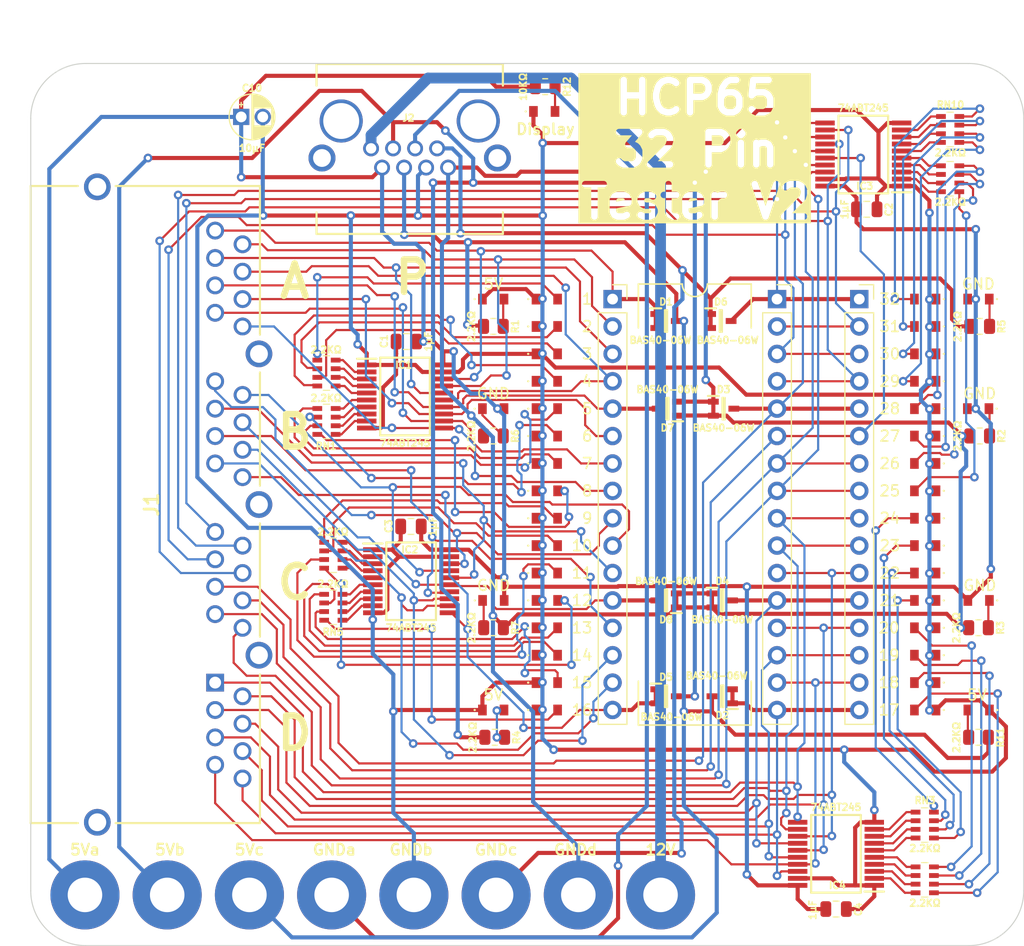
<source format=kicad_pcb>
(kicad_pcb (version 20241229) (generator "pcbnew") (generator_version "9.0")
  (title_block (title "HCP65 32pin Component Tester") (date "2025-08-19") (rev "V1"))
  (layers (0 "F.Cu" signal) (2 "B.Cu" signal) (5 "F.SilkS" user "F.Silkscreen") (7 "B.SilkS" user "B.Silkscreen") (1 "F.Mask" user) (3 "B.Mask" user) (25 "Edge.Cuts" user))
  (net 0 "")
  (net 1 "/5Va")
  (net 2 "/12V")
  (net 3 "/GNDb")
  (net 4 "/5Vc")
  (net 6 "/IO30")
  (net 7 "/IO29")
  (net 8 "/IO23")
  (net 9 "/IO21")
  (net 10 "/IO25")
  (net 11 "/IO27")
  (net 15 "/IO6")
  (net 16 "/IO12")
  (net 18 "/IO10")
  (net 20 "/IO19")
  (net 21 "/IO15")
  (net 22 "/IO18")
  (net 23 "/IO16")
  (net 24 "/IO17")
  (net 25 "/IO14")
  (net 26 "/IO7")
  (net 27 "/IO1")
  (net 29 "Net-(LED1-Pad2)")
  (net 30 "/IO2")
  (net 31 "/IO13")
  (net 32 "/IO5")
  (net 33 "/IO31")
  (net 34 "/IO22")
  (net 35 "/IO4")
  (net 36 "/IO3")
  (net 37 "/IO9")
  (net 38 "/IO24")
  (net 39 "/IO8")
  (net 40 "/IO26")
  (net 41 "/IO11")
  (net 42 "/IO20")
  (net 43 "/IO0")
  (net 44 "/IO28")
  (net 45 "/GNDd")
  (net 46 "/5Vb")
  (net 47 "/GNDc")
  (net 48 "/GNDa")
  (net 49 "Net-(LED2-Pad2)")
  (net 50 "Net-(IC1-A4)")
  (net 51 "Net-(IC1-A0)")
  (net 52 "Net-(IC1-A2)")
  (net 53 "Net-(IC1-A1)")
  (net 54 "Net-(IC1-A7)")
  (net 55 "Net-(IC1-A5)")
  (net 56 "Net-(IC1-A3)")
  (net 57 "Net-(IC1-A6)")
  (net 58 "Net-(IC2-A1)")
  (net 59 "Net-(IC2-A6)")
  (net 60 "Net-(IC2-A5)")
  (net 61 "Net-(IC2-A4)")
  (net 62 "Net-(IC2-A2)")
  (net 63 "Net-(IC2-A3)")
  (net 64 "Net-(IC2-A7)")
  (net 65 "Net-(IC2-A0)")
  (net 66 "Net-(IC3-A7)")
  (net 67 "Net-(IC3-A0)")
  (net 68 "Net-(IC3-A4)")
  (net 69 "Net-(IC3-A1)")
  (net 70 "Net-(IC3-A2)")
  (net 71 "Net-(IC3-A3)")
  (net 72 "Net-(IC3-A5)")
  (net 73 "Net-(IC3-A6)")
  (net 74 "Net-(IC4-A1)")
  (net 75 "Net-(IC4-A6)")
  (net 76 "Net-(IC4-A4)")
  (net 77 "Net-(IC4-A5)")
  (net 78 "Net-(IC4-A2)")
  (net 79 "Net-(IC4-A7)")
  (net 80 "Net-(IC4-A0)")
  (net 81 "Net-(IC4-A3)")
  (net 82 "Net-(LED3-Pad1)")
  (net 83 "Net-(LED4-Pad1)")
  (net 84 "Net-(LED5-Pad2)")
  (net 85 "Net-(LED6-Pad1)")
  (net 86 "Net-(LED7-Pad1)")
  (net 87 "Net-(LED8-Pad1)")
  (net 88 "/S6")
  (net 89 "/S5")
  (net 90 "/S4")
  (net 91 "/S3")
  (net 92 "/S2")
  (net 93 "/S1")
  (net 94 "/S0")
  (net 95 "/S15")
  (net 96 "/S14")
  (net 97 "/S13")
  (net 98 "/S12")
  (net 99 "/S11")
  (net 100 "/S10")
  (net 101 "/S9")
  (net 102 "/S8")
  (net 103 "/S23")
  (net 104 "/S22")
  (net 105 "/S21")
  (net 106 "/S20")
  (net 107 "/S19")
  (net 108 "/S18")
  (net 109 "/S17")
  (net 110 "/S16")
  (net 111 "/S31")
  (net 112 "/S30")
  (net 113 "/S29")
  (net 114 "/S28")
  (net 115 "/S27")
  (net 116 "/S26")
  (net 117 "/S25")
  (net 118 "/S24")
  (net 119 "/S7")
  (net 120 "Net-(LED49-Pad2)")
  (footprint "SamacSys_Parts:150224VS73100A" (layer "F.Cu") (at 66.802 34.29 -90)
    (property "Reference" "LED36" (hide yes))
    (property "Value" "150224VS73100A" (hide yes))
  )
  (footprint "SamacSys_Parts:150224SS73100A" (layer "F.Cu") (at 71.7525 34.29 -90)
    (property "Reference" "LED4" (hide yes))
    (property "Value" "150224SS73100" (hide yes))
  )
  (footprint "SamacSys_Parts:150224VS73100A" (layer "F.Cu") (at 66.802 26.67 -90)
    (property "Reference" "LED39" (hide yes))
    (property "Value" "150224VS73100A" (hide yes))
  )
  (footprint "SamacSys_Parts:150224VS73100A" (layer "F.Cu") (at 66.802 21.59 -90)
    (property "Reference" "LED25" (hide yes))
    (property "Value" "150224VS73100A" (hide yes))
  )
  (footprint "SamacSys_Parts:150224VS73100A" (layer "F.Cu") (at 66.802 11.43 -90)
    (property "Reference" "LED29" (hide yes))
    (property "Value" "150224VS73100A" (hide yes))
  )
  (footprint "SamacSys_Parts:150224VS73100A" (layer "F.Cu") (at 29.734 36.83 90)
    (property "Reference" "LED19" (hide yes))
    (property "Value" "150224VS73100A" (hide yes))
  )
  (footprint "SamacSys_Parts:R_0805" (layer "F.Cu") (at 25.781 8.89 -90)
    (property "Reference" "R1")
    (property "Value" "2.2KΩ")
  )
  (footprint "SamacSys_Parts:150224VS73100A" (layer "F.Cu") (at 29.734 13.97 90)
    (property "Reference" "LED12" (hide yes))
    (property "Value" "150224VS73100A" (hide yes))
  )
  (footprint "SamacSys_Parts:R_0805" (layer "F.Cu") (at 70.739 46.99 -90)
    (property "Reference" "R11")
    (property "Value" "2.2KΩ")
  )
  (footprint "SamacSys_Parts:150224VS73100A" (layer "F.Cu") (at 29.734 8.89 90)
    (property "Reference" "LED14" (hide yes))
    (property "Value" "150224VS73100A" (hide yes))
  )
  (footprint "SamacSys_Parts:150224SS73100A" (layer "F.Cu") (at 24.7675 44.45 90)
    (property "Reference" "LED5" (hide yes))
    (property "Value" "150224SS73100" (hide yes))
  )
  (footprint "SamacSys_Parts:150224VS73100A" (layer "F.Cu") (at 29.734 34.29 90)
    (property "Reference" "LED20" (hide yes))
    (property "Value" "150224VS73100A" (hide yes))
  )
  (footprint "SamacSys_Parts:150224SS73100A" (layer "F.Cu") (at 24.7675 6.35 90)
    (property "Reference" "LED1" (hide yes))
    (property "Value" "150224SS73100" (hide yes))
  )
  (footprint "SamacSys_Parts:SOP65P780X200-20N" (layer "F.Cu") (at 57.531 57.785 180)
    (property "Reference" "IC4")
    (property "Value" "SN74ABT245BDBR" (hide yes))
  )
  (footprint "SamacSys_Parts:150224VS73100A" (layer "F.Cu") (at 66.802 8.89 -90)
    (property "Reference" "LED30" (hide yes))
    (property "Value" "150224VS73100A" (hide yes))
  )
  (footprint "SamacSys_Parts:CAY16-J4" (layer "F.Cu") (at 10.287 17.6962)
    (property "Reference" "RN1")
    (property "Value" "CAY16-222F4LF" (hide yes))
  )
  (footprint "SamacSys_Parts:150224VS73100A" (layer "F.Cu") (at 66.802 16.51 -90)
    (property "Reference" "LED27" (hide yes))
    (property "Value" "150224VS73100A" (hide yes))
  )
  (footprint "SamacSys_Parts:SOT65P210X110-3N" (layer "F.Cu") (at 41.783 43.18)
    (property "Reference" "D5")
    (property "Value" "BAS40-06W,115" (hide yes))
  )
  (footprint "SamacSys_Parts:150224VS73100A" (layer "F.Cu") (at 29.734 29.21 90)
    (property "Reference" "LED22" (hide yes))
    (property "Value" "150224VS73100A" (hide yes))
  )
  (footprint "SamacSys_Parts:150224VS73100A" (layer "F.Cu") (at 29.734 21.59 90)
    (property "Reference" "LED9" (hide yes))
    (property "Value" "150224VS73100A" (hide yes))
  )
  (footprint "SamacSys_Parts:R_0805" (layer "F.Cu") (at 25.797 36.83 -90)
    (property "Reference" "R7")
    (property "Value" "2.2KΩ")
  )
  (footprint "SamacSys_Parts:150224SS73100A" (layer "F.Cu") (at 24.7835 34.29 90)
    (property "Reference" "LED8" (hide yes))
    (property "Value" "150224SS73100" (hide yes))
  )
  (footprint "SamacSys_Parts:150224VS73100A" (layer "F.Cu") (at 66.802 39.37 -90)
    (property "Reference" "LED34" (hide yes))
    (property "Value" "150224VS73100A" (hide yes))
  )
  (footprint "SamacSys_Parts:CAY16-J4" (layer "F.Cu") (at 65.786 55.118 180)
    (property "Reference" "RN3")
    (property "Value" "CAY16-222F4LF" (hide yes))
  )
  (footprint "SamacSys_Parts:150224VS73100A" (layer "F.Cu") (at 66.802 19.05 -90)
    (property "Reference" "LED26" (hide yes))
    (property "Value" "150224VS73100A" (hide yes))
  )
  (footprint "SamacSys_Parts:150224VS73100A" (layer "F.Cu") (at 29.734 11.43 90)
    (property "Reference" "LED13" (hide yes))
    (property "Value" "150224VS73100A" (hide yes))
  )
  (footprint "SamacSys_Parts:CP_Radial_D4.0mm_P2.00mm" (layer "F.Cu") (at 2.413 -10.541)
    (property "Reference" "C10")
    (property "Value" "10μF")
  )
  (footprint "SamacSys_Parts:150224VS73100A" (layer "F.Cu") (at 29.734 31.75 90)
    (property "Reference" "LED21" (hide yes))
    (property "Value" "150224VS73100A" (hide yes))
  )
  (footprint "SamacSys_Parts:150224VS73100A" (layer "F.Cu") (at 29.734 6.35 90)
    (property "Reference" "LED15" (hide yes))
    (property "Value" "150224VS73100A" (hide yes))
  )
  (footprint "SamacSys_Parts:C_0805" (layer "F.Cu") (at 57.525 62.906 -90)
    (property "Reference" "C4")
    (property "Value" "1μF")
  )
  (footprint "SamacSys_Parts:150224VS73100A" (layer "F.Cu") (at 29.734 44.45 90)
    (property "Reference" "LED16" (hide yes))
    (property "Value" "150224VS73100A" (hide yes))
  )
  (footprint "SamacSys_Parts:150224SS73100A" (layer "F.Cu") (at 29.495999 -11.049 90)
    (property "Reference" "LED49" (hide yes))
    (property "Value" "150224SS73100" (hide yes))
  )
  (footprint "SamacSys_Parts:150224SS73100A" (layer "F.Cu") (at 71.707 16.51 -90)
    (property "Reference" "LED3" (hide yes))
    (property "Value" "150224SS73100" (hide yes))
  )
  (footprint "SamacSys_Parts:C_0805" (layer "F.Cu") (at 60.369 -1.973 -90)
    (property "Reference" "C2")
    (property "Value" "1μF")
  )
  (footprint "SamacSys_Parts:SOT65P210X110-3N" (layer "F.Cu") (at 41.783 8.382)
    (property "Reference" "D1")
    (property "Value" "BAS40-06W,115" (hide yes))
  )
  (footprint "SamacSys_Parts:CAY16-J4" (layer "F.Cu") (at 10.922 30.099)
    (property "Reference" "RN6" (hide yes))
    (property "Value" "CAY16-222F4LF" (hide yes))
  )
  (footprint "SamacSys_Parts:SOP65P780X200-20N" (layer "F.Cu") (at 17.596 15.382)
    (property "Reference" "IC1")
    (property "Value" "SN74ABT245BDBR" (hide yes))
  )
  (footprint "SamacSys_Parts:SOP65P780X200-20N" (layer "F.Cu") (at 60.065 -7.053 180)
    (property "Reference" "IC3")
    (property "Value" "SN74ABT245BDBR" (hide yes))
  )
  (footprint "SamacSys_Parts:150224SS73100A" (layer "F.Cu") (at 71.7365 6.35 -90)
    (property "Reference" "LED6" (hide yes))
    (property "Value" "150224SS73100" (hide yes))
  )
  (footprint "SamacSys_Parts:CAY16-J4" (layer "F.Cu") (at 68.14 -4.807 180)
    (property "Reference" "RN9" (hide yes))
    (property "Value" "CAY16-222F4LF" (hide yes))
  )
  (footprint "SamacSys_Parts:150224VS73100A" (layer "F.Cu") (at 29.734 41.91 90)
    (property "Reference" "LED17" (hide yes))
    (property "Value" "150224VS73100A" (hide yes))
  )
  (footprint "SamacSys_Parts:150224VS73100A" (layer "F.Cu") (at 29.734 39.37 90)
    (property "Reference" "LED18" (hide yes))
    (property "Value" "150224VS73100A" (hide yes))
  )
  (footprint "SamacSys_Parts:C_0805" (layer "F.Cu") (at 17.735 10.287 90)
    (property "Reference" "C1")
    (property "Value" "1μF")
  )
  (footprint "SamacSys_Parts:63391672" (layer "F.Cu") (at 0 41.91 -90)
    (property "Reference" "J1")
    (property "Value" "6339167-2" (hide yes))
  )
  (footprint "SamacSys_Parts:150224VS73100A" (layer "F.Cu") (at 66.802 31.75 -90)
    (property "Reference" "LED37" (hide yes))
    (property "Value" "150224VS73100A" (hide yes))
  )
  (footprint "MountingHole:MountingHole_3.2mm_M3_Pad" (layer "F.Cu") (at 26.035 61.595)
    (property "Reference" "H6" (hide yes))
    (property "Value" "MountingHole_Pad")
  )
  (footprint "SamacSys_Parts:150224VS73100A" (layer "F.Cu") (at 66.802 6.35 -90)
    (property "Reference" "LED31" (hide yes))
    (property "Value" "150224VS73100A" (hide yes))
  )
  (footprint "SamacSys_Parts:CAY16-J4" (layer "F.Cu") (at 10.287 13.208)
    (property "Reference" "RN2" (hide yes))
    (property "Value" "CAY16-222F4LF" (hide yes))
  )
  (footprint "SamacSys_Parts:SOT65P210X110-3N" (layer "F.Cu") (at 41.783 34.29 180)
    (property "Reference" "D8")
    (property "Value" "BAS40-06W,115" (hide yes))
  )
  (footprint "MountingHole:MountingHole_3.2mm_M3_Pad" (layer "F.Cu") (at 3.175 61.595)
    (property "Reference" "H4" (hide yes))
    (property "Value" "MountingHole_Pad")
  )
  (footprint "MountingHole:MountingHole_3.2mm_M3_Pad" (layer "F.Cu") (at -4.445 61.595)
    (property "Reference" "H3" (hide yes))
    (property "Value" "MountingHole_Pad")
  )
  (footprint "SamacSys_Parts:R_0805" (layer "F.Cu") (at 25.908 46.99 -90)
    (property "Reference" "R4")
    (property "Value" "2.2KΩ")
  )
  (footprint "SamacSys_Parts:C_0805" (layer "F.Cu") (at 18.161 27.432 90)
    (property "Reference" "C3")
    (property "Value" "1μF")
  )
  (footprint "Connector_PinSocket_2.54mm:PinSocket_1x16_P2.54mm_Vertical" (layer "F.Cu") (at 36.83 6.35)
    (property "Reference" "J8" (hide yes))
    (property "Value" "Conn_01x16_Socket")
  )
  (footprint "SamacSys_Parts:SOT65P210X110-3N" (layer "F.Cu") (at 41.91 16.51 180)
    (property "Reference" "D7")
    (property "Value" "BAS40-06W,115" (hide yes))
  )
  (footprint "SamacSys_Parts:150224SS73100A" (layer "F.Cu") (at 24.7675 16.51 90)
    (property "Reference" "LED7" (hide yes))
    (property "Value" "150224SS73100" (hide yes))
  )
  (footprint "SamacSys_Parts:150224VS73100A" (layer "F.Cu") (at 29.734 26.67 90)
    (property "Reference" "LED23" (hide yes))
    (property "Value" "150224VS73100A" (hide yes))
  )
  (footprint "SamacSys_Parts:150224VS73100A" (layer "F.Cu") (at 66.802 24.13 -90)
    (property "Reference" "LED24" (hide yes))
    (property "Value" "150224VS73100A" (hide yes))
  )
  (footprint "MountingHole:MountingHole_3.2mm_M3_Pad" (layer "F.Cu") (at 41.275 61.595)
    (property "Reference" "H1" (hide yes))
    (property "Value" "MountingHole_Pad")
  )
  (footprint "SamacSys_Parts:SOT65P210X110-3N" (layer "F.Cu") (at 46.863 8.382)
    (property "Reference" "D6")
    (property "Value" "BAS40-06W,115" (hide yes))
  )
  (footprint "SamacSys_Parts:150224VS73100A" (layer "F.Cu") (at 66.802 36.83 -90)
    (property "Reference" "LED35" (hide yes))
    (property "Value" "150224VS73100A" (hide yes))
  )
  (footprint "SamacSys_Parts:150224VS73100A" (layer "F.Cu") (at 29.734 19.05 90)
    (property "Reference" "LED10" (hide yes))
    (property "Value" "150224VS73100A" (hide yes))
  )
  (footprint "SamacSys_Parts:CAY16-J4" (layer "F.Cu") (at 65.786 60.198 180)
    (property "Reference" "RN4" (hide yes))
    (property "Value" "CAY16-222F4LF" (hide yes))
  )
  (footprint "Connector_PinSocket_2.54mm:PinSocket_1x16_P2.54mm_Vertical" (layer "F.Cu") (at 52.07 6.35)
    (property "Reference" "J3" (hide yes))
    (property "Value" "Conn_01x16_Socket")
  )
  (footprint "SamacSys_Parts:R_0805" (layer "F.Cu") (at 30.5835 -13.335 -90)
    (property "Reference" "R12")
    (property "Value" "10KΩ")
  )
  (footprint "SamacSys_Parts:CAY16-J4" (layer "F.Cu") (at 68.14 -9.379 180)
    (property "Reference" "RN10")
    (property "Value" "CAY16-222F4LF" (hide yes))
  )
  (footprint "SamacSys_Parts:150224VS73100A" (layer "F.Cu") (at 66.802 41.91 -90)
    (property "Reference" "LED33" (hide yes))
    (property "Value" "150224VS73100A" (hide yes))
  )
  (footprint "SamacSys_Parts:CAY16-J4" (layer "F.Cu") (at 10.922 34.925)
    (property "Reference" "RN5")
    (property "Value" "CAY16-222F4LF" (hide yes))
  )
  (footprint "SamacSys_Parts:150224VS73100A" (layer "F.Cu") (at 66.802 44.45 -90)
    (property "Reference" "LED32" (hide yes))
    (property "Value" "150224VS73100A" (hide yes))
  )
  (footprint "SamacSys_Parts:SOT65P210X110-3N" (layer "F.Cu") (at 46.99 34.29)
    (property "Reference" "D4")
    (property "Value" "BAS40-06W,115" (hide yes))
  )
  (footprint "SamacSys_Parts:SOT65P210X110-3N" (layer "F.Cu") (at 47.117 16.51)
    (property "Reference" "D3")
    (property "Value" "BAS40-06W,115" (hide yes))
  )
  (footprint "Connector_PinSocket_2.54mm:PinSocket_1x16_P2.54mm_Vertical" (layer "F.Cu") (at 59.69 6.35)
    (property "Reference" "J9" (hide yes))
    (property "Value" "Conn_01x16_Socket")
  )
  (footprint "SamacSys_Parts:150224VS73100A" (layer "F.Cu") (at 66.802 13.97 -90)
    (property "Reference" "LED28" (hide yes))
    (property "Value" "150224VS73100A" (hide yes))
  )
  (footprint "SamacSys_Parts:150224VS73100A" (layer "F.Cu") (at 29.734 16.51 90)
    (property "Reference" "LED11" (hide yes))
    (property "Value" "150224VS73100A" (hide yes))
  )
  (footprint "SamacSys_Parts:1-406541-1_1" (layer "F.Cu") (at 26.665 -15.442 180)
    (property "Reference" "J2")
    (property "Value" "1-406541-1" (hide yes))
  )
  (footprint "SamacSys_Parts:150224SS73100A" (layer "F.Cu") (at 71.7525 44.45 -90)
    (property "Reference" "LED2" (hide yes))
    (property "Value" "150224SS73100" (hide yes))
  )
  (footprint "SamacSys_Parts:R_0805" (layer "F.Cu") (at 70.739 36.83 -90)
    (property "Reference" "R3")
    (property "Value" "2.2KΩ")
  )
  (footprint "SamacSys_Parts:SOP65P780X200-20N" (layer "F.Cu") (at 18.161 32.512)
    (property "Reference" "IC2")
    (property "Value" "SN74ABT245BDBR" (hide yes))
  )
  (footprint "SamacSys_Parts:150224VS73100A" (layer "F.Cu") (at 66.802 29.21 -90)
    (property "Reference" "LED38" (hide yes))
    (property "Value" "150224VS73100A" (hide yes))
  )
  (footprint "SamacSys_Parts:R_0805" (layer "F.Cu") (at 70.85 8.89 -90)
    (property "Reference" "R5")
    (property "Value" "2.2KΩ")
  )
  (footprint "MountingHole:MountingHole_3.2mm_M3_Pad" (layer "F.Cu") (at 10.795 61.595)
    (property "Reference" "H5" (hide yes))
    (property "Value" "MountingHole_Pad")
  )
  (footprint "MountingHole:MountingHole_3.2mm_M3_Pad" (layer "F.Cu") (at -12.065 61.595)
    (property "Reference" "H2" (hide yes))
    (property "Value" "MountingHole_Pad")
  )
  (footprint "SamacSys_Parts:R_0805" (layer "F.Cu") (at 70.85 19.05 -90)
    (property "Reference" "R2")
    (property "Value" "2.2KΩ")
  )
  (footprint "SamacSys_Parts:R_0805" (layer "F.Cu") (at 25.781 19.05 -90)
    (property "Reference" "R6")
    (property "Value" "2.2KΩ")
  )
  (footprint "SamacSys_Parts:150224VS73100A" (layer "F.Cu") (at 29.734 24.13 90)
    (property "Reference" "LED48" (hide yes))
    (property "Value" "150224VS73100A" (hide yes))
  )
  (footprint "MountingHole:MountingHole_3.2mm_M3_Pad" (layer "F.Cu") (at 18.415 61.595)
    (property "Reference" "H7" (hide yes))
    (property "Value" "MountingHole_Pad")
  )
  (footprint "MountingHole:MountingHole_3.2mm_M3_Pad" (layer "F.Cu") (at 33.655 61.595)
    (property "Reference" "H8" (hide yes))
    (property "Value" "MountingHole_Pad")
  )
  (footprint "SamacSys_Parts:SOT65P210X110-3N" (layer "F.Cu") (at 46.99 43.18 180)
    (property "Reference" "D2")
    (property "Value" "BAS40-06W,115" (hide yes))
  )
  (gr_line (start 49.679137 45.846999) (end 39.220863 45.847) (stroke (width 0.15)) (layer "F.SilkS"))
  (gr_line (start 39.220863 4.953) (end 43.284863 4.953) (stroke (width 0.15)) (layer "F.SilkS"))
  (gr_line (start 49.679137 4.953) (end 45.615137 4.953) (stroke (width 0.15)) (layer "F.SilkS"))
  (gr_line (start 49.679137 4.953) (end 49.679137 9.017) (stroke (width 0.15)) (layer "F.SilkS"))
  (gr_line (start 39.220863 45.847) (end 39.220863 41.783) (stroke (width 0.15)) (layer "F.SilkS"))
  (gr_line (start 49.679137 45.846999) (end 49.679136 41.783) (stroke (width 0.15)) (layer "F.SilkS"))
  (gr_line (start 39.220863 4.953) (end 39.220863 9.017) (stroke (width 0.15)) (layer "F.SilkS"))
  (gr_arc (start 45.615137 4.953) (mid 44.45 6.118137) (end 43.284863 4.953) (stroke (width 0.15)) (layer "F.SilkS"))
  (gr_line (start 69.85 66.294) (end -12.009995 66.294001) (stroke (width 0.1)) (layer "Edge.Cuts"))
  (gr_line (start 74.93 61.214) (end 74.931049 -10.414504) (stroke (width 0.1)) (layer "Edge.Cuts"))
  (gr_line (start -12.009995 -15.495) (end 69.851048 -15.494503) (stroke (width 0.1)) (layer "Edge.Cuts"))
  (gr_line (start -17.090002 61.213504) (end -17.09 -10.414) (stroke (width 0.1)) (layer "Edge.Cuts"))
  (gr_arc (start 74.93 61.213999) (mid 73.442103 64.806102) (end 69.85 66.294) (stroke (width 0.1)) (layer "Edge.Cuts"))
  (gr_arc (start -12.010002 66.293504) (mid -15.602102 64.805604) (end -17.090002 61.213504) (stroke (width 0.1)) (layer "Edge.Cuts"))
  (gr_arc (start -17.089955 -10.414) (mid -15.602132 -14.006442) (end -12.009995 -15.495) (stroke (width 0.1)) (layer "Edge.Cuts"))
  (gr_arc (start 69.851048 -15.494504) (mid 73.443151 -14.006607) (end 74.931049 -10.414504) (stroke (width 0.1)) (layer "Edge.Cuts"))
  (gr_text "5V" (at 25.781 43.053 0) (layer "F.SilkS") (effects (font (size 1 1))))
  (gr_text "11" (at 35.052 31.75 0) (layer "F.SilkS") (effects (font (size 1 1)) (justify right)))
  (gr_text "GNDb" (at 18.161 57.404 0) (layer "F.SilkS") (effects (font (size 1 1) (thickness 0.2) (bold yes))))
  (gr_text "GND" (at 25.781 15.113 0) (layer "F.SilkS") (effects (font (size 1 1))))
  (gr_text "12" (at 35.052 34.29 0) (layer "F.SilkS") (effects (font (size 1 1)) (justify right)))
  (gr_text "22" (at 61.468 31.75 0) (layer "F.SilkS") (effects (font (size 1 1)) (justify left)))
  (gr_text "GNDa" (at 11.049 57.404 0) (layer "F.SilkS") (effects (font (size 1 1) (thickness 0.2) (bold yes))))
  (gr_text "B" (at 7.366 18.658329 0) (layer "F.SilkS") (effects (font (size 3 3) (thickness 0.6) (bold yes))))
  (gr_text "GND" (at 70.723 4.953 0) (layer "F.SilkS") (effects (font (size 1 1))))
  (gr_text "GNDc" (at 26.035 57.404 0) (layer "F.SilkS") (effects (font (size 1 1) (thickness 0.2) (bold yes))))
  (gr_text "5V" (at 25.781 4.953 0) (layer "F.SilkS") (effects (font (size 1 1))))
  (gr_text "6" (at 35.052 19.05 0) (layer "F.SilkS") (effects (font (size 1 1)) (justify right)))
  (gr_text "1" (at 35.052 6.35 0) (layer "F.SilkS") (effects (font (size 1 1)) (justify right)))
  (gr_text "17" (at 63.5 44.45 0) (layer "F.SilkS") (effects (font (size 1 1)) (justify right)))
  (gr_text "29" (at 61.468 13.97 0) (layer "F.SilkS") (effects (font (size 1 1)) (justify left)))
  (gr_text "8" (at 35.052 24.13 0) (layer "F.SilkS") (effects (font (size 1 1)) (justify right)))
  (gr_text "2" (at 35.052 8.89 0) (layer "F.SilkS") (effects (font (size 1 1)) (justify right)))
  (gr_text "24" (at 61.468 26.67 0) (layer "F.SilkS") (effects (font (size 1 1)) (justify left)))
  (gr_text "P" (at 18.288 4.318 0) (layer "F.SilkS") (effects (font (size 3 3) (thickness 0.6) (bold yes))))
  (gr_text "12V" (at 41.275 57.404 0) (layer "F.SilkS") (effects (font (size 1 1) (thickness 0.2) (bold yes))))
  (gr_text "19" (at 63.5 39.37 0) (layer "F.SilkS") (effects (font (size 1 1)) (justify right)))
  (gr_text "5Vc" (at 3.175 57.404 0) (layer "F.SilkS") (effects (font (size 1 1) (thickness 0.2) (bold yes))))
  (gr_text "D" (at 7.366 46.598329 0) (layer "F.SilkS") (effects (font (size 3 3) (thickness 0.6) (bold yes))))
  (gr_text "16" (at 35.052 44.45 0) (layer "F.SilkS") (effects (font (size 1 1)) (justify right)))
  (gr_text "26" (at 61.468 21.59 0) (layer "F.SilkS") (effects (font (size 1 1)) (justify left)))
  (gr_text "13" (at 35.052 36.83 0) (layer "F.SilkS") (effects (font (size 1 1)) (justify right)))
  (gr_text "7" (at 35.052 21.59 0) (layer "F.SilkS") (effects (font (size 1 1)) (justify right)))
  (gr_text "32" (at 61.468 6.35 0) (layer "F.SilkS") (effects (font (size 1 1)) (justify left)))
  (gr_text "5V" (at 70.612 43.053 0) (layer "F.SilkS") (effects (font (size 1 1))))
  (gr_text "21" (at 61.468 34.29 0) (layer "F.SilkS") (effects (font (size 1 1)) (justify left)))
  (gr_text "31" (at 61.468 8.89 0) (layer "F.SilkS") (effects (font (size 1 1)) (justify left)))
  (gr_text "5Va" (at -12.065 57.404 0) (layer "F.SilkS") (effects (font (size 1 1) (thickness 0.2) (bold yes))))
  (gr_text "GND" (at 25.797 32.893 0) (layer "F.SilkS") (effects (font (size 1 1))))
  (gr_text "14" (at 35.052 39.37 0) (layer "F.SilkS") (effects (font (size 1 1)) (justify right)))
  (gr_text "A" (at 7.366 4.688329 0) (layer "F.SilkS") (effects (font (size 3 3) (thickness 0.6) (bold yes))))
  (gr_text "23" (at 61.468 29.21 0) (layer "F.SilkS") (effects (font (size 1 1)) (justify left)))
  (gr_text "10" (at 35.052 29.21 0) (layer "F.SilkS") (effects (font (size 1 1)) (justify right)))
  (gr_text "Display" (at 30.607 -9.398 0) (layer "F.SilkS") (effects (font (size 1 1) (thickness 0.2) (bold yes))))
  (gr_text "27" (at 61.468 19.05 0) (layer "F.SilkS") (effects (font (size 1 1)) (justify left)))
  (gr_text "4" (at 35.052 13.97 0) (layer "F.SilkS") (effects (font (size 1 1)) (justify right)))
  (gr_text "20" (at 63.5 36.83 0) (layer "F.SilkS") (effects (font (size 1 1)) (justify right)))
  (gr_text "5" (at 35.052 16.51 0) (layer "F.SilkS") (effects (font (size 1 1)) (justify right)))
  (gr_text "18" (at 63.5 41.91 0) (layer "F.SilkS") (effects (font (size 1 1)) (justify right)))
  (gr_text "28" (at 61.468 16.51 0) (layer "F.SilkS") (effects (font (size 1 1)) (justify left)))
  (gr_text "30" (at 61.468 11.43 0) (layer "F.SilkS") (effects (font (size 1 1)) (justify left)))
  (gr_text "GNDd" (at 33.401 57.404 0) (layer "F.SilkS") (effects (font (size 1 1) (thickness 0.2) (bold yes))))
  (gr_text "GND" (at 70.85 15.113 0) (layer "F.SilkS") (effects (font (size 1 1))))
  (gr_text "C" (at 7.366 32.628329 0) (layer "F.SilkS") (effects (font (size 3 3) (thickness 0.6) (bold yes))))
  (gr_text "25" (at 61.468 24.13 0) (layer "F.SilkS") (effects (font (size 1 1)) (justify left)))
  (gr_text "HCP65\n32 Pin\nTester V2" (at 44.577 -7.493 0) (layer "F.SilkS" knockout) (effects (font (size 3 3) (thickness 0.6) (bold yes))))
  (gr_text "9" (at 35.052 26.67 0) (layer "F.SilkS") (effects (font (size 1 1)) (justify right)))
  (gr_text "GND" (at 70.866 32.893 0) (layer "F.SilkS") (effects (font (size 1 1))))
  (gr_text "5Vb" (at -4.191 57.404 0) (layer "F.SilkS") (effects (font (size 1 1) (thickness 0.2) (bold yes))))
  (gr_text "15" (at 35.052 41.91 0) (layer "F.SilkS") (effects (font (size 1 1)) (justify right)))
  (gr_text "3" (at 35.052 11.43 0) (layer "F.SilkS") (effects (font (size 1 1)) (justify right)))
  (segment (start 14.581 -4.953) (end 2.413 -4.953) (width 0.38) (layer "F.Cu") (net 1))
  (segment (start 53.981 60.71) (end 50.296 60.71) (width 0.38) (layer "F.Cu") (net 1))
  (segment (start 26.7835 33.02) (end 26.7835 34.29) (width 0.38) (layer "F.Cu") (net 1))
  (segment (start 21.146 11.1979) (end 22.1032 11.1979) (width 0.38) (layer "F.Cu") (net 1))
  (segment (start 68.482499 33.02) (end 49.276 33.02) (width 0.38) (layer "F.Cu") (net 1))
  (segment (start 21.146 11.1979) (end 20.2351 10.287) (width 0.38) (layer "F.Cu") (net 1))
  (segment (start 50.296 60.71) (end 49.276 59.69) (width 0.38) (layer "F.Cu") (net 1))
  (segment (start 56.515 -4.128) (end 58.353 -4.128) (width 0.38) (layer "F.Cu") (net 1))
  (segment (start 37.31504 33.02) (end 37.36914 32.9659) (width 0.38) (layer "F.Cu") (net 1))
  (segment (start 59.435 -0.763) (end 59.435 -1.973) (width 0.38) (layer "F.Cu") (net 1))
  (segment (start 69.736499 6.35) (end 70.485 6.35) (width 0.38) (layer "F.Cu") (net 1))
  (segment (start 21.711 29.587) (end 19.935 29.587) (width 0.38) (layer "F.Cu") (net 1))
  (segment (start 19.935 29.587) (end 19.095 28.747) (width 0.38) (layer "F.Cu") (net 1))
  (segment (start 69.752499 34.29) (end 71.882 32.160499) (width 0.38) (layer "F.Cu") (net 1))
  (segment (start 37.36914 32.9659) (end 49.2219 32.9659) (width 0.38) (layer "F.Cu") (net 1))
  (segment (start 58.353 -4.128) (end 59.435 -3.046) (width 0.38) (layer "F.Cu") (net 1))
  (segment (start 4.699 -14.351) (end 2.413 -12.065) (width 0.38) (layer "F.Cu") (net 1))
  (segment (start 60.071 -0.127) (end 59.435 -0.763) (width 0.38) (layer "F.Cu") (net 1))
  (segment (start 69.707 16.51) (end 70.485 16.51) (width 0.38) (layer "F.Cu") (net 1))
  (segment (start 20.2351 10.287) (end 19.304 10.287) (width 0.38) (layer "F.Cu") (net 1))
  (segment (start 69.752499 34.29) (end 68.482499 33.02) (width 0.38) (layer "F.Cu") (net 1))
  (segment (start 70.485 -0.127) (end 60.071 -0.127) (width 0.38) (layer "F.Cu") (net 1))
  (segment (start 53.981 61.982) (end 53.981 60.71) (width 0.38) (layer "F.Cu") (net 1))
  (segment (start 19.095 28.747) (end 19.095 27.432) (width 0.38) (layer "F.Cu") (net 1))
  (segment (start 26.025 -13.345) (end 25.019 -14.351) (width 0.38) (layer "F.Cu") (net 1))
  (segment (start 21.711 29.587) (end 23.491 29.587) (width 0.38) (layer "F.Cu") (net 1))
  (segment (start 26.7835 32.144102) (end 26.783498 32.1441) (width 0.38) (layer "F.Cu") (net 1))
  (segment (start 26.7835 33.02) (end 37.31504 33.02) (width 0.38) (layer "F.Cu") (net 1))
  (segment (start 26.828 16.5705) (end 26.2225 16.5705) (width 0.38) (layer "F.Cu") (net 1))
  (segment (start 26.7835 33.02) (end 26.7835 32.144102) (width 0.38) (layer "F.Cu") (net 1))
  (segment (start 49.2219 32.9659) (end 49.276 33.02) (width 0.38) (layer "F.Cu") (net 1))
  (segment (start 54.905 62.906) (end 53.981 61.982) (width 0.38) (layer "F.Cu") (net 1))
  (segment (start 26.0481 32.1441) (end 26.783498 32.1441) (width 0.38) (layer "F.Cu") (net 1))
  (segment (start 25.019 -14.351) (end 4.699 -14.351) (width 0.38) (layer "F.Cu") (net 1))
  (segment (start 26.2225 16.5705) (end 26.162 16.51) (width 0.38) (layer "F.Cu") (net 1))
  (segment (start 71.882 32.160499) (end 71.882 31.369) (width 0.38) (layer "F.Cu") (net 1))
  (segment (start 21.146 12.457) (end 21.146 11.1979) (width 0.38) (layer "F.Cu") (net 1))
  (segment (start 18.669 10.287) (end 19.304 10.287) (width 0.38) (layer "F.Cu") (net 1))
  (segment (start 2.413 -12.065) (end 2.413 -10.541) (width 0.38) (layer "F.Cu") (net 1))
  (segment (start 56.591 62.906) (end 54.905 62.906) (width 0.38) (layer "F.Cu") (net 1))
  (segment (start 59.435 -3.046) (end 59.435 -1.973) (width 0.38) (layer "F.Cu") (net 1))
  (segment (start 29.671 -13.345) (end 26.025 -13.345) (width 0.38) (layer "F.Cu") (net 1))
  (segment (start 15.47 -5.842) (end 14.581 -4.953) (width 0.38) (layer "F.Cu") (net 1))
  (segment (start 23.491 29.587) (end 26.0481 32.1441) (width 0.38) (layer "F.Cu") (net 1))
  (via (at 2.413 -4.953) (size 0.8) (drill 0.4) (layers "F.Cu" "B.Cu") (net 1))
  (via (at 26.162 16.51) (size 0.8) (drill 0.4) (layers "F.Cu" "B.Cu") (net 1))
  (via (at 71.882 31.369) (size 0.8) (drill 0.4) (layers "F.Cu" "B.Cu") (net 1))
  (via (at 70.485 16.51) (size 0.8) (drill 0.4) (layers "F.Cu" "B.Cu") (net 1))
  (via (at 19.304 10.287) (size 0.8) (drill 0.4) (layers "F.Cu" "B.Cu") (net 1))
  (via (at 49.276 33.02) (size 0.8) (drill 0.4) (layers "F.Cu" "B.Cu") (net 1))
  (via (at 26.783498 32.1441) (size 0.8) (drill 0.4) (layers "F.Cu" "B.Cu") (net 1))
  (via (at 70.485 6.35) (size 0.8) (drill 0.4) (layers "F.Cu" "B.Cu") (net 1))
  (via (at 49.276 59.69) (size 0.8) (drill 0.4) (layers "F.Cu" "B.Cu") (net 1))
  (via (at 70.485 -0.127) (size 0.8) (drill 0.4) (layers "F.Cu" "B.Cu") (net 1))
  (via (at 22.1032 11.1979) (size 0.8) (drill 0.4) (layers "F.Cu" "B.Cu") (net 1))
  (segment (start 2.413 -10.541) (end 2.413 -4.953) (width 0.38) (layer "B.Cu") (net 1))
  (segment (start 16.588 1.221) (end 15.47 0.103) (width 0.38) (layer "B.Cu") (net 1))
  (segment (start -10.541 -10.541) (end -15.367 -5.715) (width 0.38) (layer "B.Cu") (net 1))
  (segment (start -15.367 58.293) (end -12.065 61.595) (width 0.38) (layer "B.Cu") (net 1))
  (segment (start 18.62 1.221) (end 16.588 1.221) (width 0.38) (layer "B.Cu") (net 1))
  (segment (start 26.783498 17.131498) (end 26.783498 32.1441) (width 0.38) (layer "B.Cu") (net 1))
  (segment (start 70.485 6.35) (end 70.485 -0.127) (width 0.38) (layer "B.Cu") (net 1))
  (segment (start 24.765 15.113) (end 23.69635 15.113) (width 0.38) (layer "B.Cu") (net 1))
  (segment (start 19.304 10.287) (end 19.304 1.905) (width 0.38) (layer "B.Cu") (net 1))
  (segment (start 70.485 16.51) (end 71.882 17.907) (width 0.38) (layer "B.Cu") (net 1))
  (segment (start 70.485 16.51) (end 70.485 6.35) (width 0.38) (layer "B.Cu") (net 1))
  (segment (start 22.1032 13.51985) (end 22.1032 11.1979) (width 0.38) (layer "B.Cu") (net 1))
  (segment (start 26.162 16.51) (end 26.783498 17.131498) (width 0.38) (layer "B.Cu") (net 1))
  (segment (start 71.882 17.907) (end 71.882 31.369) (width 0.38) (layer "B.Cu") (net 1))
  (segment (start -15.367 -5.715) (end -15.367 58.293) (width 0.38) (layer "B.Cu") (net 1))
  (segment (start 49.276 33.02) (end 49.276 59.69) (width 0.38) (layer "B.Cu") (net 1))
  (segment (start 15.47 0.103) (end 15.47 -5.7952) (width 0.38) (layer "B.Cu") (net 1))
  (segment (start 26.162 16.51) (end 24.765 15.113) (width 0.38) (layer "B.Cu") (net 1))
  (segment (start 19.304 1.905) (end 18.62 1.221) (width 0.38) (layer "B.Cu") (net 1))
  (segment (start 23.69635 15.113) (end 22.1032 13.51985) (width 0.38) (layer "B.Cu") (net 1))
  (segment (start 2.413 -10.541) (end -10.541 -10.541) (width 0.38) (layer "B.Cu") (net 1))
  (segment (start 41.275 -5.842) (end 32.973 -14.144) (width 1) (layer "B.Cu") (net 2))
  (segment (start 19.732 -14.144) (end 14.45 -8.862) (width 1) (layer "B.Cu") (net 2))
  (segment (start 41.275 61.595) (end 41.275 -5.842) (width 1) (layer "B.Cu") (net 2))
  (segment (start 32.973 -14.144) (end 19.732 -14.144) (width 1) (layer "B.Cu") (net 2))
  (segment (start 14.45 -8.862) (end 14.45 -7.622) (width 1) (layer "B.Cu") (net 2))
  (segment (start 30.328 19.02) (end 29.764 19.02) (width 0.38) (layer "F.Cu") (net 3))
  (segment (start 61.081 61.728) (end 61.081 60.71) (width 0.38) (layer "F.Cu") (net 3))
  (segment (start 64.643 48.133) (end 66.675 50.165) (width 0.38) (layer "F.Cu") (net 3))
  (segment (start 66.192 -2.769) (end 66.192 -1.651) (width 0.38) (layer "F.Cu") (net 3))
  (segment (start 66.192 44.48) (end 66.756 44.48) (width 0.38) (layer "F.Cu") (net 3))
  (segment (start 14.611 36.062) (end 14.605 36.068) (width 0.38) (layer "F.Cu") (net 3))
  (segment (start 62.167 -4.128) (end 63.615 -4.128) (width 0.38) (layer "F.Cu") (net 3))
  (segment (start 30.328 8.86) (end 29.764 8.86) (width 0.38) (layer "F.Cu") (net 3))
  (segment (start 53.981 60.06) (end 57.139 60.06) (width 0.38) (layer "F.Cu") (net 3))
  (segment (start 47.232 -8.116) (end 50.292 -11.176) (width 0.38) (layer "F.Cu") (net 3))
  (segment (start 25.6923 5.4252) (end 28.8092 5.4252) (width 0.38) (layer "F.Cu") (net 3))
  (segment (start 71.7525 44.45) (end 70.8568 43.5543) (width 0.38) (layer "F.Cu") (net 3))
  (segment (start 21.711 30.237) (end 17.0374 30.237) (width 0.38) (layer "F.Cu") (net 3))
  (segment (start 66.192 11.46) (end 66.756 11.46) (width 0.38) (layer "F.Cu") (net 3))
  (segment (start 66.192 26.7) (end 66.756 26.7) (width 0.38) (layer "F.Cu") (net 3))
  (segment (start 29.734 11.43) (end 23.495 11.43) (width 0.38) (layer "F.Cu") (net 3))
  (segment (start 16.764 13.335) (end 16.764 12.457) (width 0.38) (layer "F.Cu") (net 3))
  (segment (start 61.087 53.721) (end 61.087 54.854) (width 0.38) (layer "F.Cu") (net 3))
  (segment (start 15.6669 35.4161) (end 15.9604 35.1226) (width 0.38) (layer "F.Cu") (net 3))
  (segment (start 61.335 -3.296) (end 62.167 -4.128) (width 0.38) (layer "F.Cu") (net 3))
  (segment (start 66.192 8.92) (end 66.756 8.92) (width 0.38) (layer "F.Cu") (net 3))
  (segment (start 23.495 11.43) (end 22.9635 11.9615) (width 0.38) (layer "F.Cu") (net 3))
  (segment (start 30.328 34.26) (end 29.764 34.26) (width 0.38) (layer "F.Cu") (net 3))
  (segment (start 56.515 -4.778) (end 58.42 -4.778) (width 0.38) (layer "F.Cu") (net 3))
  (segment (start 66.192 39.4) (end 66.756 39.4) (width 0.38) (layer "F.Cu") (net 3))
  (segment (start 18.553 12.457) (end 19.203 13.107) (width 0.38) (layer "F.Cu") (net 3))
  (segment (start 73.279 48.895) (end 73.279 45.9765) (width 0.38) (layer "F.Cu") (net 3))
  (segment (start 17.195 28.779) (end 17.195 27.432) (width 0.38) (layer "F.Cu") (net 3))
  (segment (start 61.468 -4.827) (end 62.167 -4.128) (width 0.38) (layer "F.Cu") (net 3))
  (segment (start 31.535 12.7001) (end 30.2649 11.43) (width 0.38) (layer "F.Cu") (net 3))
  (segment (start 58.293 48.133) (end 31.369 48.133) (width 0.38) (layer "F.Cu") (net 3))
  (segment (start 67.6817 43.5543) (end 66.786 44.45) (width 0.38) (layer "F.Cu") (net 3))
  (segment (start 30.328 36.8) (end 29.764 36.8) (width 0.38) (layer "F.Cu") (net 3))
  (segment (start 61.087 54.854) (end 61.081 54.86) (width 0.38) (layer "F.Cu") (net 3))
  (segment (start 58.293 48.133) (end 64.643 48.133) (width 0.38) (layer "F.Cu") (net 3))
  (segment (start 65.2623 15.2117) (end 49.2129 15.2117) (width 0.38) (layer "F.Cu") (net 3))
  (segment (start 30.328 41.88) (end 29.764 41.88) (width 0.38) (layer "F.Cu") (net 3))
  (segment (start 15.543 18.09) (end 15.543 14.556) (width 0.38) (layer "F.Cu") (net 3))
  (segment (start 61.335 -1.973) (end 61.335 -3.296) (width 0.38) (layer "F.Cu") (net 3))
  (segment (start 57.789 60.71) (end 59.309 60.71) (width 0.38) (layer "F.Cu") (net 3))
  (segment (start 4.445 -1.397) (end 12.573 -1.397) (width 0.38) (layer "F.Cu") (net 3))
  (segment (start 19.203 13.107) (end 21.146 13.107) (width 0.38) (layer "F.Cu") (net 3))
  (segment (start 59.903 62.906) (end 61.081 61.728) (width 0.38) (layer "F.Cu") (net 3))
  (segment (start 15.9604 31.314) (end 15.9604 35.1226) (width 0.38) (layer "F.Cu") (net 3))
  (segment (start 59.309 55.352) (end 59.309 60.71) (width 0.38) (layer "F.Cu") (net 3))
  (segment (start 24.7675 44.45) (end 24.7675 43.168) (width 0.38) (layer "F.Cu") (net 3))
  (segment (start 30.353 -8.89) (end 30.353 -8.116) (width 0.38) (layer "F.Cu") (net 3))
  (segment (start 22.9635 12.7235) (end 22.58 13.107) (width 0.38) (layer "F.Cu") (net 3))
  (segment (start 66.192 31.78) (end 66.756 31.78) (width 0.38) (layer "F.Cu") (net 3))
  (segment (start 66.786 6.35) (end 66.222 6.35) (width 0.38) (layer "F.Cu") (net 3))
  (segment (start 15.326 18.307) (end 15.543 18.09) (width 0.38) (layer "F.Cu") (net 3))
  (segment (start 66.192 41.94) (end 66.756 41.94) (width 0.38) (layer "F.Cu") (net 3))
  (segment (start 63.615 -4.128) (end 64.833 -4.128) (width 0.38) (layer "F.Cu") (net 3))
  (segment (start 59.801 54.86) (end 59.309 55.352) (width 0.38) (layer "F.Cu") (net 3))
  (segment (start 29.495999 -11.049) (end 29.495999 -9.747001) (width 0.38) (layer "F.Cu") (net 3))
  (segment (start 58.469 -4.827) (end 58.42 -4.778) (width 0.38) (layer "F.Cu") (net 3))
  (segment (start 72.009 50.165) (end 73.279 48.895) (width 0.38) (layer "F.Cu") (net 3))
  (segment (start 16.637 44.45) (end 16.51 44.577) (width 0.38) (layer "F.Cu") (net 3))
  (segment (start 14.046 11.379) (end 13.208 10.541) (width 0.38) (layer "F.Cu") (net 3))
  (segment (start 59.436 -11.176) (end 61.468 -9.144) (width 0.38) (layer "F.Cu") (net 3))
  (segment (start 66.192 29.24) (end 66.756 29.24) (width 0.38) (layer "F.Cu") (net 3))
  (segment (start 66.222 6.35) (end 66.192 6.38) (width 0.38) (layer "F.Cu") (net 3))
  (segment (start 16.764 12.457) (end 18.553 12.457) (width 0.38) (layer "F.Cu") (net 3))
  (segment (start 50.292 -11.176) (end 59.436 -11.176) (width 0.38) (layer "F.Cu") (net 3))
  (segment (start 16.3872 29.5868) (end 17.195 28.779) (width 0.38) (layer "F.Cu") (net 3))
  (segment (start 16.764 11.43) (end 16.769 11.425) (width 0.38) (layer "F.Cu") (net 3))
  (segment (start 18.796 -1.397) (end 30.353 -1.397) (width 0.38) (layer "F.Cu") (net 3))
  (segment (start 70.8568 43.5543) (end 67.6817 43.5543) (width 0.38) (layer "F.Cu") (net 3))
  (segment (start 66.192 21.62) (end 66.756 21.62) (width 0.38) (layer "F.Cu") (net 3))
  (segment (start 58.491 62.906) (end 59.903 62.906) (width 0.38) (layer "F.Cu") (net 3))
  (segment (start 12.573 -1.397) (end 18.796 -1.397) (width 0.38) (layer "F.Cu") (net 3))
  (segment (start 24.7675 6.35) (end 25.6923 5.4252) (width 0.38) (layer "F.Cu") (net 3))
  (segment (start 61.468 -9.144) (end 61.468 -4.827) (width 0.38) (layer "F.Cu") (net 3))
  (segment (start 30.328 13.94) (end 29.764 13.94) (width 0.38) (layer "F.Cu") (net 3))
  (segment (start 66.675 50.165) (end 72.009 50.165) (width 0.38) (layer "F.Cu") (net 3))
  (segment (start 16.387 29.587) (end 16.3872 29.5868) (width 0.38) (layer "F.Cu") (net 3))
  (segment (start 66.192 36.86) (end 66.756 36.86) (width 0.38) (layer "F.Cu") (net 3))
  (segment (start 15.6375 35.437) (end 15.6584 35.4161) (width 0.38) (layer "F.Cu") (net 3))
  (segment (start 14.046 12.457) (end 16.764 12.457) (width 0.38) (layer "F.Cu") (net 3))
  (segment (start 30.328 29.18) (end 29.764 29.18) (width 0.38) (layer "F.Cu") (net 3))
  (segment (start 30.298 44.45) (end 30.328 44.42) (width 0.38) (layer "F.Cu") (net 3))
  (segment (start 59.309 60.71) (end 61.081 60.71) (width 0.38) (layer "F.Cu") (net 3))
  (segment (start 24.7675 44.45) (end 16.637 44.45) (width 0.38) (layer "F.Cu") (net 3))
  (segment (start 46.7013 12.7001) (end 31.535 12.7001) (width 0.38) (layer "F.Cu") (net 3))
  (segment (start 29.734 44.45) (end 30.298 44.45) (width 0.38) (layer "F.Cu") (net 3))
  (segment (start 61.468 -4.827) (end 58.469 -4.827) (width 0.38) (layer "F.Cu") (net 3))
  (segment (start 66.192 19.08) (end 66.756 19.08) (width 0.38) (layer "F.Cu") (net 3))
  (segment (start 22.58 13.107) (end 21.146 13.107) (width 0.38) (layer "F.Cu") (net 3))
  (segment (start 63.615 -9.978) (end 62.302 -9.978) (width 0.38) (layer "F.Cu") (net 3))
  (segment (start 26.0255 41.91) (end 29.734 41.91) (width 0.38) (layer "F.Cu") (net 3))
  (segment (start 30.328 21.56) (end 29.764 21.56) (width 0.38) (layer "F.Cu") (net 3))
  (segment (start 66.192 16.54) (end 66.756 16.54) (width 0.38) (layer "F.Cu") (net 3))
  (segment (start 17.0374 30.237) (end 16.3872 29.5868) (width 0.38) (layer "F.Cu") (net 3))
  (segment (start 30.328 6.32) (end 29.764 6.32) (width 0.38) (layer "F.Cu") (net 3))
  (segment (start 66.474 14) (end 66.756 14) (width 0.38) (layer "F.Cu") (net 3))
  (segment (start 66.474 14) (end 65.2623 15.2117) (width 0.38) (layer "F.Cu") (net 3))
  (segment (start 30.328 31.72) (end 29.764 31.72) (width 0.38) (layer "F.Cu") (net 3))
  (segment (start 30.328 26.64) (end 29.764 26.64) (width 0.38) (layer "F.Cu") (net 3))
  (segment (start 14.046 18.307) (end 15.326 18.307) (width 0.38) (layer "F.Cu") (net 3))
  (segment (start 66.192 34.32) (end 66.756 34.32) (width 0.38) (layer "F.Cu") (net 3))
  (segment (start 62.302 -9.978) (end 61.468 -9.144) (width 0.38) (layer "F.Cu") (net 3))
  (segment (start 30.353 -8.116) (end 47.232 -8.116) (width 0.38) (layer "F.Cu") (net 3))
  (segment (start 16.769 11.425) (end 16.769 10.287) (width 0.38) (layer "F.Cu") (net 3))
  (segment (start 28.8092 5.4252) (end 29.734 6.35) (width 0.38) (layer "F.Cu") (net 3))
  (segment (start 66.192 24.16) (end 66.756 24.16) (width 0.38) (layer "F.Cu") (net 3))
  (segment (start 57.139 60.06) (end 57.789 60.71) (width 0.38) (layer "F.Cu") (net 3))
  (segment (start 14.611 29.587) (end 16.387 29.587) (width 0.38) (layer "F.Cu") (net 3))
  (segment (start 14.611 35.437) (end 14.611 36.062) (width 0.38) (layer "F.Cu") (net 3))
  (segment (start 14.611 35.437) (end 15.6375 35.437) (width 0.38) (layer "F.Cu") (net 3))
  (segment (start 17.0374 30.237) (end 15.9604 31.314) (width 0.38) (layer "F.Cu") (net 3))
  (segment (start 61.081 54.86) (end 59.801 54.86) (width 0.38) (layer "F.Cu") (net 3))
  (segment (start 30.328 39.34) (end 29.764 39.34) (width 0.38) (layer "F.Cu") (net 3))
  (segment (start 30.328 24.1) (end 29.764 24.1) (width 0.38) (layer "F.Cu") (net 3))
  (segment (start 14.046 12.457) (end 14.046 11.379) (width 0.38) (layer "F.Cu") (net 3))
  (segment (start 49.2129 15.2117) (end 46.7013 12.7001) (width 0.38) (layer "F.Cu") (net 3))
  (segment (start 30.2649 11.43) (end 29.734 11.43) (width 0.38) (layer "F.Cu") (net 3))
  (segment (start 15.543 14.556) (end 16.764 13.335) (width 0.38) (layer "F.Cu") (net 3))
  (segment (start 24.7675 43.168) (end 26.0255 41.91) (width 0.38) (layer "F.Cu") (net 3))
  (segment (start 22.9635 11.9615) (end 22.9635 12.7235) (width 0.38) (layer "F.Cu") (net 3))
  (segment (start 30.328 16.48) (end 29.764 16.48) (width 0.38) (layer "F.Cu") (net 3))
  (segment (start 30.328 11.4) (end 29.764 11.4) (width 0.38) (layer "F.Cu") (net 3))
  (segment (start 64.833 -4.128) (end 66.192 -2.769) (width 0.38) (layer "F.Cu") (net 3))
  (segment (start 29.495999 -9.747001) (end 30.353 -8.89) (width 0.38) (layer "F.Cu") (net 3))
  (segment (start 66.192 14) (end 66.474 14) (width 0.38) (layer "F.Cu") (net 3))
  (segment (start 16.764 12.457) (end 16.764 11.43) (width 0.38) (layer "F.Cu") (net 3))
  (segment (start 73.279 45.9765) (end 71.7525 44.45) (width 0.38) (layer "F.Cu") (net 3))
  (segment (start 15.6584 35.4161) (end 15.6669 35.4161) (width 0.38) (layer "F.Cu") (net 3))
  (via (at 30.328 26.64) (size 0.8) (drill 0.4) (layers "F.Cu" "B.Cu") (net 3))
  (via (at 66.192 39.4) (size 0.8) (drill 0.4) (layers "F.Cu" "B.Cu") (net 3))
  (via (at 66.192 8.92) (size 0.8) (drill 0.4) (layers "F.Cu" "B.Cu") (net 3))
  (via (at 30.328 21.56) (size 0.8) (drill 0.4) (layers "F.Cu" "B.Cu") (net 3))
  (via (at 30.328 41.88) (size 0.8) (drill 0.4) (layers "F.Cu" "B.Cu") (net 3))
  (via (at 66.192 31.78) (size 0.8) (drill 0.4) (layers "F.Cu" "B.Cu") (net 3))
  (via (at 66.192 44.48) (size 0.8) (drill 0.4) (layers "F.Cu" "B.Cu") (net 3))
  (via (at 13.208 10.541) (size 0.8) (drill 0.4) (layers "F.Cu" "B.Cu") (net 3))
  (via (at 30.328 13.94) (size 0.8) (drill 0.4) (layers "F.Cu" "B.Cu") (net 3))
  (via (at 30.328 11.4) (size 0.8) (drill 0.4) (layers "F.Cu" "B.Cu") (net 3))
  (via (at 30.328 34.26) (size 0.8) (drill 0.4) (layers "F.Cu" "B.Cu") (net 3))
  (via (at 14.605 36.068) (size 0.8) (drill 0.4) (layers "F.Cu" "B.Cu") (net 3))
  (via (at 66.192 14) (size 0.8) (drill 0.4) (layers "F.Cu" "B.Cu") (net 3))
  (via (at 31.369 48.133) (size 0.8) (drill 0.4) (layers "F.Cu" "B.Cu") (net 3))
  (via (at 66.192 36.86) (size 0.8) (drill 0.4) (layers "F.Cu" "B.Cu") (net 3))
  (via (at 30.328 24.1) (size 0.8) (drill 0.4) (layers "F.Cu" "B.Cu") (net 3))
  (via (at 66.192 21.62) (size 0.8) (drill 0.4) (layers "F.Cu" "B.Cu") (net 3))
  (via (at 30.328 29.18) (size 0.8) (drill 0.4) (layers "F.Cu" "B.Cu") (net 3))
  (via (at 58.293 48.133) (size 0.8) (drill 0.4) (layers "F.Cu" "B.Cu") (net 3))
  (via (at 61.087 53.721) (size 0.8) (drill 0.4) (layers "F.Cu" "B.Cu") (net 3))
  (via (at 30.353 -8.116) (size 0.8) (drill 0.4) (layers "F.Cu" "B.Cu") (net 3))
  (via (at 66.192 -1.651) (size 0.8) (drill 0.4) (layers "F.Cu" "B.Cu") (net 3))
  (via (at 30.328 19.02) (size 0.8) (drill 0.4) (layers "F.Cu" "B.Cu") (net 3))
  (via (at 66.192 41.94) (size 0.8) (drill 0.4) (layers "F.Cu" "B.Cu") (net 3))
  (via (at 66.192 26.7) (size 0.8) (drill 0.4) (layers "F.Cu" "B.Cu") (net 3))
  (via (at 4.445 -1.397) (size 0.8) (drill 0.4) (layers "F.Cu" "B.Cu") (net 3))
  (via (at 30.353 -1.397) (size 0.8) (drill 0.4) (layers "F.Cu" "B.Cu") (net 3))
  (via (at 66.192 24.16) (size 0.8) (drill 0.4) (layers "F.Cu" "B.Cu") (net 3))
  (via (at 12.573 -1.397) (size 0.8) (drill 0.4) (layers "F.Cu" "B.Cu") (net 3))
  (via (at 66.192 11.46) (size 0.8) (drill 0.4) (layers "F.Cu" "B.Cu") (net 3))
  (via (at 66.192 29.24) (size 0.8) (drill 0.4) (layers "F.Cu" "B.Cu") (net 3))
  (via (at 30.328 36.8) (size 0.8) (drill 0.4) (layers "F.Cu" "B.Cu") (net 3))
  (via (at 66.192 34.32) (size 0.8) (drill 0.4) (layers "F.Cu" "B.Cu") (net 3))
  (via (at 66.192 19.08) (size 0.8) (drill 0.4) (layers "F.Cu" "B.Cu") (net 3))
  (via (at 66.192 6.38) (size 0.8) (drill 0.4) (layers "F.Cu" "B.Cu") (net 3))
  (via (at 30.328 31.72) (size 0.8) (drill 0.4) (layers "F.Cu" "B.Cu") (net 3))
  (via (at 30.328 6.32) (size 0.8) (drill 0.4) (layers "F.Cu" "B.Cu") (net 3))
  (via (at 66.192 16.54) (size 0.8) (drill 0.4) (layers "F.Cu" "B.Cu") (net 3))
  (via (at 18.796 -1.397) (size 0.8) (drill 0.4) (layers "F.Cu" "B.Cu") (net 3))
  (via (at 16.51 44.577) (size 0.8) (drill 0.4) (layers "F.Cu" "B.Cu") (net 3))
  (via (at 30.328 8.86) (size 0.8) (drill 0.4) (layers "F.Cu" "B.Cu") (net 3))
  (via (at 30.328 16.48) (size 0.8) (drill 0.4) (layers "F.Cu" "B.Cu") (net 3))
  (via (at 30.328 39.34) (size 0.8) (drill 0.4) (layers "F.Cu" "B.Cu") (net 3))
  (via (at 30.328 44.42) (size 0.8) (drill 0.4) (layers "F.Cu" "B.Cu") (net 3))
  (segment (start 14.605 33.274) (end 8.89 27.559) (width 0.38) (layer "B.Cu") (net 3))
  (segment (start 66.192 16.54) (end 66.192 16.535) (width 0.38) (layer "B.Cu") (net 3))
  (segment (start 4.413 -10.541) (end 4.413 -1.429) (width 0.38) (layer "B.Cu") (net 3))
  (segment (start 30.328 19.02) (end 30.328 16.48) (width 0.38) (layer "B.Cu") (net 3))
  (segment (start 61.087 53.721) (end 61.087 52.07) (width 0.38) (layer "B.Cu") (net 3))
  (segment (start 66.192 41.94) (end 66.192 44.48) (width 0.38) (layer "B.Cu") (net 3))
  (segment (start -1.651 22.86) (end -1.651 -0.381) (width 0.38) (layer "B.Cu") (net 3))
  (segment (start 8.89 27.559) (end 3.048 27.559) (width 0.38) (layer "B.Cu") (net 3))
  (segment (start 66.192 34.32) (end 66.192 36.86) (width 0.38) (layer "B.Cu") (net 3))
  (segment (start 30.328 24.1) (end 30.328 21.56) (width 0.38) (layer "B.Cu") (net 3))
  (segment (start 30.328 13.94) (end 30.328 11.4) (width 0.38) (layer "B.Cu") (net 3))
  (segment (start 30.328 8.86) (end 30.328 6.32) (width 0.38) (layer "B.Cu") (net 3))
  (segment (start 4.413 -1.429) (end 4.445 -1.397) (width 0.38) (layer "B.Cu") (net 3))
  (segment (start 14.605 39.243) (end 16.51 41.148) (width 0.38) (layer "B.Cu") (net 3))
  (segment (start 61.087 52.07) (end 58.293 49.276) (width 0.38) (layer "B.Cu") (net 3))
  (segment (start 16.51 53.975) (end 16.51 44.577) (width 0.38) (layer "B.Cu") (net 3))
  (segment (start 66.192 39.4) (end 66.192 41.94) (width 0.38) (layer "B.Cu") (net 3))
  (segment (start 66.192 8.92) (end 66.192 11.46) (width 0.38) (layer "B.Cu") (net 3))
  (segment (start -0.635 -1.397) (end 4.445 -1.397) (width 0.38) (layer "B.Cu") (net 3))
  (segment (start 30.328 44.42) (end 30.328 47.092) (width 0.38) (layer "B.Cu") (net 3))
  (segment (start 66.192 36.86) (end 66.192 39.4) (width 0.38) (layer "B.Cu") (net 3))
  (segment (start 14.605 36.068) (end 14.605 33.274) (width 0.38) (layer "B.Cu") (net 3))
  (segment (start 30.328 36.8) (end 30.328 34.26) (width 0.38) (layer "B.Cu") (net 3))
  (segment (start 66.192 24.16) (end 66.192 26.7) (width 0.38) (layer "B.Cu") (net 3))
  (segment (start 30.353 6.295) (end 30.353 -1.397) (width 0.38) (layer "B.Cu") (net 3))
  (segment (start 30.328 16.48) (end 30.328 13.94) (width 0.38) (layer "B.Cu") (net 3))
  (segment (start 30.328 21.56) (end 30.328 19.02) (width 0.38) (layer "B.Cu") (net 3))
  (segment (start 65.405 14.787) (end 66.192 14) (width 0.38) (layer "B.Cu") (net 3))
  (segment (start 66.192 6.38) (end 66.192 8.92) (width 0.38) (layer "B.Cu") (net 3))
  (segment (start 18.415 55.88) (end 16.51 53.975) (width 0.38) (layer "B.Cu") (net 3))
  (segment (start 19.55 -5.842) (end 18.796 -5.088) (width 0.38) (layer "B.Cu") (net 3))
  (segment (start 66.192 29.24) (end 66.192 31.78) (width 0.38) (layer "B.Cu") (net 3))
  (segment (start 30.328 11.4) (end 30.328 8.86) (width 0.38) (layer "B.Cu") (net 3))
  (segment (start 30.328 29.18) (end 30.328 26.64) (width 0.38) (layer "B.Cu") (net 3))
  (segment (start 30.328 44.42) (end 30.328 41.88) (width 0.38) (layer "B.Cu") (net 3))
  (segment (start 16.51 41.148) (end 16.51 44.577) (width 0.38) (layer "B.Cu") (net 3))
  (segment (start 3.048 27.559) (end -1.651 22.86) (width 0.38) (layer "B.Cu") (net 3))
  (segment (start 30.328 41.88) (end 30.328 39.34) (width 0.38) (layer "B.Cu") (net 3))
  (segment (start 66.192 -1.651) (end 66.192 6.38) (width 0.38) (layer "B.Cu") (net 3))
  (segment (start 58.293 49.276) (end 58.293 48.133) (width 0.38) (layer "B.Cu") (net 3))
  (segment (start 14.605 36.068) (end 14.605 39.243) (width 0.38) (layer "B.Cu") (net 3))
  (segment (start 18.415 61.595) (end 18.415 55.88) (width 0.38) (layer "B.Cu") (net 3))
  (segment (start 30.328 34.26) (end 30.328 31.72) (width 0.38) (layer "B.Cu") (net 3))
  (segment (start 13.208 9.652) (end 12.573 9.017) (width 0.38) (layer "B.Cu") (net 3))
  (segment (start 66.192 21.62) (end 66.192 24.16) (width 0.38) (layer "B.Cu") (net 3))
  (segment (start 30.328 31.72) (end 30.328 29.18) (width 0.38) (layer "B.Cu") (net 3))
  (segment (start 65.405 15.748) (end 65.405 14.787) (width 0.38) (layer "B.Cu") (net 3))
  (segment (start 66.192 26.7) (end 66.192 29.24) (width 0.38) (layer "B.Cu") (net 3))
  (segment (start -1.651 -0.381) (end -0.635 -1.397) (width 0.38) (layer "B.Cu") (net 3))
  (segment (start 66.192 16.54) (end 66.192 19.08) (width 0.38) (layer "B.Cu") (net 3))
  (segment (start 30.328 39.34) (end 30.328 36.8) (width 0.38) (layer "B.Cu") (net 3))
  (segment (start 30.328 47.092) (end 31.369 48.133) (width 0.38) (layer "B.Cu") (net 3))
  (segment (start 18.796 -5.088) (end 18.796 -1.397) (width 0.38) (layer "B.Cu") (net 3))
  (segment (start 66.192 31.78) (end 66.192 34.32) (width 0.38) (layer "B.Cu") (net 3))
  (segment (start 30.328 6.32) (end 30.353 6.295) (width 0.38) (layer "B.Cu") (net 3))
  (segment (start 66.192 16.535) (end 65.405 15.748) (width 0.38) (layer "B.Cu") (net 3))
  (segment (start 30.353 -8.116) (end 30.353 -1.397) (width 0.38) (layer "B.Cu") (net 3))
  (segment (start 30.328 26.64) (end 30.328 24.1) (width 0.38) (layer "B.Cu") (net 3))
  (segment (start 66.192 11.46) (end 66.192 14) (width 0.38) (layer "B.Cu") (net 3))
  (segment (start 66.192 19.08) (end 66.192 21.62) (width 0.38) (layer "B.Cu") (net 3))
  (segment (start 13.208 10.541) (end 13.208 9.652) (width 0.38) (layer "B.Cu") (net 3))
  (segment (start 12.573 9.017) (end 12.573 -1.397) (width 0.38) (layer "B.Cu") (net 3))
  (segment (start 71.6515 48.3635) (end 71.12 48.895) (width 0.38) (layer "F.Cu") (net 4))
  (segment (start 48.1918 46.736) (end 46.04 44.5842) (width 0.38) (layer "F.Cu") (net 4))
  (segment (start 42.732999 8.382) (end 42.732999 5.847499) (width 0.38) (layer "F.Cu") (net 4))
  (segment (start 65.7235 46.736) (end 48.1918 46.736) (width 0.38) (layer "F.Cu") (net 4))
  (segment (start 67.8825 48.895) (end 65.7235 46.736) (width 0.38) (layer "F.Cu") (net 4))
  (segment (start 71.12 48.895) (end 67.8825 48.895) (width 0.38) (layer "F.Cu") (net 4))
  (segment (start 42.732999 8.382) (end 43.434 8.382) (width 0.38) (layer "F.Cu") (net 4))
  (segment (start 46.0328 44.577) (end 43.434 44.577) (width 0.38) (layer "F.Cu") (net 4))
  (segment (start 46.04 44.5842) (end 46.0328 44.577) (width 0.38) (layer "F.Cu") (net 4))
  (segment (start 17.526 0.381) (end 20.193 0.381) (width 0.38) (layer "F.Cu") (net 4))
  (segment (start 46.04 44.5842) (end 46.04 43.180001) (width 0.38) (layer "F.Cu") (net 4))
  (segment (start 24.7976 8.8091) (end 23.4514 8.8091) (width 0.38) (layer "F.Cu") (net 4))
  (segment (start 37.9675 1.082) (end 23.434001 1.082001) (width 0.38) (layer "F.Cu") (net 4))
  (segment (start 20.894001 1.082001) (end 23.434001 1.082001) (width 0.38) (layer "F.Cu") (net 4))
  (segment (start 42.732999 5.847499) (end 37.9675 1.082) (width 0.38) (layer "F.Cu") (net 4))
  (segment (start 20.193 0.381) (end 20.894001 1.082001) (width 0.38) (layer "F.Cu") (net 4))
  (segment (start 23.4514 8.8091) (end 23.368 8.7257) (width 0.38) (layer "F.Cu") (net 4))
  (segment (start 71.6515 46.98) (end 71.6515 48.3635) (width 0.38) (layer "F.Cu") (net 4))
  (via (at 17.526 0.381) (size 0.8) (drill 0.4) (layers "F.Cu" "B.Cu") (net 4))
  (via (at 43.434 44.577) (size 0.8) (drill 0.4) (layers "F.Cu" "B.Cu") (net 4))
  (via (at 23.434001 1.082001) (size 0.8) (drill 0.4) (layers "F.Cu" "B.Cu") (net 4))
  (via (at 23.368 8.7257) (size 0.8) (drill 0.4) (layers "F.Cu" "B.Cu") (net 4))
  (via (at 43.434 8.382) (size 0.8) (drill 0.4) (layers "F.Cu" "B.Cu") (net 4))
  (segment (start 3.175 61.595) (end 7.112 65.532) (width 0.38) (layer "B.Cu") (net 4))
  (segment (start 46.482 63.246) (end 46.482 56.388) (width 0.38) (layer "B.Cu") (net 4))
  (segment (start 7.112 65.532) (end 44.196 65.532) (width 0.38) (layer "B.Cu") (net 4))
  (segment (start 23.368 1.148002) (end 23.434001 1.082001) (width 0.38) (layer "B.Cu") (net 4))
  (segment (start 43.434 8.382) (end 43.434 44.577) (width 0.38) (layer "B.Cu") (net 4))
  (segment (start 46.482 56.388) (end 43.434 53.34) (width 0.38) (layer "B.Cu") (net 4))
  (segment (start 23.368 8.7257) (end 23.368 1.148002) (width 0.38) (layer "B.Cu") (net 4))
  (segment (start 17.51 -5.842) (end 17.51 0.365) (width 0.38) (layer "B.Cu") (net 4))
  (segment (start 43.434 53.34) (end 43.434 44.577) (width 0.38) (layer "B.Cu") (net 4))
  (segment (start 44.196 65.532) (end 46.482 63.246) (width 0.38) (layer "B.Cu") (net 4))
  (segment (start 17.51 0.365) (end 17.526 0.381) (width 0.38) (layer "B.Cu") (net 4))
  (segment (start 55.54 58.76) (end 55.626 58.674) (width 0.2) (layer "F.Cu") (net 6))
  (segment (start 0 53.086) (end 0 49.53) (width 0.2) (layer "F.Cu") (net 6))
  (segment (start 53.981 58.76) (end 47.838 58.76) (width 0.2) (layer "F.Cu") (net 6))
  (segment (start 55.626 41.91) (end 59.69 41.91) (width 0.2) (layer "F.Cu") (net 6))
  (segment (start 47.838 58.76) (end 45.593 56.515) (width 0.2) (layer "F.Cu") (net 6))
  (segment (start 52.07 41.91) (end 55.626 41.91) (width 0.2) (layer "F.Cu") (net 6))
  (segment (start 53.981 58.76) (end 55.54 58.76) (width 0.2) (layer "F.Cu") (net 6))
  (segment (start 45.593 56.515) (end 3.429 56.515) (width 0.2) (layer "F.Cu") (net 6))
  (segment (start 3.429 56.515) (end 0 53.086) (width 0.2) (layer "F.Cu") (net 6))
  (via (at 55.626 41.91) (size 0.8) (drill 0.4) (layers "F.Cu" "B.Cu") (net 6))
  (via (at 55.626 58.674) (size 0.8) (drill 0.4) (layers "F.Cu" "B.Cu") (net 6))
  (segment (start 55.626 41.91) (end 55.626 58.674) (width 0.2) (layer "B.Cu") (net 6))
  (segment (start 51.408 58.11) (end 51.308 58.01) (width 0.2) (layer "F.Cu") (net 7))
  (segment (start 53.981 58.11) (end 51.408 58.11) (width 0.2) (layer "F.Cu") (net 7))
  (segment (start 6.731 55.245) (end 4.318 52.832) (width 0.2) (layer "F.Cu") (net 7))
  (segment (start 59.69 39.37) (end 52.07 39.37) (width 0.2) (layer "F.Cu") (net 7))
  (segment (start 4.318 52.832) (end 4.318 50.038) (width 0.2) (layer "F.Cu") (net 7))
  (segment (start 51.308 54.991) (end 51.054 55.245) (width 0.2) (layer "F.Cu") (net 7))
  (segment (start 4.318 50.038) (end 2.54 48.26) (width 0.2) (layer "F.Cu") (net 7))
  (segment (start 51.054 55.245) (end 6.731 55.245) (width 0.2) (layer "F.Cu") (net 7))
  (via (at 51.308 58.01) (size 0.8) (drill 0.4) (layers "F.Cu" "B.Cu") (net 7))
  (via (at 51.308 54.991) (size 0.8) (drill 0.4) (layers "F.Cu" "B.Cu") (net 7))
  (segment (start 52.07 39.37) (end 50.673 40.767) (width 0.2) (layer "B.Cu") (net 7))
  (segment (start 51.308 54.991) (end 51.308 58.01) (width 0.2) (layer "B.Cu") (net 7))
  (segment (start 50.673 40.767) (end 50.673 45.9105) (width 0.2) (layer "B.Cu") (net 7))
  (segment (start 51.308 46.5455) (end 51.308 54.991) (width 0.2) (layer "B.Cu") (net 7))
  (segment (start 50.673 45.9105) (end 51.308 46.5455) (width 0.2) (layer "B.Cu") (net 7))
  (segment (start 47.244 51.435) (end 47.371 51.308) (width 0.2) (layer "F.Cu") (net 8))
  (segment (start 1.715 37.655) (end 1.715 40.069) (width 0.2) (layer "F.Cu") (net 8))
  (segment (start 59.69 24.13) (end 52.07 24.13) (width 0.2) (layer "F.Cu") (net 8))
  (segment (start 2.54 36.83) (end 1.715 37.655) (width 0.2) (layer "F.Cu") (net 8))
  (segment (start 54.864 -3.937) (end 55.88 -2.921) (width 0.2) (layer "F.Cu") (net 8))
  (segment (start 55.3135 -5.428) (end 54.864 -4.9785) (width 0.2) (layer "F.Cu") (net 8))
  (segment (start 8.9535 44.6405) (end 8.9535 49.5935) (width 0.2) (layer "F.Cu") (net 8))
  (segment (start 1.715 40.069) (end 2.921 41.275) (width 0.2) (layer "F.Cu") (net 8))
  (segment (start 8.9535 49.5935) (end 10.795 51.435) (width 0.2) (layer "F.Cu") (net 8))
  (segment (start 10.795 51.435) (end 47.244 51.435) (width 0.2) (layer "F.Cu") (net 8))
  (segment (start 54.864 -4.9785) (end 54.864 -3.937) (width 0.2) (layer "F.Cu") (net 8))
  (segment (start 5.588 41.275) (end 8.9535 44.6405) (width 0.2) (layer "F.Cu") (net 8))
  (segment (start 56.515 -5.428) (end 55.3135 -5.428) (width 0.2) (layer "F.Cu") (net 8))
  (segment (start 2.921 41.275) (end 5.588 41.275) (width 0.2) (layer "F.Cu") (net 8))
  (via (at 55.88 -2.921) (size 0.8) (drill 0.4) (layers "F.Cu" "B.Cu") (net 8))
  (via (at 47.371 51.308) (size 0.8) (drill 0.4) (layers "F.Cu" "B.Cu") (net 8))
  (segment (start 47.371 51.308) (end 47.371 28.829) (width 0.2) (layer "B.Cu") (net 8))
  (segment (start 47.371 28.829) (end 52.07 24.13) (width 0.2) (layer "B.Cu") (net 8))
  (segment (start 55.88 20.32) (end 55.88 -2.921) (width 0.2) (layer "B.Cu") (net 8))
  (segment (start 52.07 24.13) (end 55.88 20.32) (width 0.2) (layer "B.Cu") (net 8))
  (segment (start 2.54 34.29) (end 4.064 34.29) (width 0.2) (layer "F.Cu") (net 9))
  (segment (start 6.331 36.557) (end 6.331 39.535686) (width 0.2) (layer "F.Cu") (net 9))
  (segment (start 4.064 34.29) (end 6.331 36.557) (width 0.2) (layer "F.Cu") (net 9))
  (segment (start 56.515 -6.728) (end 59.814 -6.728) (width 0.2) (layer "F.Cu") (net 9))
  (segment (start 59.814 -6.728) (end 59.817 -6.731) (width 0.2) (layer "F.Cu") (net 9))
  (segment (start 59.69 19.05) (end 52.07 19.05) (width 0.2) (layer "F.Cu") (net 9))
  (segment (start 10.668 48.006) (end 12.7 50.038) (width 0.2) (layer "F.Cu") (net 9))
  (segment (start 6.331 39.535686) (end 10.668 43.872686) (width 0.2) (layer "F.Cu") (net 9))
  (segment (start 10.668 43.872686) (end 10.668 48.006) (width 0.2) (layer "F.Cu") (net 9))
  (segment (start 12.7 50.038) (end 45.57472 50.038) (width 0.2) (layer "F.Cu") (net 9))
  (segment (start 45.57472 50.038) (end 45.923104 49.689616) (width 0.2) (layer "F.Cu") (net 9))
  (via (at 45.923104 49.689616) (size 0.8) (drill 0.4) (layers "F.Cu" "B.Cu") (net 9))
  (via (at 59.817 -6.731) (size 0.8) (drill 0.4) (layers "F.Cu" "B.Cu") (net 9))
  (segment (start 52.07 19.05) (end 45.923104 25.196896) (width 0.2) (layer "B.Cu") (net 9))
  (segment (start 59.817 -6.731) (end 59.817 1.905) (width 0.2) (layer "B.Cu") (net 9))
  (segment (start 59.817 1.905) (end 61.976 4.064) (width 0.2) (layer "B.Cu") (net 9))
  (segment (start 61.976 4.064) (end 61.976 16.764) (width 0.2) (layer "B.Cu") (net 9))
  (segment (start 61.976 16.764) (end 59.69 19.05) (width 0.2) (layer "B.Cu") (net 9))
  (segment (start 45.923104 25.196896) (end 45.923104 49.689616) (width 0.2) (layer "B.Cu") (net 9))
  (segment (start 7.366 45.339) (end 5.207 43.18) (width 0.2) (layer "F.Cu") (net 10))
  (segment (start 51.181 51.689) (end 49.022 51.689) (width 0.2) (layer "F.Cu") (net 10))
  (segment (start 5.207 43.18) (end 2.54 43.18) (width 0.2) (layer "F.Cu") (net 10))
  (segment (start 9.398 52.705) (end 7.366 50.673) (width 0.2) (layer "F.Cu") (net 10))
  (segment (start 48.006 52.705) (end 9.398 52.705) (width 0.2) (layer "F.Cu") (net 10))
  (segment (start 52.881 55.51) (end 52.451 55.08) (width 0.2) (layer "F.Cu") (net 10))
  (segment (start 49.022 51.689) (end 48.006 52.705) (width 0.2) (layer "F.Cu") (net 10))
  (segment (start 7.366 50.673) (end 7.366 45.339) (width 0.2) (layer "F.Cu") (net 10))
  (segment (start 52.451 54.486355) (end 52.93597 54.001385) (width 0.2) (layer "F.Cu") (net 10))
  (segment (start 52.93597 51.943) (end 51.435 51.943) (width 0.2) (layer "F.Cu") (net 10))
  (segment (start 51.435 51.943) (end 51.181 51.689) (width 0.2) (layer "F.Cu") (net 10))
  (segment (start 52.451 55.08) (end 52.451 54.486355) (width 0.2) (layer "F.Cu") (net 10))
  (segment (start 59.69 29.21) (end 52.07 29.21) (width 0.2) (layer "F.Cu") (net 10))
  (segment (start 53.981 55.51) (end 52.881 55.51) (width 0.2) (layer "F.Cu") (net 10))
  (via (at 52.93597 51.943) (size 0.8) (drill 0.4) (layers "F.Cu" "B.Cu") (net 10))
  (via (at 52.93597 54.001385) (size 0.8) (drill 0.4) (layers "F.Cu" "B.Cu") (net 10))
  (segment (start 53.975 45.847) (end 52.93597 46.88603) (width 0.2) (layer "B.Cu") (net 10))
  (segment (start 52.07 29.21) (end 53.975 31.115) (width 0.2) (layer "B.Cu") (net 10))
  (segment (start 52.93597 46.88603) (end 52.93597 51.943) (width 0.2) (layer "B.Cu") (net 10))
  (segment (start 53.975 31.115) (end 53.975 45.847) (width 0.2) (layer "B.Cu") (net 10))
  (segment (start 52.93597 51.943) (end 52.93597 54.001385) (width 0.2) (layer "B.Cu") (net 10))
  (segment (start 5.842 47.855274) (end 3.706726 45.72) (width 0.2) (layer "F.Cu") (net 11))
  (segment (start 49.264 53.975) (end 8.001 53.975) (width 0.2) (layer "F.Cu") (net 11))
  (segment (start 59.69 34.29) (end 52.07 34.29) (width 0.38) (layer "F.Cu") (net 11))
  (segment (start 50.165 53.074) (end 49.264 53.975) (width 0.2) (layer "F.Cu") (net 11))
  (segment (start 53.981 56.81) (end 50.165 56.81) (width 0.2) (layer "F.Cu") (net 11))
  (segment (start 5.842 51.816) (end 5.842 47.855274) (width 0.2) (layer "F.Cu") (net 11))
  (segment (start 8.001 53.975) (end 5.842 51.816) (width 0.2) (layer "F.Cu") (net 11))
  (segment (start 47.939999 34.29) (end 52.07 34.29) (width 0.38) (layer "F.Cu") (net 11))
  (segment (start 3.706726 45.72) (end 2.54 45.72) (width 0.2) (layer "F.Cu") (net 11))
  (via (at 50.165 56.81) (size 0.8) (drill 0.4) (layers "F.Cu" "B.Cu") (net 11))
  (via (at 50.165 53.074) (size 0.8) (drill 0.4) (layers "F.Cu" "B.Cu") (net 11))
  (segment (start 50.165 36.195) (end 50.165 53.074) (width 0.2) (layer "B.Cu") (net 11))
  (segment (start 50.165 56.81) (end 50.165 53.074) (width 0.2) (layer "B.Cu") (net 11))
  (segment (start 52.07 34.29) (end 50.165 36.195) (width 0.2) (layer "B.Cu") (net 11))
  (segment (start 22.908661 17.657) (end 21.146 17.657) (width 0.2) (layer "F.Cu") (net 15))
  (segment (start 36.83 21.59) (end 33.909 21.59) (width 0.2) (layer "F.Cu") (net 15))
  (segment (start 32.607 20.288) (end 28.6123 20.288) (width 0.2) (layer "F.Cu") (net 15))
  (segment (start 28.6123 20.288) (end 28.4264 20.4739) (width 0.2) (layer "F.Cu") (net 15))
  (segment (start 23.674 19.43) (end 23.674 18.422339) (width 0.2) (layer "F.Cu") (net 15))
  (segment (start 33.909 21.59) (end 32.607 20.288) (width 0.2) (layer "F.Cu") (net 15))
  (segment (start 24.7179 20.4739) (end 23.674 19.43) (width 0.2) (layer "F.Cu") (net 15))
  (segment (start 28.4264 20.4739) (end 24.7179 20.4739) (width 0.2) (layer "F.Cu") (net 15))
  (segment (start 17.284 7.239) (end 17.399 7.124) (width 0.2) (layer "F.Cu") (net 15))
  (segment (start 21.146 17.657) (end 18.165 17.657) (width 0.2) (layer "F.Cu") (net 15))
  (segment (start 8.382 7.62) (end 8.763 7.239) (width 0.2) (layer "F.Cu") (net 15))
  (segment (start 8.763 7.239) (end 17.284 7.239) (width 0.2) (layer "F.Cu") (net 15))
  (segment (start 23.674 18.422339) (end 22.908661 17.657) (width 0.2) (layer "F.Cu") (net 15))
  (segment (start 0 7.62) (end 8.382 7.62) (width 0.2) (layer "F.Cu") (net 15))
  (segment (start 18.165 17.657) (end 17.399 16.891) (width 0.2) (layer "F.Cu") (net 15))
  (via (at 17.399 16.891) (size 0.8) (drill 0.4) (layers "F.Cu" "B.Cu") (net 15))
  (via (at 17.399 7.124) (size 0.8) (drill 0.4) (layers "F.Cu" "B.Cu") (net 15))
  (segment (start 17.399 7.124) (end 17.399 16.891) (width 0.2) (layer "B.Cu") (net 15))
  (segment (start 34.6552 32.1259) (end 32.9634 30.4341) (width 0.2) (layer "F.Cu") (net 16))
  (segment (start 21.6213 33.5767) (end 19.7144 33.5767) (width 0.2) (layer "F.Cu") (net 16))
  (segment (start 5.207 19.05) (end 8.382 22.225) (width 0.2) (layer "F.Cu") (net 16))
  (segment (start 20.478153 28.7654) (end 20.115 28.402247) (width 0.2) (layer "F.Cu") (net 16))
  (segment (start 34.7782 32.1259) (end 34.6552 32.1259) (width 0.2) (layer "F.Cu") (net 16))
  (segment (start 0 19.05) (end 5.207 19.05) (width 0.2) (layer "F.Cu") (net 16))
  (segment (start 8.382 22.225) (end 18.161 22.225) (width 0.2) (layer "F.Cu") (net 16))
  (segment (start 25.4811 30.4341) (end 23.8124 28.7654) (width 0.2) (layer "F.Cu") (net 16))
  (segment (start 23.8124 28.7654) (end 20.478153 28.7654) (width 0.2) (layer "F.Cu") (net 16))
  (segment (start 32.9634 30.4341) (end 25.4811 30.4341) (width 0.2) (layer "F.Cu") (net 16))
  (via (at 20.115 28.402247) (size 0.8) (drill 0.4) (layers "F.Cu" "B.Cu") (net 16))
  (via (at 34.7782 32.1259) (size 0.8) (drill 0.4) (layers "F.Cu" "B.Cu") (net 16))
  (via (at 19.7144 33.5767) (size 0.8) (drill 0.4) (layers "F.Cu" "B.Cu") (net 16))
  (via (at 18.161 22.225) (size 0.8) (drill 0.4) (layers "F.Cu" "B.Cu") (net 16))
  (segment (start 19.7144 33.5767) (end 19.7144 32.1016) (width 0.2) (layer "B.Cu") (net 16))
  (segment (start 20.115 31.701) (end 20.115 28.402247) (width 0.2) (layer "B.Cu") (net 16))
  (segment (start 18.161 22.225) (end 18.161 25.146) (width 0.2) (layer "B.Cu") (net 16))
  (segment (start 36.83 36.83) (end 34.7782 34.7782) (width 0.2) (layer "B.Cu") (net 16))
  (segment (start 34.7782 34.7782) (end 34.7782 32.1259) (width 0.2) (layer "B.Cu") (net 16))
  (segment (start 19.7144 32.1016) (end 20.115 31.701) (width 0.2) (layer "B.Cu") (net 16))
  (segment (start 18.161 25.146) (end 20.115 27.1) (width 0.2) (layer "B.Cu") (net 16))
  (segment (start 20.115 27.1) (end 20.115 28.402247) (width 0.2) (layer "B.Cu") (net 16))
  (segment (start 3.937 16.51) (end 8.9349 21.5079) (width 0.2) (layer "F.Cu") (net 18))
  (segment (start 8.9349 21.5079) (end 22.9169 21.5079) (width 0.2) (layer "F.Cu") (net 18))
  (segment (start 0 16.51) (end 3.937 16.51) (width 0.2) (layer "F.Cu") (net 18))
  (segment (start 24.892 26.8485) (end 25.9302 27.8867) (width 0.2) (layer "F.Cu") (net 18))
  (segment (start 22.9169 21.5079) (end 22.987 21.578) (width 0.2) (layer "F.Cu") (net 18))
  (segment (start 21.711 32.187) (end 23.693 32.187) (width 0.2) (layer "F.Cu") (net 18))
  (segment (start 23.693 32.187) (end 24.003 31.877) (width 0.2) (layer "F.Cu") (net 18))
  (segment (start 25.9302 27.8867) (end 33.909 27.8867) (width 0.2) (layer "F.Cu") (net 18))
  (via (at 24.003 31.877) (size 0.8) (drill 0.4) (layers "F.Cu" "B.Cu") (net 18))
  (via (at 22.987 21.578) (size 0.8) (drill 0.4) (layers "F.Cu" "B.Cu") (net 18))
  (via (at 33.909 27.8867) (size 0.8) (drill 0.4) (layers "F.Cu" "B.Cu") (net 18))
  (via (at 24.892 26.8485) (size 0.8) (drill 0.4) (layers "F.Cu" "B.Cu") (net 18))
  (segment (start 24.892 25.527) (end 24.892 26.8485) (width 0.2) (layer "B.Cu") (net 18))
  (segment (start 36.83 31.75) (end 33.909 28.829) (width 0.2) (layer "B.Cu") (net 18))
  (segment (start 33.909 28.829) (end 33.909 27.8867) (width 0.2) (layer "B.Cu") (net 18))
  (segment (start 22.987 21.578) (end 22.987 23.622) (width 0.2) (layer "B.Cu") (net 18))
  (segment (start 24.892 26.8485) (end 24.892 28.709506) (width 0.2) (layer "B.Cu") (net 18))
  (segment (start 22.987 23.622) (end 24.892 25.527) (width 0.2) (layer "B.Cu") (net 18))
  (segment (start 24.003 29.598506) (end 24.003 31.877) (width 0.2) (layer "B.Cu") (net 18))
  (segment (start 24.892 28.709506) (end 24.003 29.598506) (width 0.2) (layer "B.Cu") (net 18))
  (segment (start 56.515 -8.028) (end 57.838529 -8.028) (width 0.2) (layer "F.Cu") (net 20))
  (segment (start 2.794 -1.778) (end -2.413 -1.778) (width 0.2) (layer "F.Cu") (net 20))
  (segment (start -2.413 -1.778) (end -5.1435 0.9525) (width 0.2) (layer "F.Cu") (net 20))
  (segment (start 41.529 -2.159) (end 3.175 -2.159) (width 0.2) (layer "F.Cu") (net 20))
  (segment (start 52.07 13.97) (end 59.69 13.97) (width 0.2) (layer "F.Cu") (net 20))
  (segment (start 42.799 -0.889) (end 41.529 -2.159) (width 0.2) (layer "F.Cu") (net 20))
  (segment (start 3.175 -2.159) (end 2.794 -1.778) (width 0.2) (layer "F.Cu") (net 20))
  (segment (start 56.769 -0.889) (end 42.799 -0.889) (width 0.2) (layer "F.Cu") (net 20))
  (via (at 56.769 -0.889) (size 0.8) (drill 0.4) (layers "F.Cu" "B.Cu") (net 20))
  (via (at -5.1435 0.9525) (size 0.8) (drill 0.4) (layers "F.Cu" "B.Cu") (net 20))
  (via (at 57.838529 -8.028) (size 0.8) (drill 0.4) (layers "F.Cu" "B.Cu") (net 20))
  (segment (start 56.769 11.049) (end 59.69 13.97) (width 0.2) (layer "B.Cu") (net 20))
  (segment (start 2.54 31.75) (end -3.175 31.75) (width 0.2) (layer "B.Cu") (net 20))
  (segment (start 56.769 -4.191) (end 56.769 -0.889) (width 0.2) (layer "B.Cu") (net 20))
  (segment (start 56.769 -0.889) (end 56.769 11.049) (width 0.2) (layer "B.Cu") (net 20))
  (segment (start -3.175 31.75) (end -5.1435 29.7815) (width 0.2) (layer "B.Cu") (net 20))
  (segment (start 57.838529 -8.028) (end 57.838529 -5.260529) (width 0.2) (layer "B.Cu") (net 20))
  (segment (start -5.1435 29.7815) (end -5.1435 0.9525) (width 0.2) (layer "B.Cu") (net 20))
  (segment (start 57.838529 -5.260529) (end 56.769 -4.191) (width 0.2) (layer "B.Cu") (net 20))
  (segment (start 2.54 22.86) (end 6.096 22.86) (width 0.2) (layer "F.Cu") (net 21))
  (segment (start 33.782 44.45) (end 32.131 46.101) (width 0.2) (layer "F.Cu") (net 21))
  (segment (start 23.3912 36.9407) (end 21.8875 35.437) (width 0.2) (layer "F.Cu") (net 21))
  (segment (start 39.228 43.83) (end 38.608 44.45) (width 0.38) (layer "F.Cu") (net 21))
  (segment (start 36.83 44.45) (end 33.782 44.45) (width 0.2) (layer "F.Cu") (net 21))
  (segment (start 38.608 44.45) (end 36.83 44.45) (width 0.38) (layer "F.Cu") (net 21))
  (segment (start 40.833 43.83) (end 40.833 42.53) (width 0.38) (layer "F.Cu") (net 21))
  (segment (start 40.833 43.83) (end 39.228 43.83) (width 0.38) (layer "F.Cu") (net 21))
  (segment (start 7.747 24.511) (end 21.336 24.511) (width 0.2) (layer "F.Cu") (net 21))
  (segment (start 32.131 46.101) (end 28.575 46.101) (width 0.2) (layer "F.Cu") (net 21))
  (segment (start 6.096 22.86) (end 7.747 24.511) (width 0.2) (layer "F.Cu") (net 21))
  (via (at 21.336 24.511) (size 0.8) (drill 0.4) (layers "F.Cu" "B.Cu") (net 21))
  (via (at 28.575 46.101) (size 0.8) (drill 0.4) (layers "F.Cu" "B.Cu") (net 21))
  (via (at 23.3912 36.9407) (size 0.8) (drill 0.4) (layers "F.Cu" "B.Cu") (net 21))
  (segment (start 23.3912 36.9407) (end 23.3912 33.695338) (width 0.2) (layer "B.Cu") (net 21))
  (segment (start 23.3912 39.5202) (end 28.575 44.704) (width 0.2) (layer "B.Cu") (net 21))
  (segment (start 21.336 26.2376) (end 21.336 24.511) (width 0.2) (layer "B.Cu") (net 21))
  (segment (start 21.7055 26.6071) (end 21.336 26.2376) (width 0.2) (layer "B.Cu") (net 21))
  (segment (start 23.3912 33.695338) (end 21.7055 32.009638) (width 0.2) (layer "B.Cu") (net 21))
  (segment (start 28.575 44.704) (end 28.575 46.101) (width 0.2) (layer "B.Cu") (net 21))
  (segment (start 23.3912 36.9407) (end 23.3912 39.5202) (width 0.2) (layer "B.Cu") (net 21))
  (segment (start 21.7055 32.009638) (end 21.7055 26.6071) (width 0.2) (layer "B.Cu") (net 21))
  (segment (start 2.921 -0.508) (end 2.159 -1.27) (width 0.2) (layer "F.Cu") (net 22))
  (segment (start 56.515 -8.678) (end 52.874 -8.678) (width 0.2) (layer "F.Cu") (net 22))
  (segment (start 52.874 -8.678) (end 52.832 -8.636) (width 0.2) (layer "F.Cu") (net 22))
  (segment (start 59.69 11.43) (end 52.07 11.43) (width 0.2) (layer "F.Cu") (net 22))
  (segment (start -1.27 -1.27) (end -4.318 1.778) (width 0.2) (layer "F.Cu") (net 22))
  (segment (start 2.159 -1.27) (end -1.27 -1.27) (width 0.2) (layer "F.Cu") (net 22))
  (segment (start 40.513 -0.508) (end 2.921 -0.508) (width 0.2) (layer "F.Cu") (net 22))
  (segment (start 52.832 0.381) (end 41.402 0.381) (width 0.2) (layer "F.Cu") (net 22))
  (segment (start 41.402 0.381) (end 40.513 -0.508) (width 0.2) (layer "F.Cu") (net 22))
  (via (at 52.832 0.381) (size 0.8) (drill 0.4) (layers "F.Cu" "B.Cu") (net 22))
  (via (at 52.832 -8.636) (size 0.8) (drill 0.4) (layers "F.Cu" "B.Cu") (net 22))
  (via (at -4.318 1.778) (size 0.8) (drill 0.4) (layers "F.Cu" "B.Cu") (net 22))
  (segment (start -4.318 28.702) (end -4.318 1.778) (width 0.2) (layer "B.Cu") (net 22))
  (segment (start 52.832 4.572) (end 52.832 0.381) (width 0.2) (layer "B.Cu") (net 22))
  (segment (start -2.540001 30.479999) (end -4.318 28.702) (width 0.2) (layer "B.Cu") (net 22))
  (segment (start 53.594 5.334) (end 52.832 4.572) (width 0.2) (layer "B.Cu") (net 22))
  (segment (start 0 30.479999) (end -2.540001 30.479999) (width 0.2) (layer "B.Cu") (net 22))
  (segment (start 53.594 9.906) (end 53.594 5.334) (width 0.2) (layer "B.Cu") (net 22))
  (segment (start 52.07 11.43) (end 53.594 9.906) (width 0.2) (layer "B.Cu") (net 22))
  (segment (start 52.832 -8.636) (end 52.832 0.381) (width 0.2) (layer "B.Cu") (net 22))
  (segment (start -2.667 -2.54) (end 2.413 -2.54) (width 0.2) (layer "F.Cu") (net 23))
  (segment (start 52.07 -2.921) (end 2.794 -2.921) (width 0.2) (layer "F.Cu") (net 23))
  (segment (start 47.812999 8.382) (end 49.844999 6.35) (width 0.38) (layer "F.Cu") (net 23))
  (segment (start 56.515 -9.978) (end 52.125 -9.978) (width 0.2) (layer "F.Cu") (net 23))
  (segment (start 49.844999 6.35) (end 52.07 6.35) (width 0.38) (layer "F.Cu") (net 23))
  (segment (start 52.125 -9.978) (end 52.07 -10.033) (width 0.2) (layer "F.Cu") (net 23))
  (segment (start 52.07 6.35) (end 59.69 6.35) (width 0.38) (layer "F.Cu") (net 23))
  (segment (start 2.413 -2.54) (end 2.794 -2.921) (width 0.2) (layer "F.Cu") (net 23))
  (via (at 52.07 -10.033) (size 0.8) (drill 0.4) (layers "F.Cu" "B.Cu") (net 23))
  (via (at -2.667 -2.54) (size 0.8) (drill 0.4) (layers "F.Cu" "B.Cu") (net 23))
  (via (at 52.07 -2.921) (size 0.8) (drill 0.4) (layers "F.Cu" "B.Cu") (net 23))
  (segment (start 52.07 -2.921) (end 52.07 6.35) (width 0.2) (layer "B.Cu") (net 23))
  (segment (start 52.07 -10.033) (end 52.07 -2.921) (width 0.2) (layer "B.Cu") (net 23))
  (segment (start 0 27.94) (end -2.667 25.273) (width 0.2) (layer "B.Cu") (net 23))
  (segment (start -2.667 25.273) (end -2.667 -2.54) (width 0.2) (layer "B.Cu") (net 23))
  (segment (start 55.118 -1.778) (end 57.531 -1.778) (width 0.2) (layer "F.Cu") (net 24))
  (segment (start 1.778 -3.302) (end 2.159 -3.683) (width 0.2) (layer "F.Cu") (net 24))
  (segment (start -3.429 -3.302) (end 1.778 -3.302) (width 0.2) (layer "F.Cu") (net 24))
  (segment (start 58.674 -9.328) (end 56.515 -9.328) (width 0.2) (layer "F.Cu") (net 24))
  (segment (start 53.213 -3.683) (end 55.118 -1.778) (width 0.2) (layer "F.Cu") (net 24))
  (segment (start 2.159 -3.683) (end 53.213 -3.683) (width 0.2) (layer "F.Cu") (net 24))
  (segment (start 52.07 8.89) (end 59.69 8.89) (width 0.2) (layer "F.Cu") (net 24))
  (via (at 57.531 -1.778) (size 0.8) (drill 0.4) (layers "F.Cu" "B.Cu") (net 24))
  (via (at 58.674 -9.328) (size 0.8) (drill 0.4) (layers "F.Cu" "B.Cu") (net 24))
  (via (at -3.429 -3.302) (size 0.8) (drill 0.4) (layers "F.Cu" "B.Cu") (net 24))
  (segment (start 57.531 -3.556) (end 57.531 -1.778) (width 0.2) (layer "B.Cu") (net 24))
  (segment (start -3.429 27.559) (end -3.429 -3.302) (width 0.2) (layer "B.Cu") (net 24))
  (segment (start 58.674 -4.699) (end 57.531 -3.556) (width 0.2) (layer "B.Cu") (net 24))
  (segment (start 57.531 6.731) (end 57.531 -1.778) (width 0.2) (layer "B.Cu") (net 24))
  (segment (start 59.69 8.89) (end 57.531 6.731) (width 0.2) (layer "B.Cu") (net 24))
  (segment (start 58.674 -9.328) (end 58.674 -4.699) (width 0.2) (layer "B.Cu") (net 24))
  (segment (start 2.54 29.21) (end -1.778 29.21) (width 0.2) (layer "B.Cu") (net 24))
  (segment (start -1.778 29.21) (end -3.429 27.559) (width 0.2) (layer "B.Cu") (net 24))
  (segment (start 22.987 48.133) (end 28.067 48.133) (width 0.2) (layer "F.Cu") (net 25))
  (segment (start 28.067 48.133) (end 29.591 46.609) (width 0.2) (layer "F.Cu") (net 25))
  (segment (start 21.711 34.787) (end 19.673 34.787) (width 0.2) (layer "F.Cu") (net 25))
  (segment (start 17.8054 35.2044) (end 17.272 34.671) (width 0.2) (layer "F.Cu") (net 25))
  (segment (start 29.591 46.609) (end 33.655 46.609) (width 0.2) (layer "F.Cu") (net 25))
  (segment (start 19.673 34.787) (end 19.2556 35.2044) (width 0.2) (layer "F.Cu") (net 25))
  (segment (start 17.272 34.671) (end 17.272 34.036) (width 0.2) (layer "F.Cu") (net 25))
  (segment (start 19.2556 35.2044) (end 17.8054 35.2044) (width 0.2) (layer "F.Cu") (net 25))
  (segment (start 22.4155 47.5615) (end 22.987 48.133) (width 0.2) (layer "F.Cu") (net 25))
  (segment (start 33.655 46.609) (end 35.052 45.212) (width 0.2) (layer "F.Cu") (net 25))
  (segment (start 18.3515 47.5615) (end 22.4155 47.5615) (width 0.2) (layer "F.Cu") (net 25))
  (via (at 17.272 34.036) (size 0.8) (drill 0.4) (layers "F.Cu" "B.Cu") (net 25))
  (via (at 18.3515 47.5615) (size 0.8) (drill 0.4) (layers "F.Cu" "B.Cu") (net 25))
  (via (at 35.052 45.212) (size 0.8) (drill 0.4) (layers "F.Cu" "B.Cu") (net 25))
  (segment (start 17.272 34.036) (end 17.272 33.909) (width 0.2) (layer "B.Cu") (net 25))
  (segment (start 17.272 46.482) (end 18.3515 47.5615) (width 0.2) (layer "B.Cu") (net 25))
  (segment (start 13.97 30.607) (end 13.081 30.607) (width 0.2) (layer "B.Cu") (net 25))
  (segment (start 17.272 34.036) (end 17.272 46.482) (width 0.2) (layer "B.Cu") (net 25))
  (segment (start 17.272 33.909) (end 13.97 30.607) (width 0.2) (layer "B.Cu") (net 25))
  (segment (start 4.064 21.59) (end 0 21.59) (width 0.2) (layer "B.Cu") (net 25))
  (segment (start 13.081 30.607) (end 4.064 21.59) (width 0.2) (layer "B.Cu") (net 25))
  (segment (start 35.052 43.688) (end 35.052 45.212) (width 0.2) (layer "B.Cu") (net 25))
  (segment (start 36.83 41.91) (end 35.052 43.688) (width 0.2) (layer "B.Cu") (net 25))
  (segment (start 21.146 18.307) (end 16.402 18.307) (width 0.2) (layer "F.Cu") (net 26))
  (segment (start 21.146 18.307) (end 22.498 18.307) (width 0.2) (layer "F.Cu") (net 26))
  (segment (start 34.2194 24.13) (end 33.401 23.3116) (width 0.2) (layer "F.Cu") (net 26))
  (segment (start 28.0088 23.3116) (end 33.401 23.3116) (width 0.2) (layer "F.Cu") (net 26))
  (segment (start 22.498 18.307) (end 22.606 18.415) (width 0.2) (layer "F.Cu") (net 26))
  (segment (start 36.83 24.13) (end 34.2194 24.13) (width 0.2) (layer "F.Cu") (net 26))
  (segment (start 24.0847 22.7537) (end 27.4509 22.7537) (width 0.2) (layer "F.Cu") (net 26))
  (segment (start 16.402 18.307) (end 16.383 18.288) (width 0.2) (layer "F.Cu") (net 26))
  (segment (start 27.4509 22.7537) (end 28.0088 23.3116) (width 0.2) (layer "F.Cu") (net 26))
  (via (at 16.383 18.288) (size 0.8) (drill 0.4) (layers "F.Cu" "B.Cu") (net 26))
  (via (at 22.606 18.415) (size 0.8) (drill 0.4) (layers "F.Cu" "B.Cu") (net 26))
  (via (at 24.0847 22.7537) (size 0.8) (drill 0.4) (layers "F.Cu" "B.Cu") (net 26))
  (segment (start 24.0847 22.7537) (end 24.0847 19.8937) (width 0.2) (layer "B.Cu") (net 26))
  (segment (start 14.859 18.288) (end 16.383 18.288) (width 0.2) (layer "B.Cu") (net 26))
  (segment (start 2.54 8.89) (end 5.461 8.89) (width 0.2) (layer "B.Cu") (net 26))
  (segment (start 5.461 8.89) (end 14.859 18.288) (width 0.2) (layer "B.Cu") (net 26))
  (segment (start 24.0847 19.8937) (end 22.606 18.415) (width 0.2) (layer "B.Cu") (net 26))
  (segment (start 2.54 1.27) (end 4.318 1.27) (width 0.2) (layer "F.Cu") (net 27))
  (segment (start 19.3901 1.8189) (end 4.8669 1.8189) (width 0.2) (layer "F.Cu") (net 27))
  (segment (start 36.83 8.89) (end 34.925 6.985) (width 0.2) (layer "F.Cu") (net 27))
  (segment (start 26.9999 13.435) (end 25.554 13.435) (width 0.2) (layer "F.Cu") (net 27))
  (segment (start 24.582 14.407) (end 21.146 14.407) (width 0.2) (layer "F.Cu") (net 27))
  (segment (start 34.925 4.318) (end 33.286 2.679) (width 0.2) (layer "F.Cu") (net 27))
  (segment (start 20.2502 2.679) (end 26.221 2.679) (width 0.2) (layer "F.Cu") (net 27))
  (segment (start 19.3901 1.8189) (end 20.2502 2.679) (width 0.2) (layer "F.Cu") (net 27))
  (segment (start 4.8669 1.8189) (end 4.318 1.27) (width 0.2) (layer "F.Cu") (net 27))
  (segment (start 34.925 6.985) (end 34.925 4.318) (width 0.2) (layer "F.Cu") (net 27))
  (segment (start 33.286 2.679) (end 26.221 2.679) (width 0.2) (layer "F.Cu") (net 27))
  (segment (start 25.554 13.435) (end 24.582 14.407) (width 0.2) (layer "F.Cu") (net 27))
  (via (at 26.221 2.679) (size 0.8) (drill 0.4) (layers "F.Cu" "B.Cu") (net 27))
  (via (at 26.9999 13.435) (size 0.8) (drill 0.4) (layers "F.Cu" "B.Cu") (net 27))
  (segment (start 26.9999 13.435) (end 26.9999 9.3469) (width 0.2) (layer "B.Cu") (net 27))
  (segment (start 26.9999 9.3469) (end 26.221 8.568) (width 0.2) (layer "B.Cu") (net 27))
  (segment (start 26.221 8.568) (end 26.221 2.679) (width 0.2) (layer "B.Cu") (net 27))
  (segment (start 26.6935 6.424) (end 26.6935 8.88) (width 0.2) (layer "F.Cu") (net 29))
  (segment (start 21.146 15.057) (end 18.994 15.057) (width 0.2) (layer "F.Cu") (net 30))
  (segment (start 14.732 2.54) (end 15.621 3.429) (width 0.2) (layer "F.Cu") (net 30))
  (segment (start 0 2.54) (end 14.732 2.54) (width 0.2) (layer "F.Cu") (net 30))
  (segment (start 33.8085 8.4085) (end 33.8085 4.7255) (width 0.2) (layer "F.Cu") (net 30))
  (segment (start 18.994 15.057) (end 18.161 14.224) (width 0.2) (layer "F.Cu") (net 30))
  (segment (start 36.83 11.43) (end 33.8085 8.4085) (width 0.2) (layer "F.Cu") (net 30))
  (segment (start 33.8085 4.7255) (end 32.512 3.429) (width 0.2) (layer "F.Cu") (net 30))
  (segment (start 32.512 3.429) (end 16.764 3.429) (width 0.2) (layer "F.Cu") (net 30))
  (segment (start 15.621 3.429) (end 16.764 3.429) (width 0.2) (layer "F.Cu") (net 30))
  (via (at 18.161 14.224) (size 0.8) (drill 0.4) (layers "F.Cu" "B.Cu") (net 30))
  (via (at 16.764 3.429) (size 0.8) (drill 0.4) (layers "F.Cu" "B.Cu") (net 30))
  (segment (start 16.764 4.572) (end 16.764 3.429) (width 0.2) (layer "B.Cu") (net 30))
  (segment (start 18.161 5.969) (end 16.764 4.572) (width 0.2) (layer "B.Cu") (net 30))
  (segment (start 18.161 14.224) (end 18.161 5.969) (width 0.2) (layer "B.Cu") (net 30))
  (segment (start 21.717 48.641) (end 28.575 48.641) (width 0.2) (layer "F.Cu") (net 31))
  (segment (start 28.575 48.641) (end 29.923 47.293) (width 0.2) (layer "F.Cu") (net 31))
  (segment (start 21.711 34.137) (end 20.2918 34.137) (width 0.2) (layer "F.Cu") (net 31))
  (segment (start 20.2918 34.137) (end 20.1484 34.2804) (width 0.2) (layer "F.Cu") (net 31))
  (segment (start 20.1484 34.2804) (end 18.415 34.2804) (width 0.2) (layer "F.Cu") (net 31))
  (segment (start 29.923 47.293) (end 34.036 47.293) (width 0.2) (layer "F.Cu") (net 31))
  (via (at 18.415 34.2804) (size 0.8) (drill 0.4) (layers "F.Cu" "B.Cu") (net 31))
  (via (at 34.036 47.293) (size 0.8) (drill 0.4) (layers "F.Cu" "B.Cu") (net 31))
  (via (at 21.717 48.641) (size 0.8) (drill 0.4) (layers "F.Cu" "B.Cu") (net 31))
  (segment (start 18.415 33.655) (end 14.351 29.591) (width 0.2) (layer "B.Cu") (net 31))
  (segment (start 36.83 39.37) (end 34.036 42.164) (width 0.2) (layer "B.Cu") (net 31))
  (segment (start 34.036 42.164) (end 34.036 47.293) (width 0.2) (layer "B.Cu") (net 31))
  (segment (start 18.415 45.339) (end 21.717 48.641) (width 0.2) (layer "B.Cu") (net 31))
  (segment (start 18.415 34.2804) (end 18.415 45.339) (width 0.2) (layer "B.Cu") (net 31))
  (segment (start 14.351 29.591) (end 13.208 29.591) (width 0.2) (layer "B.Cu") (net 31))
  (segment (start 3.937 20.32) (end 2.54 20.32) (width 0.2) (layer "B.Cu") (net 31))
  (segment (start 13.208 29.591) (end 3.937 20.32) (width 0.2) (layer "B.Cu") (net 31))
  (segment (start 18.415 34.2804) (end 18.415 33.655) (width 0.2) (layer "B.Cu") (net 31))
  (segment (start 22.871 17.007) (end 21.146001 17.007) (width 0.2) (layer "F.Cu") (net 32))
  (segment (start 23.387 16.091) (end 23.387 16.491) (width 0.2) (layer "F.Cu") (net 32))
  (segment (start 2.54 6.35) (end 13.97 6.35) (width 0.2) (layer "F.Cu") (net 32))
  (segment (start 34.29 18.034) (end 34.29 16.51) (width 0.2) (layer "F.Cu") (net 32))
  (segment (start 33.4819 15.7019) (end 23.7761 15.7019) (width 0.2) (layer "F.Cu") (net 32))
  (segment (start 18.912 17.007) (end 21.146001 17.007) (width 0.2) (layer "F.Cu") (net 32))
  (segment (start 36.83 19.05) (end 35.306 19.05) (width 0.2) (layer "F.Cu") (net 32))
  (segment (start 23.7761 15.7019) (end 23.387 16.091) (width 0.2) (layer "F.Cu") (net 32))
  (segment (start 34.29 16.51) (end 33.4819 15.7019) (width 0.2) (layer "F.Cu") (net 32))
  (segment (start 18.912 17.007) (end 17.907 16.002) (width 0.2) (layer "F.Cu") (net 32))
  (segment (start 35.306 19.05) (end 34.29 18.034) (width 0.2) (layer "F.Cu") (net 32))
  (segment (start 17.907 16.002) (end 16.383 16.002) (width 0.2) (layer "F.Cu") (net 32))
  (segment (start 23.387 16.491) (end 22.871 17.007) (width 0.2) (layer "F.Cu") (net 32))
  (via (at 16.383 16.002) (size 0.8) (drill 0.4) (layers "F.Cu" "B.Cu") (net 32))
  (via (at 13.97 6.35) (size 0.8) (drill 0.4) (layers "F.Cu" "B.Cu") (net 32))
  (segment (start 13.97 6.35) (end 13.97 13.462) (width 0.2) (layer "B.Cu") (net 32))
  (segment (start 13.97 13.462) (end 16.383 15.875) (width 0.2) (layer "B.Cu") (net 32))
  (segment (start 16.383 15.875) (end 16.383 16.002) (width 0.2) (layer "B.Cu") (net 32))
  (segment (start 47.94 43.83) (end 47.94 42.53) (width 0.38) (layer "F.Cu") (net 33))
  (segment (start 47.94 43.83) (end 49.164 43.83) (width 0.38) (layer "F.Cu") (net 33))
  (segment (start 46.101 56.007) (end 45.974 55.88) (width 0.2) (layer "F.Cu") (net 33))
  (segment (start 5.588 55.88) (end 2.54 52.832) (width 0.2) (layer "F.Cu") (net 33))
  (segment (start 52.07 56.007) (end 46.101 56.007) (width 0.2) (layer "F.Cu") (net 33))
  (segment (start 52.07 44.45) (end 59.69 44.45) (width 0.38) (layer "F.Cu") (net 33))
  (segment (start 52.477 59.41) (end 52.07 59.817) (width 0.2) (layer "F.Cu") (net 33))
  (segment (start 49.164 43.83) (end 49.784 44.45) (width 0.38) (layer "F.Cu") (net 33))
  (segment (start 2.54 52.832) (end 2.54 50.8) (width 0.2) (layer "F.Cu") (net 33))
  (segment (start 49.784 44.45) (end 52.07 44.45) (width 0.38) (layer "F.Cu") (net 33))
  (segment (start 45.974 55.88) (end 5.588 55.88) (width 0.2) (layer "F.Cu") (net 33))
  (segment (start 53.980999 59.41) (end 52.477 59.41) (width 0.2) (layer "F.Cu") (net 33))
  (via (at 52.07 59.817) (size 0.8) (drill 0.4) (layers "F.Cu" "B.Cu") (net 33))
  (via (at 52.07 56.007) (size 0.8) (drill 0.4) (layers "F.Cu" "B.Cu") (net 33))
  (segment (start 52.07 56.007) (end 52.07 44.45) (width 0.2) (layer "B.Cu") (net 33))
  (segment (start 52.07 56.007) (end 52.07 59.817) (width 0.2) (layer "B.Cu") (net 33))
  (segment (start 0 35.56) (end 4.318 35.56) (width 0.2) (layer "F.Cu") (net 34))
  (segment (start 9.779 49.022) (end 11.557 50.8) (width 0.2) (layer "F.Cu") (net 34))
  (segment (start 5.715 40.132) (end 9.779 44.196) (width 0.2) (layer "F.Cu") (net 34))
  (segment (start 9.779 44.196) (end 9.779 49.022) (width 0.2) (layer "F.Cu") (net 34))
  (segment (start 52.07 21.59) (end 59.69 21.59) (width 0.2) (layer "F.Cu") (net 34))
  (segment (start 5.715 36.957) (end 5.715 40.132) (width 0.2) (layer "F.Cu") (net 34))
  (segment (start 11.557 50.8) (end 46.309829 50.8) (width 0.2) (layer "F.Cu") (net 34))
  (segment (start 4.318 35.56) (end 5.715 36.957) (width 0.2) (layer "F.Cu") (net 34))
  (segment (start 46.309829 50.8) (end 46.653634 50.456195) (width 0.2) (layer "F.Cu") (net 34))
  (segment (start 56.515 -6.078) (end 54.755 -6.078) (width 0.2) (layer "F.Cu") (net 34))
  (segment (start 54.755 -6.078) (end 54.737 -6.096) (width 0.2) (layer "F.Cu") (net 34))
  (via (at 54.737 -6.096) (size 0.8) (drill 0.4) (layers "F.Cu" "B.Cu") (net 34))
  (via (at 46.653634 50.456195) (size 0.8) (drill 0.4) (layers "F.Cu" "B.Cu") (net 34))
  (segment (start 55.372 18.288) (end 52.07 21.59) (width 0.2) (layer "B.Cu") (net 34))
  (segment (start 55.372 4.445) (end 55.372 18.288) (width 0.2) (layer "B.Cu") (net 34))
  (segment (start 54.737 3.81) (end 55.372 4.445) (width 0.2) (layer "B.Cu") (net 34))
  (segment (start 52.07 21.59) (end 46.653634 27.006366) (width 0.2) (layer "B.Cu") (net 34))
  (segment (start 46.653634 27.006366) (end 46.653634 50.456195) (width 0.2) (layer "B.Cu") (net 34))
  (segment (start 54.737 -6.096) (end 54.737 3.81) (width 0.2) (layer "B.Cu") (net 34))
  (segment (start 23.3078 15.3002) (end 34.2232 15.3002) (width 0.2) (layer "F.Cu") (net 35))
  (segment (start 22.632 16.357) (end 22.987 16.002) (width 0.2) (layer "F.Cu") (net 35))
  (segment (start 16.522 5.981) (end 16.637 6.096) (width 0.2) (layer "F.Cu") (net 35))
  (segment (start 0 5.08) (end 14.097 5.08) (width 0.2) (layer "F.Cu") (net 35))
  (segment (start 21.146 16.357) (end 22.632 16.357) (width 0.2) (layer "F.Cu") (net 35))
  (segment (start 34.2232 15.3002) (end 35.433 16.51) (width 0.2) (layer "F.Cu") (net 35))
  (segment (start 35.433 16.51) (end 36.83 16.51) (width 0.2) (layer "F.Cu") (net 35))
  (segment (start 14.097 5.08) (end 14.998 5.981) (width 0.2) (layer "F.Cu") (net 35))
  (segment (start 17.907 14.986) (end 16.637 14.986) (width 0.2) (layer "F.Cu") (net 35))
  (segment (start 21.146 16.357) (end 19.278 16.357) (width 0.2) (layer "F.Cu") (net 35))
  (segment (start 14.998 5.981) (end 16.522 5.981) (width 0.2) (layer "F.Cu") (net 35))
  (segment (start 19.278 16.357) (end 17.907 14.986) (width 0.2) (layer "F.Cu") (net 35))
  (segment (start 40.96 16.51) (end 36.83 16.51) (width 0.38) (layer "F.Cu") (net 35))
  (segment (start 22.987 15.621) (end 23.3078 15.3002) (width 0.2) (layer "F.Cu") (net 35))
  (segment (start 22.987 16.002) (end 22.987 15.621) (width 0.2) (layer "F.Cu") (net 35))
  (via (at 16.637 6.096) (size 0.8) (drill 0.4) (layers "F.Cu" "B.Cu") (net 35))
  (via (at 16.637 14.986) (size 0.8) (drill 0.4) (layers "F.Cu" "B.Cu") (net 35))
  (segment (start 16.637 6.096) (end 16.637 14.986) (width 0.2) (layer "B.Cu") (net 35))
  (segment (start 33.02 14.8766) (end 22.7154 14.8766) (width 0.2) (layer "F.Cu") (net 36))
  (segment (start 8.954 3.302) (end 14.224 3.302) (width 0.2) (layer "F.Cu") (net 36))
  (segment (start 22.335314 15.707) (end 21.146 15.707) (width 0.2) (layer "F.Cu") (net 36))
  (segment (start 22.513657 15.078343) (end 22.513657 15.528657) (width 0.2) (layer "F.Cu") (net 36))
  (segment (start 14.224 3.302) (end 15.113 4.191) (width 0.2) (layer "F.Cu") (net 36))
  (segment (start 15.113 4.191) (end 31.373589 4.191) (width 0.2) (layer "F.Cu") (net 36))
  (segment (start 22.7154 14.8766) (end 22.513657 15.078343) (width 0.2) (layer "F.Cu") (net 36))
  (segment (start 8.446 3.81) (end 8.954 3.302) (width 0.2) (layer "F.Cu") (net 36))
  (segment (start 36.83 13.97) (end 33.9266 13.97) (width 0.2) (layer "F.Cu") (net 36))
  (segment (start 2.54 3.81) (end 8.446 3.81) (width 0.2) (layer "F.Cu") (net 36))
  (segment (start 33.9266 13.97) (end 33.02 14.8766) (width 0.2) (layer "F.Cu") (net 36))
  (segment (start 31.373589 4.191) (end 32.486415 5.303826) (width 0.2) (layer "F.Cu") (net 36))
  (segment (start 22.513657 15.528657) (end 22.335314 15.707) (width 0.2) (layer "F.Cu") (net 36))
  (via (at 32.486415 5.303826) (size 0.8) (drill 0.4) (layers "F.Cu" "B.Cu") (net 36))
  (segment (start 32.486415 9.626415) (end 32.486415 5.303826) (width 0.2) (layer "B.Cu") (net 36))
  (segment (start 36.83 13.97) (end 32.486415 9.626415) (width 0.2) (layer "B.Cu") (net 36))
  (segment (start 31.242 25.4) (end 37.719 25.4) (width 0.2) (layer "F.Cu") (net 37))
  (segment (start 31.0071 25.1651) (end 31.242 25.4) (width 0.2) (layer "F.Cu") (net 37))
  (segment (start 16.4632 23.8084) (end 16.5151 23.7565) (width 0.2) (layer "F.Cu") (net 37))
  (segment (start 22.7405 23.7565) (end 23.495 24.511) (width 0.2) (layer "F.Cu") (net 37))
  (segment (start 18.9409 31.6711) (end 19.075 31.537) (width 0.2) (layer "F.Cu") (net 37))
  (segment (start 26.9284 24.511) (end 27.5825 25.1651) (width 0.2) (layer "F.Cu") (net 37))
  (segment (start 16.5151 23.7565) (end 22.7405 23.7565) (width 0.2) (layer "F.Cu") (net 37))
  (segment (start 37.719 25.4) (end 38.354 26.035) (width 0.2) (layer "F.Cu") (net 37))
  (segment (start 38.354 27.686) (end 36.83 29.21) (width 0.2) (layer "F.Cu") (net 37))
  (segment (start 23.495 24.511) (end 26.9284 24.511) (width 0.2) (layer "F.Cu") (net 37))
  (segment (start 38.354 26.035) (end 38.354 27.686) (width 0.2) (layer "F.Cu") (net 37))
  (segment (start 27.5825 25.1651) (end 31.0071 25.1651) (width 0.2) (layer "F.Cu") (net 37))
  (segment (start 19.075 31.537) (end 21.711 31.537) (width 0.2) (layer "F.Cu") (net 37))
  (via (at 16.4632 23.8084) (size 0.8) (drill 0.4) (layers "F.Cu" "B.Cu") (net 37))
  (via (at 18.9409 31.6711) (size 0.8) (drill 0.4) (layers "F.Cu" "B.Cu") (net 37))
  (segment (start 2.54 15.24) (end 4.953 15.24) (width 0.2) (layer "B.Cu") (net 37))
  (segment (start 16.4632 23.8084) (end 16.4632 29.1934) (width 0.2) (layer "B.Cu") (net 37))
  (segment (start 13.5214 23.8084) (end 16.4632 23.8084) (width 0.2) (layer "B.Cu") (net 37))
  (segment (start 4.953 15.24) (end 13.5214 23.8084) (width 0.2) (layer "B.Cu") (net 37))
  (segment (start 16.4632 29.1934) (end 18.9409 31.6711) (width 0.2) (layer "B.Cu") (net 37))
  (segment (start 53.981 54.86) (end 53.981 54.362) (width 0.2) (layer "F.Cu") (net 38))
  (segment (start 47.752 52.07) (end 10.033 52.07) (width 0.2) (layer "F.Cu") (net 38))
  (segment (start 52.07 26.67) (end 59.69 26.67) (width 0.2) (layer "F.Cu") (net 38))
  (segment (start 10.033 52.07) (end 8.128 50.165) (width 0.2) (layer "F.Cu") (net 38))
  (segment (start 53.975 51.562) (end 53.594 51.181) (width 0.2) (layer "F.Cu") (net 38))
  (segment (start 53.594 51.181) (end 48.641 51.181) (width 0.2) (layer "F.Cu") (net 38))
  (segment (start 5.08 41.91) (end 0 41.91) (width 0.2) (layer "F.Cu") (net 38))
  (segment (start 48.641 51.181) (end 47.752 52.07) (width 0.2) (layer "F.Cu") (net 38))
  (segment (start 8.128 44.958) (end 5.08 41.91) (width 0.2) (layer "F.Cu") (net 38))
  (segment (start 8.128 50.165) (end 8.128 44.958) (width 0.2) (layer "F.Cu") (net 38))
  (segment (start 53.981 54.362) (end 53.975 54.356) (width 0.2) (layer "F.Cu") (net 38))
  (via (at 53.975 51.562) (size 0.8) (drill 0.4) (layers "F.Cu" "B.Cu") (net 38))
  (via (at 53.975 54.356) (size 0.8) (drill 0.4) (layers "F.Cu" "B.Cu") (net 38))
  (segment (start 54.61 29.21) (end 54.61 47.498) (width 0.2) (layer "B.Cu") (net 38))
  (segment (start 52.07 26.67) (end 54.61 29.21) (width 0.2) (layer "B.Cu") (net 38))
  (segment (start 53.975 51.562) (end 53.975 54.356) (width 0.2) (layer "B.Cu") (net 38))
  (segment (start 54.61 47.498) (end 53.975 48.133) (width 0.2) (layer "B.Cu") (net 38))
  (segment (start 53.975 48.133) (end 53.975 51.562) (width 0.2) (layer "B.Cu") (net 38))
  (segment (start 20.4831 26.3785) (end 14.478 26.3785) (width 0.2) (layer "F.Cu") (net 39))
  (segment (start 26.2017 30.0117) (end 34.7583 30.0117) (width 0.2) (layer "F.Cu") (net 39))
  (segment (start 35.56 28.1571) (end 36.83 26.8871) (width 0.2) (layer "F.Cu") (net 39))
  (segment (start 22.4073 28.0466) (end 24.2366 28.0466) (width 0.2) (layer "F.Cu") (net 39))
  (segment (start 24.2366 28.0466) (end 26.2017 30.0117) (width 0.2) (layer "F.Cu") (net 39))
  (segment (start 22.1512 28.0466) (end 20.4831 26.3785) (width 0.2) (layer "F.Cu") (net 39))
  (segment (start 23.101933 30.887) (end 23.107921 30.892988) (width 0.2) (layer "F.Cu") (net 39))
  (segment (start 35.56 29.21) (end 35.56 28.1571) (width 0.2) (layer "F.Cu") (net 39))
  (segment (start 21.711 30.887) (end 23.101933 30.887) (width 0.2) (layer "F.Cu") (net 39))
  (segment (start 22.4073 28.0466) (end 22.1512 28.0466) (width 0.2) (layer "F.Cu") (net 39))
  (segment (start 34.7583 30.0117) (end 35.56 29.21) (width 0.2) (layer "F.Cu") (net 39))
  (via (at 23.107921 30.892988) (size 0.8) (drill 0.4) (layers "F.Cu" "B.Cu") (net 39))
  (via (at 14.478 26.3785) (size 0.8) (drill 0.4) (layers "F.Cu" "B.Cu") (net 39))
  (via (at 22.4073 28.0466) (size 0.8) (drill 0.4) (layers "F.Cu" "B.Cu") (net 39))
  (segment (start 5.588 17.526) (end 4.4304 16.3684) (width 0.2) (layer "B.Cu") (net 39))
  (segment (start 0 14.859) (end 0 13.970001) (width 0.2) (layer "B.Cu") (net 39))
  (segment (start 12.6625 26.3785) (end 5.588 19.304) (width 0.2) (layer "B.Cu") (net 39))
  (segment (start 22.4073 28.0466) (end 22.4073 29.3923) (width 0.2) (layer "B.Cu") (net 39))
  (segment (start 5.588 19.304) (end 5.588 17.526) (width 0.2) (layer "B.Cu") (net 39))
  (segment (start 23.107921 30.092921) (end 23.107921 30.892988) (width 0.2) (layer "B.Cu") (net 39))
  (segment (start 14.478 26.3785) (end 12.6625 26.3785) (width 0.2) (layer "B.Cu") (net 39))
  (segment (start 22.4073 29.3923) (end 23.107921 30.092921) (width 0.2) (layer "B.Cu") (net 39))
  (segment (start 4.4304 16.3684) (end 1.5094 16.3684) (width 0.2) (layer "B.Cu") (net 39))
  (segment (start 1.5094 16.3684) (end 0 14.859) (width 0.2) (layer "B.Cu") (net 39))
  (segment (start 50.819 52.343) (end 49.384 52.343) (width 0.2) (layer "F.Cu") (net 40))
  (segment (start 57.124 56.16) (end 57.15 56.134) (width 0.2) (layer "F.Cu") (net 40))
  (segment (start 48.387 53.34) (end 8.763 53.34) (width 0.2) (layer "F.Cu") (net 40))
  (segment (start 57.15 52.324) (end 53.975 52.324) (width 0.2) (layer "F.Cu") (net 40))
  (segment (start 6.604 46.101) (end 4.953 44.45) (width 0.2) (layer "F.Cu") (net 40))
  (segment (start 52.07 31.75) (end 57.15 31.75) (width 0.2) (layer "F.Cu") (net 40))
  (segment (start 4.953 44.45) (end 0 44.45) (width 0.2) (layer "F.Cu") (net 40))
  (segment (start 57.15 31.75) (end 59.69 31.75) (width 0.2) (layer "F.Cu") (net 40))
  (segment (start 51.169 52.693) (end 50.819 52.343) (width 0.2) (layer "F.Cu") (net 40))
  (segment (start 53.606 52.693) (end 51.169 52.693) (width 0.2) (layer "F.Cu") (net 40))
  (segment (start 6.604 51.181) (end 6.604 46.101) (width 0.2) (layer "F.Cu") (net 40))
  (segment (start 49.384 52.343) (end 48.387 53.34) (width 0.2) (layer "F.Cu") (net 40))
  (segment (start 8.763 53.34) (end 6.604 51.181) (width 0.2) (layer "F.Cu") (net 40))
  (segment (start 53.975 52.324) (end 53.606 52.693) (width 0.2) (layer "F.Cu") (net 40))
  (segment (start 53.980999 56.16) (end 57.124 56.16) (width 0.2) (layer "F.Cu") (net 40))
  (via (at 57.15 52.324) (size 0.8) (drill 0.4) (layers "F.Cu" "B.Cu") (net 40))
  (via (at 57.15 31.75) (size 0.8) (drill 0.4) (layers "F.Cu" "B.Cu") (net 40))
  (via (at 57.15 56.134) (size 0.8) (drill 0.4) (layers "F.Cu" "B.Cu") (net 40))
  (segment (start 57.15 52.324) (end 57.15 31.75) (width 0.2) (layer "B.Cu") (net 40))
  (segment (start 57.15 56.134) (end 57.15 52.324) (width 0.2) (layer "B.Cu") (net 40))
  (segment (start 25.781 34.798) (end 26.0747 35.0917) (width 0.2) (layer "F.Cu") (net 41))
  (segment (start 35.2187 34.29) (end 36.83 34.29) (width 0.2) (layer "F.Cu") (net 41))
  (segment (start 25.781 33.528) (end 25.781 34.798) (width 0.2) (layer "F.Cu") (net 41))
  (segment (start 21.711 32.837) (end 18.657662 32.837) (width 0.2) (layer "F.Cu") (net 41))
  (segment (start 26.0747 35.0917) (end 34.417 35.0917) (width 0.2) (layer "F.Cu") (net 41))
  (segment (start 40.833 34.29) (end 36.83 34.29) (width 0.38) (layer "F.Cu") (net 41))
  (segment (start 18.657662 32.837) (end 18.599831 32.779169) (width 0.2) (layer "F.Cu") (net 41))
  (segment (start 34.417 35.0917) (end 35.2187 34.29) (width 0.2) (layer "F.Cu") (net 41))
  (segment (start 21.8323 32.9583) (end 25.2113 32.9583) (width 0.2) (layer "F.Cu") (net 41))
  (segment (start 25.2113 32.9583) (end 25.781 33.528) (width 0.2) (layer "F.Cu") (net 41))
  (via (at 18.599831 32.779169) (size 0.8) (drill 0.4) (layers "F.Cu" "B.Cu") (net 41))
  (segment (start 13.208 28.448) (end 14.268662 28.448) (width 0.2) (layer "B.Cu") (net 41))
  (segment (start 14.268662 28.448) (end 18.599831 32.779169) (width 0.2) (layer "B.Cu") (net 41))
  (segment (start 2.54 17.78) (end 13.208 28.448) (width 0.2) (layer "B.Cu") (net 41))
  (segment (start 3.937 33.02) (end 6.985 36.068) (width 0.2) (layer "F.Cu") (net 42))
  (segment (start 11.43 43.18) (end 11.43 47.498) (width 0.2) (layer "F.Cu") (net 42))
  (segment (start 6.985 36.068) (end 6.985 38.735) (width 0.2) (layer "F.Cu") (net 42))
  (segment (start 53.733 -7.378) (end 53.721 -7.366) (width 0.2) (layer "F.Cu") (net 42))
  (segment (start 13.335 49.403) (end 31.369 49.403) (width 0.2) (layer "F.Cu") (net 42))
  (segment (start 31.369 49.403) (end 31.623 49.149) (width 0.2) (layer "F.Cu") (net 42))
  (segment (start 6.985 38.735) (end 11.43 43.18) (width 0.2) (layer "F.Cu") (net 42))
  (segment (start 48.066999 16.51) (end 52.07 16.51) (width 0.38) (layer "F.Cu") (net 42))
  (segment (start 56.515 -7.378) (end 53.733 -7.378) (width 0.2) (layer "F.Cu") (net 42))
  (segment (start 31.623 49.149) (end 44.831 49.149) (width 0.2) (layer "F.Cu") (net 42))
  (segment (start 0 33.02) (end 3.937 33.02) (width 0.2) (layer "F.Cu") (net 42))
  (segment (start 11.43 47.498) (end 13.335 49.403) (width 0.2) (layer "F.Cu") (net 42))
  (segment (start 52.07 16.51) (end 59.69 16.51) (width 0.38) (layer "F.Cu") (net 42))
  (via (at 44.831 49.149) (size 0.8) (drill 0.4) (layers "F.Cu" "B.Cu") (net 42))
  (via (at 53.721 -7.366) (size 0.8) (drill 0.4) (layers "F.Cu" "B.Cu") (net 42))
  (segment (start 45.212 23.368) (end 45.212 48.768) (width 0.2) (layer "B.Cu") (net 42))
  (segment (start 52.07 16.51) (end 45.212 23.368) (width 0.2) (layer "B.Cu") (net 42))
  (segment (start 54.464 14.116) (end 54.464 4.934) (width 0.2) (layer "B.Cu") (net 42))
  (segment (start 52.07 16.51) (end 54.464 14.116) (width 0.2) (layer "B.Cu") (net 42))
  (segment (start 45.212 48.768) (end 44.831 49.149) (width 0.2) (layer "B.Cu") (net 42))
  (segment (start 53.721 4.191) (end 53.721 -7.366) (width 0.2) (layer "B.Cu") (net 42))
  (segment (start 54.464 4.934) (end 53.721 4.191) (width 0.2) (layer "B.Cu") (net 42))
  (segment (start 21.146 13.757) (end 23.835 13.757) (width 0.2) (layer "F.Cu") (net 43))
  (segment (start 20.5472 1.856) (end 24.5567 1.856) (width 0.2) (layer "F.Cu") (net 43))
  (segment (start 40.132 6.35) (end 36.83 6.35) (width 0.38) (layer "F.Cu") (net 43))
  (segment (start 40.833 7.732) (end 40.833 7.051) (width 0.38) (layer "F.Cu") (net 43))
  (segment (start 34.876 1.856) (end 24.6887 1.856) (width 0.2) (layer "F.Cu") (net 43))
  (segment (start 4.445 0) (end 5.576 1.131) (width 0.2) (layer "F.Cu") (net 43))
  (segment (start 24.6887 1.856) (end 24.6227 1.922) (width 0.2) (layer "F.Cu") (net 43))
  (segment (start 40.833 7.732) (end 40.833 9.032) (width 0.38) (layer "F.Cu") (net 43))
  (segment (start 36.83 3.81) (end 34.876 1.856) (width 0.2) (layer "F.Cu") (net 43))
  (segment (start 5.576 1.131) (end 19.8222 1.131) (width 0.2) (layer "F.Cu") (net 43))
  (segment (start 36.83 6.35) (end 36.83 3.81) (width 0.2) (layer "F.Cu") (net 43))
  (segment (start 23.835 13.757) (end 24.003 13.589) (width 0.2) (layer "F.Cu") (net 43))
  (segment (start 40.833 7.051) (end 40.132 6.35) (width 0.38) (layer "F.Cu") (net 43))
  (segment (start 0 0) (end 4.445 0) (width 0.2) (layer "F.Cu") (net 43))
  (segment (start 19.8222 1.131) (end 20.5472 1.856) (width 0.2) (layer "F.Cu") (net 43))
  (segment (start 24.5567 1.856) (end 24.6227 1.922) (width 0.2) (layer "F.Cu") (net 43))
  (via (at 24.6227 1.922) (size 0.8) (drill 0.4) (layers "F.Cu" "B.Cu") (net 43))
  (via (at 24.003 13.589) (size 0.8) (drill 0.4) (layers "F.Cu" "B.Cu") (net 43))
  (segment (start 24.6227 12.9693) (end 24.6227 1.922) (width 0.2) (layer "B.Cu") (net 43))
  (segment (start 24.003 13.589) (end 24.6227 12.9693) (width 0.2) (layer "B.Cu") (net 43))
  (segment (start 56.332 57.46) (end 56.388 57.404) (width 0.2) (layer "F.Cu") (net 44))
  (segment (start 52.07 36.83) (end 56.388 36.83) (width 0.2) (layer "F.Cu") (net 44))
  (segment (start 53.981 57.46) (end 56.332 57.46) (width 0.2) (layer "F.Cu") (net 44))
  (segment (start 56.388 53.213) (end 51.435 53.213) (width 0.2) (layer "F.Cu") (net 44))
  (segment (start 5.08 52.324) (end 5.08 48.768) (width 0.2) (layer "F.Cu") (net 44))
  (segment (start 3.301999 46.989999) (end 0 46.989999) (width 0.2) (layer "F.Cu") (net 44))
  (segment (start 51.435 53.213) (end 50.038 54.61) (width 0.2) (layer "F.Cu") (net 44))
  (segment (start 5.08 48.768) (end 3.301999 46.989999) (width 0.2) (layer "F.Cu") (net 44))
  (segment (start 7.366 54.61) (end 5.08 52.324) (width 0.2) (layer "F.Cu") (net 44))
  (segment (start 56.388 36.83) (end 59.69 36.83) (width 0.2) (layer "F.Cu") (net 44))
  (segment (start 50.038 54.61) (end 7.366 54.61) (width 0.2) (layer "F.Cu") (net 44))
  (via (at 56.388 57.404) (size 0.8) (drill 0.4) (layers "F.Cu" "B.Cu") (net 44))
  (via (at 56.388 53.213) (size 0.8) (drill 0.4) (layers "F.Cu" "B.Cu") (net 44))
  (via (at 56.388 36.83) (size 0.8) (drill 0.4) (layers "F.Cu" "B.Cu") (net 44))
  (segment (start 56.388 36.83) (end 56.388 53.213) (width 0.2) (layer "B.Cu") (net 44))
  (segment (start 56.388 53.213) (end 56.388 57.404) (width 0.2) (layer "B.Cu") (net 44))
  (segment (start 28.0775 35.587) (end 42.086 35.587) (width 0.38) (layer "F.Cu") (net 45))
  (segment (start 27.0536 36.4759) (end 27.1886 36.4759) (width 0.38) (layer "F.Cu") (net 45))
  (segment (start 27.1886 36.4759) (end 28.0775 35.587) (width 0.38) (layer "F.Cu") (net 45))
  (segment (start 46.167 17.16) (end 46.167 15.86) (width 0.38) (layer "F.Cu") (net 45))
  (segment (start 69.8265 36.82) (end 69.098 36.82) (width 0.38) (layer "F.Cu") (net 45))
  (segment (start 27.94 -5.08) (end 28.321 -5.461) (width 0.38) (layer "F.Cu") (net 45))
  (segment (start 24.257 -5.842) (end 25.019 -5.08) (width 0.38) (layer "F.Cu") (net 45))
  (segment (start 27.1886 36.4759) (end 26.5072 36.4759) (width 0.38) (layer "F.Cu") (net 45))
  (segment (start 26.5072 36.4759) (end 25.7418 35.7105) (width 0.38) (layer "F.Cu") (net 45))
  (segment (start 28.321 -5.461) (end 45.466 -5.461) (width 0.38) (layer "F.Cu") (net 45))
  (segment (start 25.019 -5.08) (end 27.94 -5.08) (width 0.38) (layer "F.Cu") (net 45))
  (segment (start 42.733 33.64) (end 42.733 34.94) (width 0.38) (layer "F.Cu") (net 45))
  (segment (start 42.733 34.94) (end 46.04 34.94) (width 0.38) (layer "F.Cu") (net 45))
  (segment (start 46.167 15.86) (end 46.167 14.544) (width 0.38) (layer "F.Cu") (net 45))
  (segment (start 46.04 34.94) (end 46.04 33.64) (width 0.38) (layer "F.Cu") (net 45))
  (segment (start 67.9629 17.7979) (end 69.215 19.05) (width 0.38) (layer "F.Cu") (net 45))
  (segment (start 24.8685 18.290021) (end 23.733997 17.155518) (width 0.38) (layer "F.Cu") (net 45))
  (segment (start 46.152 17.145) (end 46.167 17.16) (width 0.38) (layer "F.Cu") (net 45))
  (segment (start 69.225 19.04) (end 69.215 19.05) (width 0.38) (layer "F.Cu") (net 45))
  (segment (start 24.8685 19.04) (end 24.8685 18.290021) (width 0.38) (layer "F.Cu") (net 45))
  (segment (start 42.875 17.145) (end 46.152 17.145) (width 0.38) (layer "F.Cu") (net 45))
  (segment (start 26.7095 36.82) (end 27.0536 36.4759) (width 0.38) (layer "F.Cu") (net 45))
  (segment (start 46.167 14.544) (end 45.466 13.843) (width 0.38) (layer "F.Cu") (net 45))
  (segment (start 46.167 17.16) (end 47.386 17.16) (width 0.38) (layer "F.Cu") (net 45))
  (segment (start 46.04 33.64) (end 42.733 33.64) (width 0.38) (layer "F.Cu") (net 45))
  (segment (start 21.59 -5.842) (end 24.257 -5.842) (width 0.38) (layer "F.Cu") (net 45))
  (segment (start 46.04 34.94) (end 46.6317 35.5317) (width 0.38) (layer "F.Cu") (net 45))
  (segment (start 42.086 35.587) (end 42.733 34.94) (width 0.38) (layer "F.Cu") (net 45))
  (segment (start 42.86 15.86) (end 46.0252 15.86) (width 0.38) (layer "F.Cu") (net 45))
  (segment (start 69.9375 19.04) (end 69.225 19.04) (width 0.38) (layer "F.Cu") (net 45))
  (segment (start 48.0239 17.7979) (end 67.9629 17.7979) (width 0.38) (layer "F.Cu") (net 45))
  (segment (start 69.098 36.82) (end 69.088 36.83) (width 0.38) (layer "F.Cu") (net 45))
  (segment (start 47.386 17.16) (end 48.0239 17.7979) (width 0.38) (layer "F.Cu") (net 45))
  (segment (start 46.6317 35.5317) (end 67.7897 35.5317) (width 0.38) (layer "F.Cu") (net 45))
  (segment (start 67.7897 35.5317) (end 69.088 36.83) (width 0.38) (layer "F.Cu") (net 45))
  (via (at 69.088 36.83) (size 0.8) (drill 0.4) (layers "F.Cu" "B.Cu") (net 45))
  (via (at 69.215 19.05) (size 0.8) (drill 0.4) (layers "F.Cu" "B.Cu") (net 45))
  (via (at 45.466 -5.461) (size 0.8) (drill 0.4) (layers "F.Cu" "B.Cu") (net 45))
  (via (at 25.7418 35.7105) (size 0.8) (drill 0.4) (layers "F.Cu" "B.Cu") (net 45))
  (via (at 23.733997 17.155518) (size 0.8) (drill 0.4) (layers "F.Cu" "B.Cu") (net 45))
  (via (at 45.466 13.843) (size 0.8) (drill 0.4) (layers "F.Cu" "B.Cu") (net 45))
  (segment (start 29.464 52.959) (end 29.464 44.6162) (width 0.38) (layer "B.Cu") (net 45))
  (segment (start 45.466 13.843) (end 45.466 -5.461) (width 0.38) (layer "B.Cu") (net 45))
  (segment (start 25.7418 40.894) (end 25.7418 35.7105) (width 0.38) (layer "B.Cu") (net 45))
  (segment (start 21.0162 14.437721) (end 23.733997 17.155518) (width 0.38) (layer "B.Cu") (net 45))
  (segment (start 69.088 22.352) (end 69.596 21.844) (width 0.38) (layer "B.Cu") (net 45))
  (segment (start 69.088 36.83) (end 69.088 22.352) (width 0.38) (layer "B.Cu") (net 45))
  (segment (start 21.0162 1.27) (end 21.0162 14.437721) (width 0.38) (layer "B.Cu") (net 45))
  (segment (start 21.59 -5.842) (end 21.59 0.6962) (width 0.38) (layer "B.Cu") (net 45))
  (segment (start 69.596 20.447) (end 69.215 20.066) (width 0.38) (layer "B.Cu") (net 45))
  (segment (start 33.655 61.595) (end 33.655 57.15) (width 0.38) (layer "B.Cu") (net 45))
  (segment (start 25.7418 35.7105) (end 25.7418 19.163321) (width 0.38) (layer "B.Cu") (net 45))
  (segment (start 69.215 20.066) (end 69.215 19.05) (width 0.38) (layer "B.Cu") (net 45))
  (segment (start 25.7418 19.163321) (end 23.733997 17.155518) (width 0.38) (layer "B.Cu") (net 45))
  (segment (start 33.655 57.15) (end 29.464 52.959) (width 0.38) (layer "B.Cu") (net 45))
  (segment (start 69.596 21.844) (end 69.596 20.447) (width 0.38) (layer "B.Cu") (net 45))
  (segment (start 21.59 0.6962) (end 21.0162 1.27) (width 0.38) (layer "B.Cu") (net 45))
  (segment (start 29.464 44.6162) (end 25.7418 40.894) (width 0.38) (layer "B.Cu") (net 45))
  (segment (start 22.723 46.98) (end 22.479 46.736) (width 0.38) (layer "F.Cu") (net 46))
  (segment (start 16.49 -10.053) (end 13.589 -12.954) (width 0.38) (layer "F.Cu") (net 46))
  (segment (start 13.589 -12.954) (end 9.652 -12.954) (width 0.38) (layer "F.Cu") (net 46))
  (segment (start 23.9115 -4.445) (end 44.45 -4.445) (width 0.38) (layer "F.Cu") (net 46))
  (segment (start 9.652 -12.954) (end 3.429 -6.731) (width 0.38) (layer "F.Cu") (net 46))
  (segment (start 20.193 -4.433) (end 20.205 -4.445) (width 0.38) (layer "F.Cu") (net 46))
  (segment (start 42.732999 43.18) (end 44.45 43.18) (width 0.38) (layer "F.Cu") (net 46))
  (segment (start 3.429 -6.731) (end -6.223 -6.731) (width 0.38) (layer "F.Cu") (net 46))
  (segment (start 24.9955 46.98) (end 22.723 46.98) (width 0.38) (layer "F.Cu") (net 46))
  (segment (start 16.49 -10.053) (end 20.554 -10.053) (width 0.38) (layer "F.Cu") (net 46))
  (segment (start 16.49 -10.053) (end 16.49 -7.622) (width 0.38) (layer "F.Cu") (net 46))
  (segment (start 20.205 -4.445) (end 23.9115 -4.445) (width 0.38) (layer "F.Cu") (net 46))
  (segment (start 20.554 -10.053) (end 21.336 -9.271) (width 0.38) (layer "F.Cu") (net 46))
  (via (at 44.45 43.18) (size 0.8) (drill 0.4) (layers "F.Cu" "B.Cu") (net 46))
  (via (at 22.479 46.736) (size 0.8) (drill 0.4) (layers "F.Cu" "B.Cu") (net 46))
  (via (at 21.336 -9.271) (size 0.8) (drill 0.4) (layers "F.Cu" "B.Cu") (net 46))
  (via (at 23.9115 -4.445) (size 0.8) (drill 0.4) (layers "F.Cu" "B.Cu") (net 46))
  (via (at 20.193 -4.433) (size 0.8) (drill 0.4) (layers "F.Cu" "B.Cu") (net 46))
  (via (at 44.45 -4.445) (size 0.8) (drill 0.4) (layers "F.Cu" "B.Cu") (net 46))
  (via (at -6.223 -6.731) (size 0.8) (drill 0.4) (layers "F.Cu" "B.Cu") (net 46))
  (segment (start 22.479 34.671) (end 20.955 33.147) (width 0.38) (layer "B.Cu") (net 46))
  (segment (start 20.955 26.924) (end 20.193 26.162) (width 0.38) (layer "B.Cu") (net 46))
  (segment (start 21.336 -9.271) (end 23.9115 -6.6955) (width 0.38) (layer "B.Cu") (net 46))
  (segment (start 44.45 -4.445) (end 44.45 43.18) (width 0.38) (layer "B.Cu") (net 46))
  (segment (start 20.193 26.162) (end 20.193 -4.433) (width 0.38) (layer "B.Cu") (net 46))
  (segment (start -8.89 57.15) (end -8.89 -4.064) (width 0.38) (layer "B.Cu") (net 46))
  (segment (start -8.89 -4.064) (end -6.223 -6.731) (width 0.38) (layer "B.Cu") (net 46))
  (segment (start -4.445 61.595) (end -8.89 57.15) (width 0.38) (layer "B.Cu") (net 46))
  (segment (start 20.955 33.147) (end 20.955 26.924) (width 0.38) (layer "B.Cu") (net 46))
  (segment (start 22.479 46.736) (end 22.479 34.671) (width 0.38) (layer "B.Cu") (net 46))
  (segment (start 23.9115 -6.6955) (end 23.9115 -4.445) (width 0.38) (layer "B.Cu") (net 46))
  (segment (start 45.913 7.732) (end 45.913 6.289) (width 0.38) (layer "F.Cu") (net 47))
  (segment (start 45.913 6.289) (end 43.307 3.683) (width 0.38) (layer "F.Cu") (net 47))
  (segment (start 43.18228 57.704) (end 43.22164 57.74336) (width 0.38) (layer "F.Cu") (net 47))
  (segment (start 68.951 8.88) (end 68.28685 8.21585) (width 0.38) (layer "F.Cu") (net 47))
  (segment (start 68.28685 5.54885) (end 67.183 4.445) (width 0.38) (layer "F.Cu") (net 47))
  (segment (start 68.28685 8.21585) (end 68.28685 5.54885) (width 0.38) (layer "F.Cu") (net 47))
  (segment (start 45.913 9.032) (end 45.913 7.732) (width 0.38) (layer "F.Cu") (net 47))
  (segment (start 47.757 4.445) (end 45.913 6.289) (width 0.38) (layer "F.Cu") (net 47))
  (segment (start 26.035 61.595) (end 29.926 57.704) (width 0.38) (layer "F.Cu") (net 47))
  (segment (start 69.9375 8.88) (end 68.951 8.88) (width 0.38) (layer "F.Cu") (net 47))
  (segment (start 29.926 57.704) (end 43.18228 57.704) (width 0.38) (layer "F.Cu") (net 47))
  (segment (start 43.307 3.683) (end 39.866 0.242) (width 0.38) (layer "F.Cu") (net 47))
  (segment (start 39.866 0.242) (end 22.733 0.242) (width 0.38) (layer "F.Cu") (net 47))
  (segment (start 67.183 4.445) (end 47.757 4.445) (width 0.38) (layer "F.Cu") (net 47))
  (via (at 22.733 0.242) (size 0.8) (drill 0.4) (layers "F.Cu" "B.Cu") (net 47))
  (via (at 43.307 3.683) (size 0.8) (drill 0.4) (layers "F.Cu" "B.Cu") (net 47))
  (via (at 43.22164 57.74336) (size 0.8) (drill 0.4) (layers "F.Cu" "B.Cu") (net 47))
  (segment (start 43.22164 54.90564) (end 42.545 54.229) (width 0.38) (layer "B.Cu") (net 47))
  (segment (start 43.22164 57.74336) (end 43.22164 54.90564) (width 0.38) (layer "B.Cu") (net 47))
  (segment (start 21.969 -7.622) (end 22.733 -6.858) (width 0.38) (layer "B.Cu") (net 47))
  (segment (start 43.307 6.35) (end 43.307 3.683) (width 0.38) (layer "B.Cu") (net 47))
  (segment (start 42.545 7.112) (end 43.307 6.35) (width 0.38) (layer "B.Cu") (net 47))
  (segment (start 42.545 54.229) (end 42.545 7.112) (width 0.38) (layer "B.Cu") (net 47))
  (segment (start 20.57 -7.622) (end 21.969 -7.622) (width 0.38) (layer "B.Cu") (net 47))
  (segment (start 22.733 -6.858) (end 22.733 0.242) (width 0.38) (layer "B.Cu") (net 47))
  (segment (start 35.56 65.532) (end 37.338 63.754) (width 0.38) (layer "F.Cu") (net 48))
  (segment (start 37.338 63.754) (end 37.338 58.879) (width 0.38) (layer "F.Cu") (net 48))
  (segment (start 14.732 65.532) (end 35.56 65.532) (width 0.38) (layer "F.Cu") (net 48))
  (segment (start 10.795 61.595) (end 14.732 65.532) (width 0.38) (layer "F.Cu") (net 48))
  (via (at 37.338 58.879) (size 0.8) (drill 0.4) (layers "F.Cu" "B.Cu") (net 48))
  (segment (start 18.53 -8.878) (end 22.606 -12.954) (width 0.38) (layer "B.Cu") (net 48))
  (segment (start 18.53 -7.622) (end 18.53 -8.878) (width 0.38) (layer "B.Cu") (net 48))
  (segment (start 22.606 -12.954) (end 31.496 -12.954) (width 0.38) (layer "B.Cu") (net 48))
  (segment (start 40.005 -4.445) (end 40.005 53.34) (width 0.38) (layer "B.Cu") (net 48))
  (segment (start 40.005 53.34) (end 37.338 56.007) (width 0.38) (layer "B.Cu") (net 48))
  (segment (start 37.338 56.007) (end 37.338 58.879) (width 0.38) (layer "B.Cu") (net 48))
  (segment (start 31.496 -12.954) (end 40.005 -4.445) (width 0.38) (layer "B.Cu") (net 48))
  (segment (start 69.7525 44.45) (end 69.7525 46.906) (width 0.2) (layer "F.Cu") (net 49))
  (segment (start 11.166 16.4962) (end 11.8883 16.4962) (width 0.2) (layer "F.Cu") (net 50))
  (segment (start 12.6775 15.707) (end 14.046 15.707) (width 0.2) (layer "F.Cu") (net 50))
  (segment (start 11.8883 16.4962) (end 12.6775 15.707) (width 0.2) (layer "F.Cu") (net 50))
  (segment (start 11.83615 12.008) (end 12.93515 13.107) (width 0.2) (layer "F.Cu") (net 51))
  (segment (start 12.93515 13.107) (end 14.046 13.107) (width 0.2) (layer "F.Cu") (net 51))
  (segment (start 11.166 12.008) (end 11.83615 12.008) (width 0.2) (layer "F.Cu") (net 51))
  (segment (start 11.957 13.608) (end 12.756 14.407) (width 0.2) (layer "F.Cu") (net 52))
  (segment (start 11.166 13.608) (end 11.957 13.608) (width 0.2) (layer "F.Cu") (net 52))
  (segment (start 12.756 14.407) (end 14.046 14.407) (width 0.2) (layer "F.Cu") (net 52))
  (segment (start 12.868 13.757) (end 14.046 13.757) (width 0.2) (layer "F.Cu") (net 53))
  (segment (start 11.166 12.808) (end 11.919 12.808) (width 0.2) (layer "F.Cu") (net 53))
  (segment (start 11.919 12.808) (end 12.868 13.757) (width 0.2) (layer "F.Cu") (net 53))
  (segment (start 11.6999 18.8962) (end 12.9391 17.657) (width 0.2) (layer "F.Cu") (net 54))
  (segment (start 11.166 18.8962) (end 11.6999 18.8962) (width 0.2) (layer "F.Cu") (net 54))
  (segment (start 12.9391 17.657) (end 14.046 17.657) (width 0.2) (layer "F.Cu") (net 54))
  (segment (start 11.92755 17.2962) (end 11.166 17.2962) (width 0.2) (layer "F.Cu") (net 55))
  (segment (start 14.046 16.357) (end 12.86675 16.357) (width 0.2) (layer "F.Cu") (net 55))
  (segment (start 12.86675 16.357) (end 11.92755 17.2962) (width 0.2) (layer "F.Cu") (net 55))
  (segment (start 11.995 14.408) (end 11.166 14.408) (width 0.2) (layer "F.Cu") (net 56))
  (segment (start 14.046 15.057) (end 12.644 15.057) (width 0.2) (layer "F.Cu") (net 56))
  (segment (start 12.644 15.057) (end 11.995 14.408) (width 0.2) (layer "F.Cu") (net 56))
  (segment (start 11.8123 18.0962) (end 11.166 18.0962) (width 0.2) (layer "F.Cu") (net 57))
  (segment (start 14.046 17.007) (end 12.9015 17.007) (width 0.2) (layer "F.Cu") (net 57))
  (segment (start 12.9015 17.007) (end 11.8123 18.0962) (width 0.2) (layer "F.Cu") (net 57))
  (segment (start 12.4657 29.699) (end 11.801 29.699) (width 0.2) (layer "F.Cu") (net 58))
  (segment (start 13.6537 30.887) (end 12.4657 29.699) (width 0.2) (layer "F.Cu") (net 58))
  (segment (start 14.611 30.887) (end 13.6537 30.887) (width 0.2) (layer "F.Cu") (net 58))
  (segment (start 12.3 35.325) (end 13.488 34.137) (width 0.2) (layer "F.Cu") (net 59))
  (segment (start 13.488 34.137) (end 14.611 34.137) (width 0.2) (layer "F.Cu") (net 59))
  (segment (start 11.801 35.325) (end 12.3 35.325) (width 0.2) (layer "F.Cu") (net 59))
  (segment (start 11.801 34.525) (end 12.465 34.525) (width 0.2) (layer "F.Cu") (net 60))
  (segment (start 12.465 34.525) (end 13.503 33.487) (width 0.2) (layer "F.Cu") (net 60))
  (segment (start 13.503 33.487) (end 14.611 33.487) (width 0.2) (layer "F.Cu") (net 60))
  (segment (start 12.503 33.725) (end 13.391 32.837) (width 0.2) (layer "F.Cu") (net 61))
  (segment (start 13.391 32.837) (end 14.611 32.837) (width 0.2) (layer "F.Cu") (net 61))
  (segment (start 11.801 33.725) (end 12.503 33.725) (width 0.2) (layer "F.Cu") (net 61))
  (segment (start 13.5856 31.537) (end 12.5476 30.499) (width 0.2) (layer "F.Cu") (net 62))
  (segment (start 12.5476 30.499) (end 11.801 30.499) (width 0.2) (layer "F.Cu") (net 62))
  (segment (start 14.611 31.537) (end 13.5856 31.537) (width 0.2) (layer "F.Cu") (net 62))
  (segment (start 14.611 32.187) (end 13.391 32.187) (width 0.2) (layer "F.Cu") (net 63))
  (segment (start 13.391 32.187) (end 12.503 31.299) (width 0.2) (layer "F.Cu") (net 63))
  (segment (start 12.503 31.299) (end 11.801 31.299) (width 0.2) (layer "F.Cu") (net 63))
  (segment (start 12.25855 36.125) (end 13.59655 34.787) (width 0.2) (layer "F.Cu") (net 64))
  (segment (start 13.59655 34.787) (end 14.611 34.787) (width 0.2) (layer "F.Cu") (net 64))
  (segment (start 11.801 36.125) (end 12.25855 36.125) (width 0.2) (layer "F.Cu") (net 64))
  (segment (start 12.3379 28.899) (end 11.801 28.899) (width 0.2) (layer "F.Cu") (net 65))
  (segment (start 14.611 30.237) (end 13.6759 30.237) (width 0.2) (layer "F.Cu") (net 65))
  (segment (start 13.6759 30.237) (end 12.3379 28.899) (width 0.2) (layer "F.Cu") (net 65))
  (segment (start 66.332 -10.579) (end 67.261 -10.579) (width 0.2) (layer "F.Cu") (net 66))
  (segment (start 63.615 -9.328) (end 65.081 -9.328) (width 0.2) (layer "F.Cu") (net 66))
  (segment (start 65.081 -9.328) (end 66.332 -10.579) (width 0.2) (layer "F.Cu") (net 66))
  (segment (start 63.615 -4.778) (end 64.945 -4.778) (width 0.2) (layer "F.Cu") (net 67))
  (segment (start 64.945 -4.778) (end 66.116 -3.607) (width 0.2) (layer "F.Cu") (net 67))
  (segment (start 66.116 -3.607) (end 67.261 -3.607) (width 0.2) (layer "F.Cu") (net 67))
  (segment (start 65.417 -7.378) (end 66.218 -8.179) (width 0.2) (layer "F.Cu") (net 68))
  (segment (start 63.615 -7.378) (end 65.417 -7.378) (width 0.2) (layer "F.Cu") (net 68))
  (segment (start 66.218 -8.179) (end 67.261 -8.179) (width 0.2) (layer "F.Cu") (net 68))
  (segment (start 66.078 -4.407) (end 67.261 -4.407) (width 0.2) (layer "F.Cu") (net 69))
  (segment (start 63.615 -5.428) (end 65.057 -5.428) (width 0.2) (layer "F.Cu") (net 69))
  (segment (start 65.057 -5.428) (end 66.078 -4.407) (width 0.2) (layer "F.Cu") (net 69))
  (segment (start 66.167 -5.207) (end 67.261 -5.207) (width 0.2) (layer "F.Cu") (net 70))
  (segment (start 65.296 -6.078) (end 66.167 -5.207) (width 0.2) (layer "F.Cu") (net 70))
  (segment (start 63.615 -6.078) (end 65.296 -6.078) (width 0.2) (layer "F.Cu") (net 70))
  (segment (start 65.408 -6.728) (end 66.129 -6.007) (width 0.2) (layer "F.Cu") (net 71))
  (segment (start 66.129 -6.007) (end 67.261 -6.007) (width 0.2) (layer "F.Cu") (net 71))
  (segment (start 63.615 -6.728) (end 65.408 -6.728) (width 0.2) (layer "F.Cu") (net 71))
  (segment (start 63.615 -8.028) (end 65.305 -8.028) (width 0.2) (layer "F.Cu") (net 72))
  (segment (start 65.305 -8.028) (end 66.256 -8.979) (width 0.2) (layer "F.Cu") (net 72))
  (segment (start 66.256 -8.979) (end 67.261 -8.979) (width 0.2) (layer "F.Cu") (net 72))
  (segment (start 65.193 -8.678) (end 66.294 -9.779) (width 0.2) (layer "F.Cu") (net 73))
  (segment (start 63.615 -8.678) (end 65.193 -8.678) (width 0.2) (layer "F.Cu") (net 73))
  (segment (start 66.294 -9.779) (end 67.261 -9.779) (width 0.2) (layer "F.Cu") (net 73))
  (segment (start 61.081001 59.41) (end 62.723 59.41) (width 0.2) (layer "F.Cu") (net 74))
  (segment (start 63.911 60.598) (end 64.907 60.598) (width 0.2) (layer "F.Cu") (net 74))
  (segment (start 62.723 59.41) (end 63.911 60.598) (width 0.2) (layer "F.Cu") (net 74))
  (segment (start 64.027 54.718) (end 64.907 54.718) (width 0.2) (layer "F.Cu") (net 75))
  (segment (start 62.585 56.16) (end 64.027 54.718) (width 0.2) (layer "F.Cu") (net 75))
  (segment (start 61.081001 56.16) (end 62.585 56.16) (width 0.2) (layer "F.Cu") (net 75))
  (segment (start 62.906 57.46) (end 64.048 56.318) (width 0.2) (layer "F.Cu") (net 76))
  (segment (start 61.081 57.46) (end 62.906 57.46) (width 0.2) (layer "F.Cu") (net 76))
  (segment (start 64.048 56.318) (end 64.907 56.318) (width 0.2) (layer "F.Cu") (net 76))
  (segment (start 62.824 56.81) (end 64.116 55.518) (width 0.2) (layer "F.Cu") (net 77))
  (segment (start 64.116 55.518) (end 64.907 55.518) (width 0.2) (layer "F.Cu") (net 77))
  (segment (start 61.081 56.81) (end 62.824 56.81) (width 0.2) (layer "F.Cu") (net 77))
  (segment (start 63.989 59.798) (end 64.907 59.798) (width 0.2) (layer "F.Cu") (net 78))
  (segment (start 61.081 58.76) (end 62.951 58.76) (width 0.2) (layer "F.Cu") (net 78))
  (segment (start 62.951 58.76) (end 63.989 59.798) (width 0.2) (layer "F.Cu") (net 78))
  (segment (start 64.065 53.918) (end 62.473 55.51) (width 0.2) (layer "F.Cu") (net 79))
  (segment (start 62.473 55.51) (end 61.081 55.51) (width 0.2) (layer "F.Cu") (net 79))
  (segment (start 64.907 53.918) (end 64.065 53.918) (width 0.2) (layer "F.Cu") (net 79))
  (segment (start 61.081 60.06) (end 62.581 60.06) (width 0.2) (layer "F.Cu") (net 80))
  (segment (start 62.581 60.06) (end 63.919 61.398) (width 0.2) (layer "F.Cu") (net 80))
  (segment (start 63.919 61.398) (end 64.907 61.398) (width 0.2) (layer "F.Cu") (net 80))
  (segment (start 63.19 58.11) (end 64.078 58.998) (width 0.2) (layer "F.Cu") (net 81))
  (segment (start 64.078 58.998) (end 64.907 58.998) (width 0.2) (layer "F.Cu") (net 81))
  (segment (start 61.081 58.11) (end 63.19 58.11) (width 0.2) (layer "F.Cu") (net 81))
  (segment (start 71.7625 19.04) (end 71.7625 16.5655) (width 0.2) (layer "F.Cu") (net 82))
  (segment (start 71.6515 34.391) (end 71.6515 36.82) (width 0.2) (layer "F.Cu") (net 83))
  (segment (start 26.8205 46.98) (end 26.118 46.98) (width 0.2) (layer "F.Cu") (net 84))
  (segment (start 26.767501 44.45) (end 26.162 44.45) (width 0.2) (layer "F.Cu") (net 84))
  (segment (start 26.162 44.45) (end 26.108 44.504) (width 0.2) (layer "F.Cu") (net 84))
  (segment (start 26.118 46.98) (end 26.108 46.99) (width 0.2) (layer "F.Cu") (net 84))
  (via (at 26.108 44.504) (size 0.8) (drill 0.4) (layers "F.Cu" "B.Cu") (net 84))
  (via (at 26.108 46.99) (size 0.8) (drill 0.4) (layers "F.Cu" "B.Cu") (net 84))
  (segment (start 26.108 46.99) (end 26.108 44.504) (width 0.2) (layer "B.Cu") (net 84))
  (segment (start 71.7625 6.376) (end 71.7625 8.88) (width 0.2) (layer "F.Cu") (net 85))
  (segment (start 26.6935 19.04) (end 24.7675 17.114) (width 0.2) (layer "F.Cu") (net 86))
  (segment (start 24.7675 17.114) (end 24.7675 16.51) (width 0.2) (layer "F.Cu") (net 86))
  (segment (start 24.8845 36.82) (end 24.8845 34.391) (width 0.2) (layer "F.Cu") (net 87))
  (segment (start 31.734 21.59) (end 30.8921 20.7481) (width 0.2) (layer "F.Cu") (net 88))
  (segment (start 8.382 19.431) (end 8.382 18.542) (width 0.2) (layer "F.Cu") (net 88))
  (segment (start 28.7202 20.7481) (end 28.3863 21.082) (width 0.2) (layer "F.Cu") (net 88))
  (segment (start 23.650215 20.193) (end 9.144 20.193) (width 0.2) (layer "F.Cu") (net 88))
  (segment (start 8.8278 18.0962) (end 9.466 18.0962) (width 0.2) (layer "F.Cu") (net 88))
  (segment (start 30.8921 20.7481) (end 28.7202 20.7481) (width 0.2) (layer "F.Cu") (net 88))
  (segment (start 8.382 18.542) (end 8.8278 18.0962) (width 0.2) (layer "F.Cu") (net 88))
  (segment (start 9.144 20.193) (end 8.382 19.431) (width 0.2) (layer "F.Cu") (net 88))
  (segment (start 28.3863 21.082) (end 24.539215 21.082) (width 0.2) (layer "F.Cu") (net 88))
  (segment (start 24.539215 21.082) (end 23.650215 20.193) (width 0.2) (layer "F.Cu") (net 88))
  (segment (start 22.891584 22.946084) (end 14.478 22.946084) (width 0.2) (layer "F.Cu") (net 89))
  (segment (start 28.3872 24.2559) (end 27.639952 23.508652) (width 0.2) (layer "F.Cu") (net 89))
  (segment (start 23.454152 23.508652) (end 22.891584 22.946084) (width 0.2) (layer "F.Cu") (net 89))
  (segment (start 9.466 17.2962) (end 8.7872 17.2962) (width 0.2) (layer "F.Cu") (net 89))
  (segment (start 27.639952 23.508652) (end 23.454152 23.508652) (width 0.2) (layer "F.Cu") (net 89))
  (segment (start 30.718 18.034) (end 28.203498 18.034) (width 0.2) (layer "F.Cu") (net 89))
  (segment (start 8.7872 17.2962) (end 8.763 17.272) (width 0.2) (layer "F.Cu") (net 89))
  (segment (start 31.734 19.05) (end 30.718 18.034) (width 0.2) (layer "F.Cu") (net 89))
  (via (at 14.478 22.946084) (size 0.8) (drill 0.4) (layers "F.Cu" "B.Cu") (net 89))
  (via (at 28.203498 18.034) (size 0.8) (drill 0.4) (layers "F.Cu" "B.Cu") (net 89))
  (via (at 28.3872 24.2559) (size 0.8) (drill 0.4) (layers "F.Cu" "B.Cu") (net 89))
  (via (at 8.763 17.272) (size 0.8) (drill 0.4) (layers "F.Cu" "B.Cu") (net 89))
  (segment (start 28.3872 24.2559) (end 28.3872 22.6421) (width 0.2) (layer "B.Cu") (net 89))
  (segment (start 28.203498 18.034) (end 28.203498 21.135002) (width 0.2) (layer "B.Cu") (net 89))
  (segment (start 28.203498 21.135002) (end 28.0025 21.336) (width 0.2) (layer "B.Cu") (net 89))
  (segment (start 8.763 17.272) (end 8.803916 17.272) (width 0.2) (layer "B.Cu") (net 89))
  (segment (start 28.0025 22.2574) (end 28.0025 21.336) (width 0.2) (layer "B.Cu") (net 89))
  (segment (start 8.803916 17.272) (end 14.478 22.946084) (width 0.2) (layer "B.Cu") (net 89))
  (segment (start 28.3872 22.6421) (end 28.0025 22.2574) (width 0.2) (layer "B.Cu") (net 89))
  (segment (start 24.60853 21.717) (end 23.71953 20.828) (width 0.2) (layer "F.Cu") (net 90))
  (segment (start 28.4543 21.717) (end 24.60853 21.717) (width 0.2) (layer "F.Cu") (net 90))
  (segment (start 7.366 17.2582) (end 8.128 16.4962) (width 0.2) (layer "F.Cu") (net 90))
  (segment (start 8.128 16.4962) (end 9.466 16.4962) (width 0.2) (layer "F.Cu") (net 90))
  (segment (start 23.71953 20.828) (end 9.017 20.828) (width 0.2) (layer "F.Cu") (net 90))
  (segment (start 7.366 19.177) (end 7.366 17.2582) (width 0.2) (layer "F.Cu") (net 90))
  (segment (start 30.718 17.526) (end 29.181316 17.526) (width 0.2) (layer "F.Cu") (net 90))
  (segment (start 29.181316 17.526) (end 28.684275 17.028959) (width 0.2) (layer "F.Cu") (net 90))
  (segment (start 28.7042 21.9669) (end 28.4543 21.717) (width 0.2) (layer "F.Cu") (net 90))
  (segment (start 9.017 20.828) (end 7.366 19.177) (width 0.2) (layer "F.Cu") (net 90))
  (segment (start 31.734 16.51) (end 30.718 17.526) (width 0.2) (layer "F.Cu") (net 90))
  (via (at 28.684275 17.028959) (size 0.8) (drill 0.4) (layers "F.Cu" "B.Cu") (net 90))
  (via (at 28.7042 21.9669) (size 0.8) (drill 0.4) (layers "F.Cu" "B.Cu") (net 90))
  (segment (start 28.7042 21.9669) (end 29.21 21.4611) (width 0.2) (layer "B.Cu") (net 90))
  (segment (start 29.21 21.4611) (end 29.21 17.554684) (width 0.2) (layer "B.Cu") (net 90))
  (segment (start 29.21 17.554684) (end 28.684275 17.028959) (width 0.2) (layer "B.Cu") (net 90))
  (segment (start 23.7552 12.4731) (end 30.2371 12.4731) (width 0.2) (layer "F.Cu") (net 91))
  (segment (start 8.2332 14.3292) (end 7.366 13.462) (width 0.2) (layer "F.Cu") (net 91))
  (segment (start 20.631685 7.874) (end 21.030885 8.2732) (width 0.2) (layer "F.Cu") (net 91))
  (segment (start 9.3872 14.3292) (end 8.2332 14.3292) (width 0.2) (layer "F.Cu") (net 91))
  (segment (start 21.030885 8.2732) (end 21.8133 8.2732) (width 0.2) (layer "F.Cu") (net 91))
  (segment (start 9.144 7.874) (end 20.631685 7.874) (width 0.2) (layer "F.Cu") (net 91))
  (segment (start 7.366 13.462) (end 7.366 9.652) (width 0.2) (layer "F.Cu") (net 91))
  (segment (start 7.366 9.652) (end 9.144 7.874) (width 0.2) (layer "F.Cu") (net 91))
  (segment (start 9.466 14.408) (end 9.3872 14.3292) (width 0.2) (layer "F.Cu") (net 91))
  (segment (start 30.2371 12.4731) (end 31.734 13.97) (width 0.2) (layer "F.Cu") (net 91))
  (via (at 21.8133 8.2732) (size 0.8) (drill 0.4) (layers "F.Cu" "B.Cu") (net 91))
  (via (at 23.7552 12.4731) (size 0.8) (drill 0.4) (layers "F.Cu" "B.Cu") (net 91))
  (segment (start 21.8133 9.6213) (end 23.7552 11.5632) (width 0.2) (layer "B.Cu") (net 91))
  (segment (start 23.7552 11.5632) (end 23.7552 12.4731) (width 0.2) (layer "B.Cu") (net 91))
  (segment (start 21.8133 8.2732) (end 21.8133 9.6213) (width 0.2) (layer "B.Cu") (net 91))
  (segment (start 21.6463 10.4624) (end 30.7664 10.4624) (width 0.2) (layer "F.Cu") (net 92))
  (segment (start 10.287 13.437) (end 10.287 10.16) (width 0.2) (layer "F.Cu") (net 92))
  (segment (start 11.2268 9.2202) (end 20.4041 9.2202) (width 0.2) (layer "F.Cu") (net 92))
  (segment (start 30.7664 10.4624) (end 31.734 11.43) (width 0.2) (layer "F.Cu") (net 92))
  (segment (start 20.4041 9.2202) (end 21.6463 10.4624) (width 0.2) (layer "F.Cu") (net 92))
  (segment (start 10.116 13.608) (end 10.287 13.437) (width 0.2) (layer "F.Cu") (net 92))
  (segment (start 9.466 13.608) (end 10.116 13.608) (width 0.2) (layer "F.Cu") (net 92))
  (segment (start 10.287 10.16) (end 11.2268 9.2202) (width 0.2) (layer "F.Cu") (net 92))
  (segment (start 8.001 10.16) (end 9.652 8.509) (width 0.2) (layer "F.Cu") (net 93))
  (segment (start 22.0771 9.8851) (end 30.7389 9.8851) (width 0.2) (layer "F.Cu") (net 93))
  (segment (start 30.7389 9.8851) (end 31.734 8.89) (width 0.2) (layer "F.Cu") (net 93))
  (segment (start 20.701 8.509) (end 22.0771 9.8851) (width 0.2) (layer "F.Cu") (net 93))
  (segment (start 8.001 12.192) (end 8.001 10.16) (width 0.2) (layer "F.Cu") (net 93))
  (segment (start 9.652 8.509) (end 20.701 8.509) (width 0.2) (layer "F.Cu") (net 93))
  (segment (start 8.5382 12.7292) (end 8.001 12.192) (width 0.2) (layer "F.Cu") (net 93))
  (segment (start 9.3872 12.7292) (end 8.5382 12.7292) (width 0.2) (layer "F.Cu") (net 93))
  (segment (start 9.466 12.808) (end 9.3872 12.7292) (width 0.2) (layer "F.Cu") (net 93))
  (segment (start 14.109 4.33) (end 9.466 4.33) (width 0.2) (layer "F.Cu") (net 94))
  (segment (start 14.6847 4.9057) (end 14.109 4.33) (width 0.2) (layer "F.Cu") (net 94))
  (segment (start 9.466 12.008) (end 9.466 11.43) (width 0.2) (layer "F.Cu") (net 94))
  (segment (start 30.2897 4.9057) (end 14.6847 4.9057) (width 0.2) (layer "F.Cu") (net 94))
  (segment (start 31.734 6.35) (end 30.2897 4.9057) (width 0.2) (layer "F.Cu") (net 94))
  (via (at 9.466 11.43) (size 0.8) (drill 0.4) (layers "F.Cu" "B.Cu") (net 94))
  (via (at 9.466 4.33) (size 0.8) (drill 0.4) (layers "F.Cu" "B.Cu") (net 94))
  (segment (start 9.466 4.33) (end 9.466 11.43) (width 0.2) (layer "B.Cu") (net 94))
  (segment (start 11.123011 36.922011) (end 20.066 36.922011) (width 0.2) (layer "F.Cu") (net 95))
  (segment (start 30.845 45.339) (end 31.734 44.45) (width 0.2) (layer "F.Cu") (net 95))
  (segment (start 20.066 45.339) (end 30.845 45.339) (width 0.2) (layer "F.Cu") (net 95))
  (segment (start 10.326 36.125) (end 11.123011 36.922011) (width 0.2) (layer "F.Cu") (net 95))
  (via (at 20.066 36.922011) (size 0.8) (drill 0.4) (layers "F.Cu" "B.Cu") (net 95))
  (via (at 20.066 45.339) (size 0.8) (drill 0.4) (layers "F.Cu" "B.Cu") (net 95))
  (segment (start 20.066 36.922011) (end 20.066 45.339) (width 0.2) (layer "B.Cu") (net 95))
  (segment (start 9.3094 36.750475) (end 9.3094 35.4666) (width 0.2) (layer "F.Cu") (net 96))
  (segment (start 10.429125 37.8702) (end 9.3094 36.750475) (width 0.2) (layer "F.Cu") (net 96))
  (segment (start 31.734001 41.91) (end 31.734001 41.005001) (width 0.2) (layer "F.Cu") (net 96))
  (segment (start 27.5241 37.8702) (end 10.429125 37.8702) (width 0.2) (layer "F.Cu") (net 96))
  (segment (start 9.451 35.325) (end 10.101 35.325) (width 0.2) (layer "F.Cu") (net 96))
  (segment (start 31.496 40.767) (end 28.956 40.767) (width 0.2) (layer "F.Cu") (net 96))
  (segment (start 9.3094 35.4666) (end 9.451 35.325) (width 0.2) (layer "F.Cu") (net 96))
  (segment (start 28.6873 36.707) (end 27.5241 37.8702) (width 0.2) (layer "F.Cu") (net 96))
  (segment (start 28.956 40.767) (end 28.702 41.021) (width 0.2) (layer "F.Cu") (net 96))
  (segment (start 31.734001 41.005001) (end 31.496 40.767) (width 0.2) (layer "F.Cu") (net 96))
  (via (at 28.702 41.021) (size 0.8) (drill 0.4) (layers "F.Cu" "B.Cu") (net 96))
  (via (at 28.6873 36.707) (size 0.8) (drill 0.4) (layers "F.Cu" "B.Cu") (net 96))
  (segment (start 28.702 40.3104) (end 29.1344 39.878) (width 0.2) (layer "B.Cu") (net 96))
  (segment (start 28.6873 36.707) (end 28.6873 37.5259) (width 0.2) (layer "B.Cu") (net 96))
  (segment (start 28.702 41.021) (end 28.702 40.3104) (width 0.2) (layer "B.Cu") (net 96))
  (segment (start 28.6873 37.5259) (end 29.1344 37.973) (width 0.2) (layer "B.Cu") (net 96))
  (segment (start 29.1344 37.973) (end 29.1344 39.878) (width 0.2) (layer "B.Cu") (net 96))
  (segment (start 9.017 32.766) (end 8.255 33.528) (width 0.2) (layer "F.Cu") (net 97))
  (segment (start 30.5028 38.1388) (end 31.734 39.37) (width 0.2) (layer "F.Cu") (net 97))
  (segment (start 8.255 37.592) (end 9.652 38.989) (width 0.2) (layer "F.Cu") (net 97))
  (segment (start 27.7638 38.989) (end 28.614 38.1388) (width 0.2) (layer "F.Cu") (net 97))
  (segment (start 10.414 32.766) (end 9.017 32.766) (width 0.2) (layer "F.Cu") (net 97))
  (segment (start 11.049 33.401) (end 10.414 32.766) (width 0.2) (layer "F.Cu") (net 97))
  (segment (start 9.652 38.989) (end 27.7638 38.989) (width 0.2) (layer "F.Cu") (net 97))
  (segment (start 28.614 38.1388) (end 30.5028 38.1388) (width 0.2) (layer "F.Cu") (net 97))
  (segment (start 11.049 34.163) (end 11.049 33.401) (width 0.2) (layer "F.Cu") (net 97))
  (segment (start 10.101 34.525) (end 10.687 34.525) (width 0.2) (layer "F.Cu") (net 97))
  (segment (start 10.687 34.525) (end 11.049 34.163) (width 0.2) (layer "F.Cu") (net 97))
  (segment (start 8.255 33.528) (end 8.255 37.592) (width 0.2) (layer "F.Cu") (net 97))
  (segment (start 8.763 34.163) (end 8.763 37.084) (width 0.2) (layer "F.Cu") (net 98))
  (segment (start 9.201 33.725) (end 8.763 34.163) (width 0.2) (layer "F.Cu") (net 98))
  (segment (start 8.763 37.084) (end 10.16 38.481) (width 0.2) (layer "F.Cu") (net 98))
  (segment (start 27.7037 38.481) (end 28.4476 37.7371) (width 0.2) (layer "F.Cu") (net 98))
  (segment (start 28.4476 37.7371) (end 30.8269 37.7371) (width 0.2) (layer "F.Cu") (net 98))
  (segment (start 30.8269 37.7371) (end 31.734 36.83) (width 0.2) (layer "F.Cu") (net 98))
  (segment (start 10.101 33.725) (end 9.201 33.725) (width 0.2) (layer "F.Cu") (net 98))
  (segment (start 10.16 38.481) (end 27.7037 38.481) (width 0.2) (layer "F.Cu") (net 98))
  (segment (start 33.02 40.259) (end 11.6685 40.259) (width 0.2) (layer "F.Cu") (net 99))
  (segment (start 10.101 31.299) (end 11.5397 32.7377) (width 0.2) (layer "F.Cu") (net 99))
  (segment (start 11.5397 32.7377) (end 11.6685 32.7377) (width 0.2) (layer "F.Cu") (net 99))
  (segment (start 31.734001 34.29) (end 32.385 34.29) (width 0.2) (layer "F.Cu") (net 99))
  (via (at 11.6685 40.259) (size 0.8) (drill 0.4) (layers "F.Cu" "B.Cu") (net 99))
  (via (at 11.6685 32.7377) (size 0.8) (drill 0.4) (layers "F.Cu" "B.Cu") (net 99))
  (via (at 32.385 34.29) (size 0.8) (drill 0.4) (layers "F.Cu" "B.Cu") (net 99))
  (via (at 33.02 40.259) (size 0.8) (drill 0.4) (layers "F.Cu" "B.Cu") (net 99))
  (segment (start 33.02 34.925) (end 33.02 40.259) (width 0.2) (layer "B.Cu") (net 99))
  (segment (start 11.6685 32.7377) (end 11.6685 40.259) (width 0.2) (layer "B.Cu") (net 99))
  (segment (start 32.385 34.29) (end 33.02 34.925) (width 0.2) (layer "B.Cu") (net 99))
  (segment (start 28.2363 39.509) (end 28.4327 39.3126) (width 0.2) (layer "F.Cu") (net 100))
  (segment (start 7.62 31.75) (end 7.62 37.973) (width 0.2) (layer "F.Cu") (net 100))
  (segment (start 8.871 30.499) (end 7.62 31.75) (width 0.2) (layer "F.Cu") (net 100))
  (segment (start 7.62 37.973) (end 9.156 39.509) (width 0.2) (layer "F.Cu") (net 100))
  (segment (start 31.734 31.75) (end 30.9323 30.9483) (width 0.2) (layer "F.Cu") (net 100))
  (segment (start 30.9323 30.9483) (end 28.9957 30.9483) (width 0.2) (layer "F.Cu") (net 100))
  (segment (start 9.156 39.509) (end 28.2363 39.509) (width 0.2) (layer "F.Cu") (net 100))
  (segment (start 28.9957 30.9483) (end 28.567599 31.376401) (width 0.2) (layer "F.Cu") (net 100))
  (segment (start 28.567599 31.376401) (end 28.567599 32.035531) (width 0.2) (layer "F.Cu") (net 100))
  (segment (start 10.101 30.499) (end 8.871 30.499) (width 0.2) (layer "F.Cu") (net 100))
  (via (at 28.4327 39.3126) (size 0.8) (drill 0.4) (layers "F.Cu" "B.Cu") (net 100))
  (via (at 28.567599 32.035531) (size 0.8) (drill 0.4) (layers "F.Cu" "B.Cu") (net 100))
  (segment (start 27.9856 37.8916) (end 27.9856 35.96545) (width 0.2) (layer "B.Cu") (net 100))
  (segment (start 28.4327 39.3126) (end 28.4327 38.3387) (width 0.2) (layer "B.Cu") (net 100))
  (segment (start 28.4327 38.3387) (end 27.9856 37.8916) (width 0.2) (layer "B.Cu") (net 100))
  (segment (start 28.567599 35.383451) (end 28.567599 32.035531) (width 0.2) (layer "B.Cu") (net 100))
  (segment (start 27.9856 35.96545) (end 28.567599 35.383451) (width 0.2) (layer "B.Cu") (net 100))
  (segment (start 10.951 27.149) (end 10.951 29.499) (width 0.2) (layer "F.Cu") (net 101))
  (segment (start 24.179339 27.133) (end 22.13525 27.133) (width 0.2) (layer "F.Cu") (net 101))
  (segment (start 12.425001 25.675) (end 10.951 27.149) (width 0.2) (layer "F.Cu") (net 101))
  (segment (start 31.734 29.21) (end 30.8124 28.2884) (width 0.2) (layer "F.Cu") (net 101))
  (segment (start 10.751 29.699) (end 10.101 29.699) (width 0.2) (layer "F.Cu") (net 101))
  (segment (start 30.8124 28.2884) (end 25.334739 28.2884) (width 0.2) (layer "F.Cu") (net 101))
  (segment (start 22.13525 27.133) (end 20.67725 25.675) (width 0.2) (layer "F.Cu") (net 101))
  (segment (start 25.334739 28.2884) (end 24.179339 27.133) (width 0.2) (layer "F.Cu") (net 101))
  (segment (start 10.951 29.499) (end 10.751 29.699) (width 0.2) (layer "F.Cu") (net 101))
  (segment (start 20.67725 25.675) (end 12.425001 25.675) (width 0.2) (layer "F.Cu") (net 101))
  (segment (start 20.586936 25.019) (end 11.811 25.019) (width 0.2) (layer "F.Cu") (net 102))
  (segment (start 20.842936 25.275) (end 20.586936 25.019) (width 0.2) (layer "F.Cu") (net 102))
  (segment (start 31.4986 26.67) (end 30.3954 25.5668) (width 0.2) (layer "F.Cu") (net 102))
  (segment (start 10.101 26.729) (end 10.101 28.899) (width 0.2) (layer "F.Cu") (net 102))
  (segment (start 30.3954 25.5668) (end 27.2095 25.5668) (width 0.2) (layer "F.Cu") (net 102))
  (segment (start 11.811 25.019) (end 10.101 26.729) (width 0.2) (layer "F.Cu") (net 102))
  (segment (start 26.9177 25.275) (end 20.842936 25.275) (width 0.2) (layer "F.Cu") (net 102))
  (segment (start 27.2095 25.5668) (end 26.9177 25.275) (width 0.2) (layer "F.Cu") (net 102))
  (segment (start 68.961 -2.032) (end 69.596 -1.397) (width 0.2) (layer "F.Cu") (net 103))
  (segment (start 68.961 -3.607) (end 68.961 -2.032) (width 0.2) (layer "F.Cu") (net 103))
  (segment (start 64.801999 24.13) (end 66.071999 22.86) (width 0.2) (layer "F.Cu") (net 103))
  (segment (start 66.071999 22.86) (end 70.358 22.86) (width 0.2) (layer "F.Cu") (net 103))
  (via (at 69.596 -1.397) (size 0.8) (drill 0.4) (layers "F.Cu" "B.Cu") (net 103))
  (via (at 70.358 22.86) (size 0.8) (drill 0.4) (layers "F.Cu" "B.Cu") (net 103))
  (segment (start 70.358 22.86) (end 70.358 18.542) (width 0.2) (layer "B.Cu") (net 103))
  (segment (start 70.358 18.542) (end 69.596 17.78) (width 0.2) (layer "B.Cu") (net 103))
  (segment (start 69.596 17.78) (end 69.596 -1.397) (width 0.2) (layer "B.Cu") (net 103))
  (segment (start 70.231 -3.862) (end 70.231 -2.794) (width 0.2) (layer "F.Cu") (net 104))
  (segment (start 68.460021 20.775837) (end 68.497491 20.738367) (width 0.2) (layer "F.Cu") (net 104))
  (segment (start 67.182241 20.623929) (end 67.334149 20.775837) (width 0.2) (layer "F.Cu") (net 104))
  (segment (start 67.334149 20.775837) (end 68.460021 20.775837) (width 0.2) (layer "F.Cu") (net 104))
  (segment (start 64.801999 21.59) (end 64.801999 21.49) (width 0.2) (layer "F.Cu") (net 104))
  (segment (start 69.686 -4.407) (end 70.231 -3.862) (width 0.2) (layer "F.Cu") (net 104))
  (segment (start 64.801999 21.49) (end 65.66807 20.623929) (width 0.2) (layer "F.Cu") (net 104))
  (segment (start 65.66807 20.623929) (end 67.182241 20.623929) (width 0.2) (layer "F.Cu") (net 104))
  (segment (start 68.961 -4.407) (end 69.686 -4.407) (width 0.2) (layer "F.Cu") (net 104))
  (via (at 68.497491 20.738367) (size 0.8) (drill 0.4) (layers "F.Cu" "B.Cu") (net 104))
  (via (at 70.231 -2.794) (size 0.8) (drill 0.4) (layers "F.Cu" "B.Cu") (net 104))
  (segment (start 69.342 -2.794) (end 70.231 -2.794) (width 0.2) (layer "B.Cu") (net 104))
  (segment (start 68.497491 -1.949491) (end 69.342 -2.794) (width 0.2) (layer "B.Cu") (net 104))
  (segment (start 68.497491 20.738367) (end 68.497491 -1.949491) (width 0.2) (layer "B.Cu") (net 104))
  (segment (start 65.677836 20.025837) (end 67.650837 20.025837) (width 0.2) (layer "F.Cu") (net 105))
  (segment (start 64.801999 19.05) (end 64.801999 19.15) (width 0.2) (layer "F.Cu") (net 105))
  (segment (start 69.977 -5.207) (end 70.866 -4.318) (width 0.2) (layer "F.Cu") (net 105))
  (segment (start 64.801999 19.15) (end 65.677836 20.025837) (width 0.2) (layer "F.Cu") (net 105))
  (segment (start 67.650837 20.025837) (end 67.691 20.066) (width 0.2) (layer "F.Cu") (net 105))
  (segment (start 68.961 -5.207) (end 69.977 -5.207) (width 0.2) (layer "F.Cu") (net 105))
  (via (at 70.866 -4.318) (size 0.8) (drill 0.4) (layers "F.Cu" "B.Cu") (net 105))
  (via (at 67.691 20.066) (size 0.8) (drill 0.4) (layers "F.Cu" "B.Cu") (net 105))
  (segment (start 67.691 20.066) (end 67.691 -3.048) (width 0.2) (layer "B.Cu") (net 105))
  (segment (start 67.691 -3.048) (end 68.961 -4.318) (width 0.2) (layer "B.Cu") (net 105))
  (segment (start 68.961 -4.318) (end 70.866 -4.318) (width 0.2) (layer "B.Cu") (net 105))
  (segment (start 66.071999 15.24) (end 64.801999 16.51) (width 0.2) (layer "F.Cu") (net 106))
  (segment (start 66.929 15.24) (end 66.071999 15.24) (width 0.2) (layer "F.Cu") (net 106))
  (segment (start 70.32 -6.007) (end 70.866 -5.461) (width 0.2) (layer "F.Cu") (net 106))
  (segment (start 68.961 -6.007) (end 70.32 -6.007) (width 0.2) (layer "F.Cu") (net 106))
  (via (at 70.866 -5.461) (size 0.8) (drill 0.4) (layers "F.Cu" "B.Cu") (net 106))
  (via (at 66.929 15.24) (size 0.8) (drill 0.4) (layers "F.Cu" "B.Cu") (net 106))
  (segment (start 70.866 -5.461) (end 68.707 -5.461) (width 0.2) (layer "B.Cu") (net 106))
  (segment (start 66.929 -3.683) (end 66.929 15.24) (width 0.2) (layer "B.Cu") (net 106))
  (segment (start 68.707 -5.461) (end 66.929 -3.683) (width 0.2) (layer "B.Cu") (net 106))
  (segment (start 64.801999 13.97) (end 63.754 13.97) (width 0.2) (layer "F.Cu") (net 107))
  (segment (start 70.18 -8.179) (end 68.961 -8.179) (width 0.2) (layer "F.Cu") (net 107))
  (segment (start 70.866 -7.493) (end 70.18 -8.179) (width 0.2) (layer "F.Cu") (net 107))
  (via (at 70.866 -7.493) (size 0.8) (drill 0.4) (layers "F.Cu" "B.Cu") (net 107))
  (via (at 63.754 13.97) (size 0.8) (drill 0.4) (layers "F.Cu" "B.Cu") (net 107))
  (segment (start 65.405 -4.953) (end 67.945 -7.493) (width 0.2) (layer "B.Cu") (net 107))
  (segment (start 67.945 -7.493) (end 70.866 -7.493) (width 0.2) (layer "B.Cu") (net 107))
  (segment (start 63.754 13.97) (end 65.405 12.319) (width 0.2) (layer "B.Cu") (net 107))
  (segment (start 65.405 12.319) (end 65.405 -4.953) (width 0.2) (layer "B.Cu") (net 107))
  (segment (start 70.523 -8.979) (end 70.866 -8.636) (width 0.2) (layer "F.Cu") (net 108))
  (segment (start 68.961 -8.979) (end 70.523 -8.979) (width 0.2) (layer "F.Cu") (net 108))
  (segment (start 64.801999 11.43) (end 63.754 11.43) (width 0.2) (layer "F.Cu") (net 108))
  (via (at 70.866 -8.636) (size 0.8) (drill 0.4) (layers "F.Cu" "B.Cu") (net 108))
  (via (at 63.754 11.43) (size 0.8) (drill 0.4) (layers "F.Cu" "B.Cu") (net 108))
  (segment (start 64.77 -6.096) (end 64.77 10.414) (width 0.2) (layer "B.Cu") (net 108))
  (segment (start 64.77 10.414) (end 63.754 11.43) (width 0.2) (layer "B.Cu") (net 108))
  (segment (start 70.866 -8.636) (end 67.31 -8.636) (width 0.2) (layer "B.Cu") (net 108))
  (segment (start 67.31 -8.636) (end 64.77 -6.096) (width 0.2) (layer "B.Cu") (net 108))
  (segment (start 68.961 -9.779) (end 70.485 -9.779) (width 0.2) (layer "F.Cu") (net 109))
  (segment (start 64.801999 8.89) (end 63.754 8.89) (width 0.2) (layer "F.Cu") (net 109))
  (segment (start 70.485 -9.779) (end 70.866 -10.16) (width 0.2) (layer "F.Cu") (net 109))
  (via (at 70.866 -10.16) (size 0.8) (drill 0.4) (layers "F.Cu" "B.Cu") (net 109))
  (via (at 63.754 8.89) (size 0.8) (drill 0.4) (layers "F.Cu" "B.Cu") (net 109))
  (segment (start 67.31 -10.16) (end 70.866 -10.16) (width 0.2) (layer "B.Cu") (net 109))
  (segment (start 63.754 8.89) (end 63.754 -6.604) (width 0.2) (layer "B.Cu") (net 109))
  (segment (start 63.754 -6.604) (end 67.31 -10.16) (width 0.2) (layer "B.Cu") (net 109))
  (segment (start 70.142 -10.579) (end 70.866 -11.303) (width 0.2) (layer "F.Cu") (net 110))
  (segment (start 64.801999 6.35) (end 62.992 6.35) (width 0.2) (layer "F.Cu") (net 110))
  (segment (start 68.961 -10.579) (end 70.142 -10.579) (width 0.2) (layer "F.Cu") (net 110))
  (via (at 62.992 6.35) (size 0.8) (drill 0.4) (layers "F.Cu" "B.Cu") (net 110))
  (via (at 70.866 -11.303) (size 0.8) (drill 0.4) (layers "F.Cu" "B.Cu") (net 110))
  (segment (start 62.992 -7.747) (end 62.992 6.35) (width 0.2) (layer "B.Cu") (net 110))
  (segment (start 70.866 -11.303) (end 66.548 -11.303) (width 0.2) (layer "B.Cu") (net 110))
  (segment (start 66.548 -11.303) (end 62.992 -7.747) (width 0.2) (layer "B.Cu") (net 110))
  (segment (start 66.325999 42.926) (end 72.517 42.926) (width 0.2) (layer "F.Cu") (net 111))
  (segment (start 64.801999 44.45) (end 66.325999 42.926) (width 0.2) (layer "F.Cu") (net 111))
  (segment (start 66.607 61.398) (end 70.612 61.398) (width 0.2) (layer "F.Cu") (net 111))
  (via (at 72.517 42.926) (size 0.8) (drill 0.4) (layers "F.Cu" "B.Cu") (net 111))
  (via (at 70.612 61.398) (size 0.8) (drill 0.4) (layers "F.Cu" "B.Cu") (net 111))
  (segment (start 72.517 59.493) (end 70.612 61.398) (width 0.2) (layer "B.Cu") (net 111))
  (segment (start 72.517 42.926) (end 72.517 59.493) (width 0.2) (layer "B.Cu") (net 111))
  (segment (start 65.690999 41.021) (end 71.501 41.021) (width 0.2) (layer "F.Cu") (net 112))
  (segment (start 71.501 41.021) (end 71.755 41.275) (width 0.2) (layer "F.Cu") (net 112))
  (segment (start 64.801999 41.91) (end 65.690999 41.021) (width 0.2) (layer "F.Cu") (net 112))
  (segment (start 66.607 60.598) (end 69.85 60.598) (width 0.2) (layer "F.Cu") (net 112))
  (via (at 71.755 41.275) (size 0.8) (drill 0.4) (layers "F.Cu" "B.Cu") (net 112))
  (via (at 69.85 60.598) (size 0.8) (drill 0.4) (layers "F.Cu" "B.Cu") (net 112))
  (segment (start 71.755 41.275) (end 71.755 58.693) (width 0.2) (layer "B.Cu") (net 112))
  (segment (start 71.755 58.693) (end 69.85 60.598) (width 0.2) (layer "B.Cu") (net 112))
  (segment (start 64.801999 39.37) (end 65.702999 40.271) (width 0.2) (layer "F.Cu") (net 113))
  (segment (start 69.227 39.878) (end 68.834 40.271) (width 0.2) (layer "F.Cu") (net 113))
  (segment (start 70.993 39.878) (end 69.227 39.878) (width 0.2) (layer "F.Cu") (net 113))
  (segment (start 65.702999 40.271) (end 68.834 40.271) (width 0.2) (layer "F.Cu") (net 113))
  (segment (start 66.607 59.798) (end 68.961 59.798) (width 0.2) (layer "F.Cu") (net 113))
  (via (at 70.993 39.878) (size 0.8) (drill 0.4) (layers "F.Cu" "B.Cu") (net 113))
  (via (at 68.961 59.798) (size 0.8) (drill 0.4) (layers "F.Cu" "B.Cu") (net 113))
  (segment (start 70.993 57.766) (end 68.961 59.798) (width 0.2) (layer "B.Cu") (net 113))
  (segment (start 70.993 39.878) (end 70.993 57.766) (width 0.2) (layer "B.Cu") (net 113))
  (segment (start 66.452999 38.481) (end 70.104 38.481) (width 0.2) (layer "F.Cu") (net 114))
  (segment (start 64.801999 36.83) (end 66.452999 38.481) (width 0.2) (layer "F.Cu") (net 114))
  (segment (start 68.199 58.998) (end 66.607 58.998) (width 0.2) (layer "F.Cu") (net 114))
  (via (at 70.104 38.481) (size 0.8) (drill 0.4) (layers "F.Cu" "B.Cu") (net 114))
  (via (at 68.199 58.998) (size 0.8) (drill 0.4) (layers "F.Cu" "B.Cu") (net 114))
  (segment (start 70.104 57.093) (end 68.199 58.998) (width 0.2) (layer "B.Cu") (net 114))
  (segment (start 70.104 38.481) (end 70.104 57.093) (width 0.2) (layer "B.Cu") (net 114))
  (segment (start 68.523 56.318) (end 69.088 55.753) (width 0.2) (layer "F.Cu") (net 115))
  (segment (start 64.801999 34.29) (end 63.246 34.29) (width 0.2) (layer "F.Cu") (net 115))
  (segment (start 66.607 56.318) (end 68.523 56.318) (width 0.2) (layer "F.Cu") (net 115))
  (via (at 63.246 34.29) (size 0.8) (drill 0.4) (layers "F.Cu" "B.Cu") (net 115))
  (via (at 69.088 55.753) (size 0.8) (drill 0.4) (layers "F.Cu" "B.Cu") (net 115))
  (segment (start 63.246 46.228) (end 69.088 52.07) (width 0.2) (layer "B.Cu") (net 115))
  (segment (start 69.088 52.07) (end 69.088 55.753) (width 0.2) (layer "B.Cu") (net 115))
  (segment (start 63.246 34.29) (end 63.246 46.228) (width 0.2) (layer "B.Cu") (net 115))
  (segment (start 67.684 55.518) (end 68.084 55.118) (width 0.2) (layer "F.Cu") (net 116))
  (segment (start 64.801999 31.75) (end 62.738 31.75) (width 0.2) (layer "F.Cu") (net 116))
  (segment (start 66.607 55.518) (end 67.684 55.518) (width 0.2) (layer "F.Cu") (net 116))
  (via (at 68.084 55.118) (size 0.8) (drill 0.4) (layers "F.Cu" "B.Cu") (net 116))
  (via (at 62.738 31.75) (size 0.8) (drill 0.4) (layers "F.Cu" "B.Cu") (net 116))
  (segment (start 68.434 54.768) (end 68.084 55.118) (width 0.2) (layer "B.Cu") (net 116))
  (segment (start 68.434 52.305) (end 68.434 54.768) (width 0.2) (layer "B.Cu") (net 116))
  (segment (start 62.738 31.75) (end 62.496 31.992) (width 0.2) (layer "B.Cu") (net 116))
  (segment (start 62.496 31.992) (end 62.496 46.367) (width 0.2) (layer "B.Cu") (net 116))
  (segment (start 62.496 46.367) (end 68.434 52.305) (width 0.2) (layer "B.Cu") (net 116))
  (segment (start 63.119 29.21) (end 61.976 30.353) (width 0.2) (layer "F.Cu") (net 117))
  (segment (start 67.659459 54.315541) (end 67.659459 54.157651) (width 0.2) (layer "F.Cu") (net 117))
  (segment (start 67.257 54.718) (end 67.659459 54.315541) (width 0.2) (layer "F.Cu") (net 117))
  (segment (start 64.801999 29.21) (end 63.119 29.21) (width 0.2) (layer "F.Cu") (net 117))
  (segment (start 66.607 54.718) (end 67.257 54.718) (width 0.2) (layer "F.Cu") (net 117))
  (via (at 61.976 30.353) (size 0.8) (drill 0.4) (layers "F.Cu" "B.Cu") (net 117))
  (via (at 67.659459 54.157651) (size 0.8) (drill 0.4) (layers "F.Cu" "B.Cu") (net 117))
  (segment (start 61.976 47.117) (end 67.659459 52.800459) (width 0.2) (layer "B.Cu") (net 117))
  (segment (start 67.659459 52.800459) (end 67.659459 54.157651) (width 0.2) (layer "B.Cu") (net 117))
  (segment (start 61.976 30.353) (end 61.976 47.117) (width 0.2) (layer "B.Cu") (net 117))
  (segment (start 66.607 53.918) (end 66.607 53.34) (width 0.2) (layer "F.Cu") (net 118))
  (segment (start 62.357 26.67) (end 61.214 27.813) (width 0.2) (layer "F.Cu") (net 118))
  (segment (start 64.801999 26.67) (end 62.357 26.67) (width 0.2) (layer "F.Cu") (net 118))
  (via (at 66.607 53.34) (size 0.8) (drill 0.4) (layers "F.Cu" "B.Cu") (net 118))
  (via (at 61.214 27.813) (size 0.8) (drill 0.4) (layers "F.Cu" "B.Cu") (net 118))
  (segment (start 61.214 27.813) (end 61.214 47.947) (width 0.2) (layer "B.Cu") (net 118))
  (segment (start 61.214 47.947) (end 66.607 53.34) (width 0.2) (layer "B.Cu") (net 118))
  (segment (start 32.435001 27.471) (end 27.217 27.471) (width 0.2) (layer "F.Cu") (net 119))
  (segment (start 9.796 18.8962) (end 10.3308 19.431) (width 0.2) (layer "F.Cu") (net 119))
  (segment (start 32.784003 26.543) (end 32.784003 27.121998) (width 0.2) (layer "F.Cu") (net 119))
  (segment (start 9.466 18.8962) (end 9.796 18.8962) (width 0.2) (layer "F.Cu") (net 119))
  (segment (start 10.3308 19.431) (end 22.225 19.431) (width 0.2) (layer "F.Cu") (net 119))
  (segment (start 31.7432 24.1392) (end 32.385 24.1392) (width 0.2) (layer "F.Cu") (net 119))
  (segment (start 27.217 27.471) (end 25.8445 26.0985) (width 0.2) (layer "F.Cu") (net 119))
  (segment (start 32.784003 27.121998) (end 32.435001 27.471) (width 0.2) (layer "F.Cu") (net 119))
  (segment (start 25.8445 26.0985) (end 22.237 26.0985) (width 0.2) (layer "F.Cu") (net 119))
  (via (at 32.784003 26.543) (size 0.8) (drill 0.4) (layers "F.Cu" "B.Cu") (net 119))
  (via (at 22.225 19.431) (size 0.8) (drill 0.4) (layers "F.Cu" "B.Cu") (net 119))
  (via (at 22.237 26.0985) (size 0.8) (drill 0.4) (layers "F.Cu" "B.Cu") (net 119))
  (via (at 32.385 24.1392) (size 0.8) (drill 0.4) (layers "F.Cu" "B.Cu") (net 119))
  (segment (start 32.639 24.3932) (end 32.639 26.397997) (width 0.2) (layer "B.Cu") (net 119))
  (segment (start 22.237 26.0985) (end 22.225 26.0865) (width 0.2) (layer "B.Cu") (net 119))
  (segment (start 32.639 26.397997) (end 32.784003 26.543) (width 0.2) (layer "B.Cu") (net 119))
  (segment (start 32.385 24.1392) (end 32.639 24.3932) (width 0.2) (layer "B.Cu") (net 119))
  (segment (start 22.225 26.0865) (end 22.225 19.431) (width 0.2) (layer "B.Cu") (net 119))
  (segment (start 31.496 -11.049) (end 31.496 -13.345) (width 0.2) (layer "F.Cu") (net 120))
)
</source>
